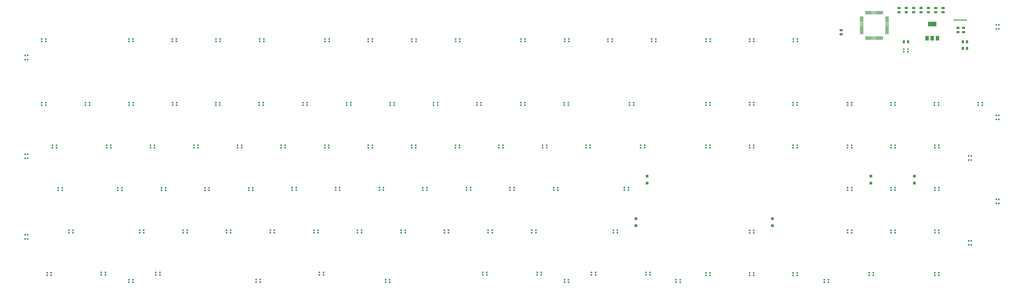
<source format=gbr>
G04 #@! TF.GenerationSoftware,KiCad,Pcbnew,(5.1.4)-1*
G04 #@! TF.CreationDate,2019-11-05T01:24:31-05:00*
G04 #@! TF.ProjectId,keyboard,6b657962-6f61-4726-942e-6b696361645f,rev?*
G04 #@! TF.SameCoordinates,Original*
G04 #@! TF.FileFunction,Paste,Top*
G04 #@! TF.FilePolarity,Positive*
%FSLAX46Y46*%
G04 Gerber Fmt 4.6, Leading zero omitted, Abs format (unit mm)*
G04 Created by KiCad (PCBNEW (5.1.4)-1) date 2019-11-05 01:24:31*
%MOMM*%
%LPD*%
G04 APERTURE LIST*
%ADD10C,0.100000*%
%ADD11C,0.975000*%
%ADD12R,1.200000X1.200000*%
%ADD13R,0.300000X0.700000*%
%ADD14C,0.300000*%
%ADD15R,0.700000X0.700000*%
%ADD16R,3.800000X2.000000*%
%ADD17R,1.500000X2.000000*%
G04 APERTURE END LIST*
D10*
G36*
X382623142Y8946826D02*
G01*
X382646803Y8943316D01*
X382670007Y8937504D01*
X382692529Y8929446D01*
X382714153Y8919218D01*
X382734670Y8906921D01*
X382753883Y8892671D01*
X382771607Y8876607D01*
X382787671Y8858883D01*
X382801921Y8839670D01*
X382814218Y8819153D01*
X382824446Y8797529D01*
X382832504Y8775007D01*
X382838316Y8751803D01*
X382841826Y8728142D01*
X382843000Y8704250D01*
X382843000Y8216750D01*
X382841826Y8192858D01*
X382838316Y8169197D01*
X382832504Y8145993D01*
X382824446Y8123471D01*
X382814218Y8101847D01*
X382801921Y8081330D01*
X382787671Y8062117D01*
X382771607Y8044393D01*
X382753883Y8028329D01*
X382734670Y8014079D01*
X382714153Y8001782D01*
X382692529Y7991554D01*
X382670007Y7983496D01*
X382646803Y7977684D01*
X382623142Y7974174D01*
X382599250Y7973000D01*
X381686750Y7973000D01*
X381662858Y7974174D01*
X381639197Y7977684D01*
X381615993Y7983496D01*
X381593471Y7991554D01*
X381571847Y8001782D01*
X381551330Y8014079D01*
X381532117Y8028329D01*
X381514393Y8044393D01*
X381498329Y8062117D01*
X381484079Y8081330D01*
X381471782Y8101847D01*
X381461554Y8123471D01*
X381453496Y8145993D01*
X381447684Y8169197D01*
X381444174Y8192858D01*
X381443000Y8216750D01*
X381443000Y8704250D01*
X381444174Y8728142D01*
X381447684Y8751803D01*
X381453496Y8775007D01*
X381461554Y8797529D01*
X381471782Y8819153D01*
X381484079Y8839670D01*
X381498329Y8858883D01*
X381514393Y8876607D01*
X381532117Y8892671D01*
X381551330Y8906921D01*
X381571847Y8919218D01*
X381593471Y8929446D01*
X381615993Y8937504D01*
X381639197Y8943316D01*
X381662858Y8946826D01*
X381686750Y8948000D01*
X382599250Y8948000D01*
X382623142Y8946826D01*
X382623142Y8946826D01*
G37*
D11*
X382143000Y8460500D03*
D10*
G36*
X382623142Y10821826D02*
G01*
X382646803Y10818316D01*
X382670007Y10812504D01*
X382692529Y10804446D01*
X382714153Y10794218D01*
X382734670Y10781921D01*
X382753883Y10767671D01*
X382771607Y10751607D01*
X382787671Y10733883D01*
X382801921Y10714670D01*
X382814218Y10694153D01*
X382824446Y10672529D01*
X382832504Y10650007D01*
X382838316Y10626803D01*
X382841826Y10603142D01*
X382843000Y10579250D01*
X382843000Y10091750D01*
X382841826Y10067858D01*
X382838316Y10044197D01*
X382832504Y10020993D01*
X382824446Y9998471D01*
X382814218Y9976847D01*
X382801921Y9956330D01*
X382787671Y9937117D01*
X382771607Y9919393D01*
X382753883Y9903329D01*
X382734670Y9889079D01*
X382714153Y9876782D01*
X382692529Y9866554D01*
X382670007Y9858496D01*
X382646803Y9852684D01*
X382623142Y9849174D01*
X382599250Y9848000D01*
X381686750Y9848000D01*
X381662858Y9849174D01*
X381639197Y9852684D01*
X381615993Y9858496D01*
X381593471Y9866554D01*
X381571847Y9876782D01*
X381551330Y9889079D01*
X381532117Y9903329D01*
X381514393Y9919393D01*
X381498329Y9937117D01*
X381484079Y9956330D01*
X381471782Y9976847D01*
X381461554Y9998471D01*
X381453496Y10020993D01*
X381447684Y10044197D01*
X381444174Y10067858D01*
X381443000Y10091750D01*
X381443000Y10579250D01*
X381444174Y10603142D01*
X381447684Y10626803D01*
X381453496Y10650007D01*
X381461554Y10672529D01*
X381471782Y10694153D01*
X381484079Y10714670D01*
X381498329Y10733883D01*
X381514393Y10751607D01*
X381532117Y10767671D01*
X381551330Y10781921D01*
X381571847Y10794218D01*
X381593471Y10804446D01*
X381615993Y10812504D01*
X381639197Y10818316D01*
X381662858Y10821826D01*
X381686750Y10823000D01*
X382599250Y10823000D01*
X382623142Y10821826D01*
X382623142Y10821826D01*
G37*
D11*
X382143000Y10335500D03*
D10*
G36*
X386450142Y-4086174D02*
G01*
X386473803Y-4089684D01*
X386497007Y-4095496D01*
X386519529Y-4103554D01*
X386541153Y-4113782D01*
X386561670Y-4126079D01*
X386580883Y-4140329D01*
X386598607Y-4156393D01*
X386614671Y-4174117D01*
X386628921Y-4193330D01*
X386641218Y-4213847D01*
X386651446Y-4235471D01*
X386659504Y-4257993D01*
X386665316Y-4281197D01*
X386668826Y-4304858D01*
X386670000Y-4328750D01*
X386670000Y-5241250D01*
X386668826Y-5265142D01*
X386665316Y-5288803D01*
X386659504Y-5312007D01*
X386651446Y-5334529D01*
X386641218Y-5356153D01*
X386628921Y-5376670D01*
X386614671Y-5395883D01*
X386598607Y-5413607D01*
X386580883Y-5429671D01*
X386561670Y-5443921D01*
X386541153Y-5456218D01*
X386519529Y-5466446D01*
X386497007Y-5474504D01*
X386473803Y-5480316D01*
X386450142Y-5483826D01*
X386426250Y-5485000D01*
X385938750Y-5485000D01*
X385914858Y-5483826D01*
X385891197Y-5480316D01*
X385867993Y-5474504D01*
X385845471Y-5466446D01*
X385823847Y-5456218D01*
X385803330Y-5443921D01*
X385784117Y-5429671D01*
X385766393Y-5413607D01*
X385750329Y-5395883D01*
X385736079Y-5376670D01*
X385723782Y-5356153D01*
X385713554Y-5334529D01*
X385705496Y-5312007D01*
X385699684Y-5288803D01*
X385696174Y-5265142D01*
X385695000Y-5241250D01*
X385695000Y-4328750D01*
X385696174Y-4304858D01*
X385699684Y-4281197D01*
X385705496Y-4257993D01*
X385713554Y-4235471D01*
X385723782Y-4213847D01*
X385736079Y-4193330D01*
X385750329Y-4174117D01*
X385766393Y-4156393D01*
X385784117Y-4140329D01*
X385803330Y-4126079D01*
X385823847Y-4113782D01*
X385845471Y-4103554D01*
X385867993Y-4095496D01*
X385891197Y-4089684D01*
X385914858Y-4086174D01*
X385938750Y-4085000D01*
X386426250Y-4085000D01*
X386450142Y-4086174D01*
X386450142Y-4086174D01*
G37*
D11*
X386182500Y-4785000D03*
D10*
G36*
X384575142Y-4086174D02*
G01*
X384598803Y-4089684D01*
X384622007Y-4095496D01*
X384644529Y-4103554D01*
X384666153Y-4113782D01*
X384686670Y-4126079D01*
X384705883Y-4140329D01*
X384723607Y-4156393D01*
X384739671Y-4174117D01*
X384753921Y-4193330D01*
X384766218Y-4213847D01*
X384776446Y-4235471D01*
X384784504Y-4257993D01*
X384790316Y-4281197D01*
X384793826Y-4304858D01*
X384795000Y-4328750D01*
X384795000Y-5241250D01*
X384793826Y-5265142D01*
X384790316Y-5288803D01*
X384784504Y-5312007D01*
X384776446Y-5334529D01*
X384766218Y-5356153D01*
X384753921Y-5376670D01*
X384739671Y-5395883D01*
X384723607Y-5413607D01*
X384705883Y-5429671D01*
X384686670Y-5443921D01*
X384666153Y-5456218D01*
X384644529Y-5466446D01*
X384622007Y-5474504D01*
X384598803Y-5480316D01*
X384575142Y-5483826D01*
X384551250Y-5485000D01*
X384063750Y-5485000D01*
X384039858Y-5483826D01*
X384016197Y-5480316D01*
X383992993Y-5474504D01*
X383970471Y-5466446D01*
X383948847Y-5456218D01*
X383928330Y-5443921D01*
X383909117Y-5429671D01*
X383891393Y-5413607D01*
X383875329Y-5395883D01*
X383861079Y-5376670D01*
X383848782Y-5356153D01*
X383838554Y-5334529D01*
X383830496Y-5312007D01*
X383824684Y-5288803D01*
X383821174Y-5265142D01*
X383820000Y-5241250D01*
X383820000Y-4328750D01*
X383821174Y-4304858D01*
X383824684Y-4281197D01*
X383830496Y-4257993D01*
X383838554Y-4235471D01*
X383848782Y-4213847D01*
X383861079Y-4193330D01*
X383875329Y-4174117D01*
X383891393Y-4156393D01*
X383909117Y-4140329D01*
X383928330Y-4126079D01*
X383948847Y-4113782D01*
X383970471Y-4103554D01*
X383992993Y-4095496D01*
X384016197Y-4089684D01*
X384039858Y-4086174D01*
X384063750Y-4085000D01*
X384551250Y-4085000D01*
X384575142Y-4086174D01*
X384575142Y-4086174D01*
G37*
D11*
X384307500Y-4785000D03*
D10*
G36*
X385848142Y10823826D02*
G01*
X385871803Y10820316D01*
X385895007Y10814504D01*
X385917529Y10806446D01*
X385939153Y10796218D01*
X385959670Y10783921D01*
X385978883Y10769671D01*
X385996607Y10753607D01*
X386012671Y10735883D01*
X386026921Y10716670D01*
X386039218Y10696153D01*
X386049446Y10674529D01*
X386057504Y10652007D01*
X386063316Y10628803D01*
X386066826Y10605142D01*
X386068000Y10581250D01*
X386068000Y10093750D01*
X386066826Y10069858D01*
X386063316Y10046197D01*
X386057504Y10022993D01*
X386049446Y10000471D01*
X386039218Y9978847D01*
X386026921Y9958330D01*
X386012671Y9939117D01*
X385996607Y9921393D01*
X385978883Y9905329D01*
X385959670Y9891079D01*
X385939153Y9878782D01*
X385917529Y9868554D01*
X385895007Y9860496D01*
X385871803Y9854684D01*
X385848142Y9851174D01*
X385824250Y9850000D01*
X384911750Y9850000D01*
X384887858Y9851174D01*
X384864197Y9854684D01*
X384840993Y9860496D01*
X384818471Y9868554D01*
X384796847Y9878782D01*
X384776330Y9891079D01*
X384757117Y9905329D01*
X384739393Y9921393D01*
X384723329Y9939117D01*
X384709079Y9958330D01*
X384696782Y9978847D01*
X384686554Y10000471D01*
X384678496Y10022993D01*
X384672684Y10046197D01*
X384669174Y10069858D01*
X384668000Y10093750D01*
X384668000Y10581250D01*
X384669174Y10605142D01*
X384672684Y10628803D01*
X384678496Y10652007D01*
X384686554Y10674529D01*
X384696782Y10696153D01*
X384709079Y10716670D01*
X384723329Y10735883D01*
X384739393Y10753607D01*
X384757117Y10769671D01*
X384776330Y10783921D01*
X384796847Y10796218D01*
X384818471Y10806446D01*
X384840993Y10814504D01*
X384864197Y10820316D01*
X384887858Y10823826D01*
X384911750Y10825000D01*
X385824250Y10825000D01*
X385848142Y10823826D01*
X385848142Y10823826D01*
G37*
D11*
X385368000Y10337500D03*
D10*
G36*
X385848142Y8948826D02*
G01*
X385871803Y8945316D01*
X385895007Y8939504D01*
X385917529Y8931446D01*
X385939153Y8921218D01*
X385959670Y8908921D01*
X385978883Y8894671D01*
X385996607Y8878607D01*
X386012671Y8860883D01*
X386026921Y8841670D01*
X386039218Y8821153D01*
X386049446Y8799529D01*
X386057504Y8777007D01*
X386063316Y8753803D01*
X386066826Y8730142D01*
X386068000Y8706250D01*
X386068000Y8218750D01*
X386066826Y8194858D01*
X386063316Y8171197D01*
X386057504Y8147993D01*
X386049446Y8125471D01*
X386039218Y8103847D01*
X386026921Y8083330D01*
X386012671Y8064117D01*
X385996607Y8046393D01*
X385978883Y8030329D01*
X385959670Y8016079D01*
X385939153Y8003782D01*
X385917529Y7993554D01*
X385895007Y7985496D01*
X385871803Y7979684D01*
X385848142Y7976174D01*
X385824250Y7975000D01*
X384911750Y7975000D01*
X384887858Y7976174D01*
X384864197Y7979684D01*
X384840993Y7985496D01*
X384818471Y7993554D01*
X384796847Y8003782D01*
X384776330Y8016079D01*
X384757117Y8030329D01*
X384739393Y8046393D01*
X384723329Y8064117D01*
X384709079Y8083330D01*
X384696782Y8103847D01*
X384686554Y8125471D01*
X384678496Y8147993D01*
X384672684Y8171197D01*
X384669174Y8194858D01*
X384668000Y8218750D01*
X384668000Y8706250D01*
X384669174Y8730142D01*
X384672684Y8753803D01*
X384678496Y8777007D01*
X384686554Y8799529D01*
X384696782Y8821153D01*
X384709079Y8841670D01*
X384723329Y8860883D01*
X384739393Y8878607D01*
X384757117Y8894671D01*
X384776330Y8908921D01*
X384796847Y8921218D01*
X384818471Y8931446D01*
X384840993Y8939504D01*
X384864197Y8945316D01*
X384887858Y8948826D01*
X384911750Y8950000D01*
X385824250Y8950000D01*
X385848142Y8948826D01*
X385848142Y8948826D01*
G37*
D11*
X385368000Y8462500D03*
D10*
G36*
X389148142Y8948826D02*
G01*
X389171803Y8945316D01*
X389195007Y8939504D01*
X389217529Y8931446D01*
X389239153Y8921218D01*
X389259670Y8908921D01*
X389278883Y8894671D01*
X389296607Y8878607D01*
X389312671Y8860883D01*
X389326921Y8841670D01*
X389339218Y8821153D01*
X389349446Y8799529D01*
X389357504Y8777007D01*
X389363316Y8753803D01*
X389366826Y8730142D01*
X389368000Y8706250D01*
X389368000Y8218750D01*
X389366826Y8194858D01*
X389363316Y8171197D01*
X389357504Y8147993D01*
X389349446Y8125471D01*
X389339218Y8103847D01*
X389326921Y8083330D01*
X389312671Y8064117D01*
X389296607Y8046393D01*
X389278883Y8030329D01*
X389259670Y8016079D01*
X389239153Y8003782D01*
X389217529Y7993554D01*
X389195007Y7985496D01*
X389171803Y7979684D01*
X389148142Y7976174D01*
X389124250Y7975000D01*
X388211750Y7975000D01*
X388187858Y7976174D01*
X388164197Y7979684D01*
X388140993Y7985496D01*
X388118471Y7993554D01*
X388096847Y8003782D01*
X388076330Y8016079D01*
X388057117Y8030329D01*
X388039393Y8046393D01*
X388023329Y8064117D01*
X388009079Y8083330D01*
X387996782Y8103847D01*
X387986554Y8125471D01*
X387978496Y8147993D01*
X387972684Y8171197D01*
X387969174Y8194858D01*
X387968000Y8218750D01*
X387968000Y8706250D01*
X387969174Y8730142D01*
X387972684Y8753803D01*
X387978496Y8777007D01*
X387986554Y8799529D01*
X387996782Y8821153D01*
X388009079Y8841670D01*
X388023329Y8860883D01*
X388039393Y8878607D01*
X388057117Y8894671D01*
X388076330Y8908921D01*
X388096847Y8921218D01*
X388118471Y8931446D01*
X388140993Y8939504D01*
X388164197Y8945316D01*
X388187858Y8948826D01*
X388211750Y8950000D01*
X389124250Y8950000D01*
X389148142Y8948826D01*
X389148142Y8948826D01*
G37*
D11*
X388668000Y8462500D03*
D10*
G36*
X389148142Y10823826D02*
G01*
X389171803Y10820316D01*
X389195007Y10814504D01*
X389217529Y10806446D01*
X389239153Y10796218D01*
X389259670Y10783921D01*
X389278883Y10769671D01*
X389296607Y10753607D01*
X389312671Y10735883D01*
X389326921Y10716670D01*
X389339218Y10696153D01*
X389349446Y10674529D01*
X389357504Y10652007D01*
X389363316Y10628803D01*
X389366826Y10605142D01*
X389368000Y10581250D01*
X389368000Y10093750D01*
X389366826Y10069858D01*
X389363316Y10046197D01*
X389357504Y10022993D01*
X389349446Y10000471D01*
X389339218Y9978847D01*
X389326921Y9958330D01*
X389312671Y9939117D01*
X389296607Y9921393D01*
X389278883Y9905329D01*
X389259670Y9891079D01*
X389239153Y9878782D01*
X389217529Y9868554D01*
X389195007Y9860496D01*
X389171803Y9854684D01*
X389148142Y9851174D01*
X389124250Y9850000D01*
X388211750Y9850000D01*
X388187858Y9851174D01*
X388164197Y9854684D01*
X388140993Y9860496D01*
X388118471Y9868554D01*
X388096847Y9878782D01*
X388076330Y9891079D01*
X388057117Y9905329D01*
X388039393Y9921393D01*
X388023329Y9939117D01*
X388009079Y9958330D01*
X387996782Y9978847D01*
X387986554Y10000471D01*
X387978496Y10022993D01*
X387972684Y10046197D01*
X387969174Y10069858D01*
X387968000Y10093750D01*
X387968000Y10581250D01*
X387969174Y10605142D01*
X387972684Y10628803D01*
X387978496Y10652007D01*
X387986554Y10674529D01*
X387996782Y10696153D01*
X388009079Y10716670D01*
X388023329Y10735883D01*
X388039393Y10753607D01*
X388057117Y10769671D01*
X388076330Y10783921D01*
X388096847Y10796218D01*
X388118471Y10806446D01*
X388140993Y10814504D01*
X388164197Y10820316D01*
X388187858Y10823826D01*
X388211750Y10825000D01*
X389124250Y10825000D01*
X389148142Y10823826D01*
X389148142Y10823826D01*
G37*
D11*
X388668000Y10337500D03*
D10*
G36*
X392448142Y10823826D02*
G01*
X392471803Y10820316D01*
X392495007Y10814504D01*
X392517529Y10806446D01*
X392539153Y10796218D01*
X392559670Y10783921D01*
X392578883Y10769671D01*
X392596607Y10753607D01*
X392612671Y10735883D01*
X392626921Y10716670D01*
X392639218Y10696153D01*
X392649446Y10674529D01*
X392657504Y10652007D01*
X392663316Y10628803D01*
X392666826Y10605142D01*
X392668000Y10581250D01*
X392668000Y10093750D01*
X392666826Y10069858D01*
X392663316Y10046197D01*
X392657504Y10022993D01*
X392649446Y10000471D01*
X392639218Y9978847D01*
X392626921Y9958330D01*
X392612671Y9939117D01*
X392596607Y9921393D01*
X392578883Y9905329D01*
X392559670Y9891079D01*
X392539153Y9878782D01*
X392517529Y9868554D01*
X392495007Y9860496D01*
X392471803Y9854684D01*
X392448142Y9851174D01*
X392424250Y9850000D01*
X391511750Y9850000D01*
X391487858Y9851174D01*
X391464197Y9854684D01*
X391440993Y9860496D01*
X391418471Y9868554D01*
X391396847Y9878782D01*
X391376330Y9891079D01*
X391357117Y9905329D01*
X391339393Y9921393D01*
X391323329Y9939117D01*
X391309079Y9958330D01*
X391296782Y9978847D01*
X391286554Y10000471D01*
X391278496Y10022993D01*
X391272684Y10046197D01*
X391269174Y10069858D01*
X391268000Y10093750D01*
X391268000Y10581250D01*
X391269174Y10605142D01*
X391272684Y10628803D01*
X391278496Y10652007D01*
X391286554Y10674529D01*
X391296782Y10696153D01*
X391309079Y10716670D01*
X391323329Y10735883D01*
X391339393Y10753607D01*
X391357117Y10769671D01*
X391376330Y10783921D01*
X391396847Y10796218D01*
X391418471Y10806446D01*
X391440993Y10814504D01*
X391464197Y10820316D01*
X391487858Y10823826D01*
X391511750Y10825000D01*
X392424250Y10825000D01*
X392448142Y10823826D01*
X392448142Y10823826D01*
G37*
D11*
X391968000Y10337500D03*
D10*
G36*
X392448142Y8948826D02*
G01*
X392471803Y8945316D01*
X392495007Y8939504D01*
X392517529Y8931446D01*
X392539153Y8921218D01*
X392559670Y8908921D01*
X392578883Y8894671D01*
X392596607Y8878607D01*
X392612671Y8860883D01*
X392626921Y8841670D01*
X392639218Y8821153D01*
X392649446Y8799529D01*
X392657504Y8777007D01*
X392663316Y8753803D01*
X392666826Y8730142D01*
X392668000Y8706250D01*
X392668000Y8218750D01*
X392666826Y8194858D01*
X392663316Y8171197D01*
X392657504Y8147993D01*
X392649446Y8125471D01*
X392639218Y8103847D01*
X392626921Y8083330D01*
X392612671Y8064117D01*
X392596607Y8046393D01*
X392578883Y8030329D01*
X392559670Y8016079D01*
X392539153Y8003782D01*
X392517529Y7993554D01*
X392495007Y7985496D01*
X392471803Y7979684D01*
X392448142Y7976174D01*
X392424250Y7975000D01*
X391511750Y7975000D01*
X391487858Y7976174D01*
X391464197Y7979684D01*
X391440993Y7985496D01*
X391418471Y7993554D01*
X391396847Y8003782D01*
X391376330Y8016079D01*
X391357117Y8030329D01*
X391339393Y8046393D01*
X391323329Y8064117D01*
X391309079Y8083330D01*
X391296782Y8103847D01*
X391286554Y8125471D01*
X391278496Y8147993D01*
X391272684Y8171197D01*
X391269174Y8194858D01*
X391268000Y8218750D01*
X391268000Y8706250D01*
X391269174Y8730142D01*
X391272684Y8753803D01*
X391278496Y8777007D01*
X391286554Y8799529D01*
X391296782Y8821153D01*
X391309079Y8841670D01*
X391323329Y8860883D01*
X391339393Y8878607D01*
X391357117Y8894671D01*
X391376330Y8908921D01*
X391396847Y8921218D01*
X391418471Y8931446D01*
X391440993Y8939504D01*
X391464197Y8945316D01*
X391487858Y8948826D01*
X391511750Y8950000D01*
X392424250Y8950000D01*
X392448142Y8948826D01*
X392448142Y8948826D01*
G37*
D11*
X391968000Y8462500D03*
D10*
G36*
X395748142Y8948826D02*
G01*
X395771803Y8945316D01*
X395795007Y8939504D01*
X395817529Y8931446D01*
X395839153Y8921218D01*
X395859670Y8908921D01*
X395878883Y8894671D01*
X395896607Y8878607D01*
X395912671Y8860883D01*
X395926921Y8841670D01*
X395939218Y8821153D01*
X395949446Y8799529D01*
X395957504Y8777007D01*
X395963316Y8753803D01*
X395966826Y8730142D01*
X395968000Y8706250D01*
X395968000Y8218750D01*
X395966826Y8194858D01*
X395963316Y8171197D01*
X395957504Y8147993D01*
X395949446Y8125471D01*
X395939218Y8103847D01*
X395926921Y8083330D01*
X395912671Y8064117D01*
X395896607Y8046393D01*
X395878883Y8030329D01*
X395859670Y8016079D01*
X395839153Y8003782D01*
X395817529Y7993554D01*
X395795007Y7985496D01*
X395771803Y7979684D01*
X395748142Y7976174D01*
X395724250Y7975000D01*
X394811750Y7975000D01*
X394787858Y7976174D01*
X394764197Y7979684D01*
X394740993Y7985496D01*
X394718471Y7993554D01*
X394696847Y8003782D01*
X394676330Y8016079D01*
X394657117Y8030329D01*
X394639393Y8046393D01*
X394623329Y8064117D01*
X394609079Y8083330D01*
X394596782Y8103847D01*
X394586554Y8125471D01*
X394578496Y8147993D01*
X394572684Y8171197D01*
X394569174Y8194858D01*
X394568000Y8218750D01*
X394568000Y8706250D01*
X394569174Y8730142D01*
X394572684Y8753803D01*
X394578496Y8777007D01*
X394586554Y8799529D01*
X394596782Y8821153D01*
X394609079Y8841670D01*
X394623329Y8860883D01*
X394639393Y8878607D01*
X394657117Y8894671D01*
X394676330Y8908921D01*
X394696847Y8921218D01*
X394718471Y8931446D01*
X394740993Y8939504D01*
X394764197Y8945316D01*
X394787858Y8948826D01*
X394811750Y8950000D01*
X395724250Y8950000D01*
X395748142Y8948826D01*
X395748142Y8948826D01*
G37*
D11*
X395268000Y8462500D03*
D10*
G36*
X395748142Y10823826D02*
G01*
X395771803Y10820316D01*
X395795007Y10814504D01*
X395817529Y10806446D01*
X395839153Y10796218D01*
X395859670Y10783921D01*
X395878883Y10769671D01*
X395896607Y10753607D01*
X395912671Y10735883D01*
X395926921Y10716670D01*
X395939218Y10696153D01*
X395949446Y10674529D01*
X395957504Y10652007D01*
X395963316Y10628803D01*
X395966826Y10605142D01*
X395968000Y10581250D01*
X395968000Y10093750D01*
X395966826Y10069858D01*
X395963316Y10046197D01*
X395957504Y10022993D01*
X395949446Y10000471D01*
X395939218Y9978847D01*
X395926921Y9958330D01*
X395912671Y9939117D01*
X395896607Y9921393D01*
X395878883Y9905329D01*
X395859670Y9891079D01*
X395839153Y9878782D01*
X395817529Y9868554D01*
X395795007Y9860496D01*
X395771803Y9854684D01*
X395748142Y9851174D01*
X395724250Y9850000D01*
X394811750Y9850000D01*
X394787858Y9851174D01*
X394764197Y9854684D01*
X394740993Y9860496D01*
X394718471Y9868554D01*
X394696847Y9878782D01*
X394676330Y9891079D01*
X394657117Y9905329D01*
X394639393Y9921393D01*
X394623329Y9939117D01*
X394609079Y9958330D01*
X394596782Y9978847D01*
X394586554Y10000471D01*
X394578496Y10022993D01*
X394572684Y10046197D01*
X394569174Y10069858D01*
X394568000Y10093750D01*
X394568000Y10581250D01*
X394569174Y10605142D01*
X394572684Y10628803D01*
X394578496Y10652007D01*
X394586554Y10674529D01*
X394596782Y10696153D01*
X394609079Y10716670D01*
X394623329Y10735883D01*
X394639393Y10753607D01*
X394657117Y10769671D01*
X394676330Y10783921D01*
X394696847Y10796218D01*
X394718471Y10806446D01*
X394740993Y10814504D01*
X394764197Y10820316D01*
X394787858Y10823826D01*
X394811750Y10825000D01*
X395724250Y10825000D01*
X395748142Y10823826D01*
X395748142Y10823826D01*
G37*
D11*
X395268000Y10337500D03*
D10*
G36*
X402308142Y10821826D02*
G01*
X402331803Y10818316D01*
X402355007Y10812504D01*
X402377529Y10804446D01*
X402399153Y10794218D01*
X402419670Y10781921D01*
X402438883Y10767671D01*
X402456607Y10751607D01*
X402472671Y10733883D01*
X402486921Y10714670D01*
X402499218Y10694153D01*
X402509446Y10672529D01*
X402517504Y10650007D01*
X402523316Y10626803D01*
X402526826Y10603142D01*
X402528000Y10579250D01*
X402528000Y10091750D01*
X402526826Y10067858D01*
X402523316Y10044197D01*
X402517504Y10020993D01*
X402509446Y9998471D01*
X402499218Y9976847D01*
X402486921Y9956330D01*
X402472671Y9937117D01*
X402456607Y9919393D01*
X402438883Y9903329D01*
X402419670Y9889079D01*
X402399153Y9876782D01*
X402377529Y9866554D01*
X402355007Y9858496D01*
X402331803Y9852684D01*
X402308142Y9849174D01*
X402284250Y9848000D01*
X401371750Y9848000D01*
X401347858Y9849174D01*
X401324197Y9852684D01*
X401300993Y9858496D01*
X401278471Y9866554D01*
X401256847Y9876782D01*
X401236330Y9889079D01*
X401217117Y9903329D01*
X401199393Y9919393D01*
X401183329Y9937117D01*
X401169079Y9956330D01*
X401156782Y9976847D01*
X401146554Y9998471D01*
X401138496Y10020993D01*
X401132684Y10044197D01*
X401129174Y10067858D01*
X401128000Y10091750D01*
X401128000Y10579250D01*
X401129174Y10603142D01*
X401132684Y10626803D01*
X401138496Y10650007D01*
X401146554Y10672529D01*
X401156782Y10694153D01*
X401169079Y10714670D01*
X401183329Y10733883D01*
X401199393Y10751607D01*
X401217117Y10767671D01*
X401236330Y10781921D01*
X401256847Y10794218D01*
X401278471Y10804446D01*
X401300993Y10812504D01*
X401324197Y10818316D01*
X401347858Y10821826D01*
X401371750Y10823000D01*
X402284250Y10823000D01*
X402308142Y10821826D01*
X402308142Y10821826D01*
G37*
D11*
X401828000Y10335500D03*
D10*
G36*
X402308142Y8946826D02*
G01*
X402331803Y8943316D01*
X402355007Y8937504D01*
X402377529Y8929446D01*
X402399153Y8919218D01*
X402419670Y8906921D01*
X402438883Y8892671D01*
X402456607Y8876607D01*
X402472671Y8858883D01*
X402486921Y8839670D01*
X402499218Y8819153D01*
X402509446Y8797529D01*
X402517504Y8775007D01*
X402523316Y8751803D01*
X402526826Y8728142D01*
X402528000Y8704250D01*
X402528000Y8216750D01*
X402526826Y8192858D01*
X402523316Y8169197D01*
X402517504Y8145993D01*
X402509446Y8123471D01*
X402499218Y8101847D01*
X402486921Y8081330D01*
X402472671Y8062117D01*
X402456607Y8044393D01*
X402438883Y8028329D01*
X402419670Y8014079D01*
X402399153Y8001782D01*
X402377529Y7991554D01*
X402355007Y7983496D01*
X402331803Y7977684D01*
X402308142Y7974174D01*
X402284250Y7973000D01*
X401371750Y7973000D01*
X401347858Y7974174D01*
X401324197Y7977684D01*
X401300993Y7983496D01*
X401278471Y7991554D01*
X401256847Y8001782D01*
X401236330Y8014079D01*
X401217117Y8028329D01*
X401199393Y8044393D01*
X401183329Y8062117D01*
X401169079Y8081330D01*
X401156782Y8101847D01*
X401146554Y8123471D01*
X401138496Y8145993D01*
X401132684Y8169197D01*
X401129174Y8192858D01*
X401128000Y8216750D01*
X401128000Y8704250D01*
X401129174Y8728142D01*
X401132684Y8751803D01*
X401138496Y8775007D01*
X401146554Y8797529D01*
X401156782Y8819153D01*
X401169079Y8839670D01*
X401183329Y8858883D01*
X401199393Y8876607D01*
X401217117Y8892671D01*
X401236330Y8906921D01*
X401256847Y8919218D01*
X401278471Y8929446D01*
X401300993Y8937504D01*
X401324197Y8943316D01*
X401347858Y8946826D01*
X401371750Y8948000D01*
X402284250Y8948000D01*
X402308142Y8946826D01*
X402308142Y8946826D01*
G37*
D11*
X401828000Y8460500D03*
D12*
X269500000Y-68075000D03*
X269500000Y-64925000D03*
X264500000Y-87075000D03*
X264500000Y-83925000D03*
X325500000Y-83925000D03*
X325500000Y-87075000D03*
X369500000Y-68075000D03*
X369500000Y-64925000D03*
X389000000Y-68075000D03*
X389000000Y-64925000D03*
D13*
X412250000Y4980000D03*
X411750000Y4980000D03*
X411250000Y4980000D03*
X410750000Y4980000D03*
X410250000Y4980000D03*
X409750000Y4980000D03*
X409250000Y4980000D03*
X406750000Y4980000D03*
X407750000Y4980000D03*
X408250000Y4980000D03*
X408750000Y4980000D03*
X407250000Y4980000D03*
D10*
G36*
X408980142Y48826D02*
G01*
X409003803Y45316D01*
X409027007Y39504D01*
X409049529Y31446D01*
X409071153Y21218D01*
X409091670Y8921D01*
X409110883Y-5329D01*
X409128607Y-21393D01*
X409144671Y-39117D01*
X409158921Y-58330D01*
X409171218Y-78847D01*
X409181446Y-100471D01*
X409189504Y-122993D01*
X409195316Y-146197D01*
X409198826Y-169858D01*
X409200000Y-193750D01*
X409200000Y-681250D01*
X409198826Y-705142D01*
X409195316Y-728803D01*
X409189504Y-752007D01*
X409181446Y-774529D01*
X409171218Y-796153D01*
X409158921Y-816670D01*
X409144671Y-835883D01*
X409128607Y-853607D01*
X409110883Y-869671D01*
X409091670Y-883921D01*
X409071153Y-896218D01*
X409049529Y-906446D01*
X409027007Y-914504D01*
X409003803Y-920316D01*
X408980142Y-923826D01*
X408956250Y-925000D01*
X408043750Y-925000D01*
X408019858Y-923826D01*
X407996197Y-920316D01*
X407972993Y-914504D01*
X407950471Y-906446D01*
X407928847Y-896218D01*
X407908330Y-883921D01*
X407889117Y-869671D01*
X407871393Y-853607D01*
X407855329Y-835883D01*
X407841079Y-816670D01*
X407828782Y-796153D01*
X407818554Y-774529D01*
X407810496Y-752007D01*
X407804684Y-728803D01*
X407801174Y-705142D01*
X407800000Y-681250D01*
X407800000Y-193750D01*
X407801174Y-169858D01*
X407804684Y-146197D01*
X407810496Y-122993D01*
X407818554Y-100471D01*
X407828782Y-78847D01*
X407841079Y-58330D01*
X407855329Y-39117D01*
X407871393Y-21393D01*
X407889117Y-5329D01*
X407908330Y8921D01*
X407928847Y21218D01*
X407950471Y31446D01*
X407972993Y39504D01*
X407996197Y45316D01*
X408019858Y48826D01*
X408043750Y50000D01*
X408956250Y50000D01*
X408980142Y48826D01*
X408980142Y48826D01*
G37*
D11*
X408500000Y-437500D03*
D10*
G36*
X408980142Y1923826D02*
G01*
X409003803Y1920316D01*
X409027007Y1914504D01*
X409049529Y1906446D01*
X409071153Y1896218D01*
X409091670Y1883921D01*
X409110883Y1869671D01*
X409128607Y1853607D01*
X409144671Y1835883D01*
X409158921Y1816670D01*
X409171218Y1796153D01*
X409181446Y1774529D01*
X409189504Y1752007D01*
X409195316Y1728803D01*
X409198826Y1705142D01*
X409200000Y1681250D01*
X409200000Y1193750D01*
X409198826Y1169858D01*
X409195316Y1146197D01*
X409189504Y1122993D01*
X409181446Y1100471D01*
X409171218Y1078847D01*
X409158921Y1058330D01*
X409144671Y1039117D01*
X409128607Y1021393D01*
X409110883Y1005329D01*
X409091670Y991079D01*
X409071153Y978782D01*
X409049529Y968554D01*
X409027007Y960496D01*
X409003803Y954684D01*
X408980142Y951174D01*
X408956250Y950000D01*
X408043750Y950000D01*
X408019858Y951174D01*
X407996197Y954684D01*
X407972993Y960496D01*
X407950471Y968554D01*
X407928847Y978782D01*
X407908330Y991079D01*
X407889117Y1005329D01*
X407871393Y1021393D01*
X407855329Y1039117D01*
X407841079Y1058330D01*
X407828782Y1078847D01*
X407818554Y1100471D01*
X407810496Y1122993D01*
X407804684Y1146197D01*
X407801174Y1169858D01*
X407800000Y1193750D01*
X407800000Y1681250D01*
X407801174Y1705142D01*
X407804684Y1728803D01*
X407810496Y1752007D01*
X407818554Y1774529D01*
X407828782Y1796153D01*
X407841079Y1816670D01*
X407855329Y1835883D01*
X407871393Y1853607D01*
X407889117Y1869671D01*
X407908330Y1883921D01*
X407928847Y1896218D01*
X407950471Y1906446D01*
X407972993Y1914504D01*
X407996197Y1920316D01*
X408019858Y1923826D01*
X408043750Y1925000D01*
X408956250Y1925000D01*
X408980142Y1923826D01*
X408980142Y1923826D01*
G37*
D11*
X408500000Y1437500D03*
D10*
G36*
X411480142Y1923826D02*
G01*
X411503803Y1920316D01*
X411527007Y1914504D01*
X411549529Y1906446D01*
X411571153Y1896218D01*
X411591670Y1883921D01*
X411610883Y1869671D01*
X411628607Y1853607D01*
X411644671Y1835883D01*
X411658921Y1816670D01*
X411671218Y1796153D01*
X411681446Y1774529D01*
X411689504Y1752007D01*
X411695316Y1728803D01*
X411698826Y1705142D01*
X411700000Y1681250D01*
X411700000Y1193750D01*
X411698826Y1169858D01*
X411695316Y1146197D01*
X411689504Y1122993D01*
X411681446Y1100471D01*
X411671218Y1078847D01*
X411658921Y1058330D01*
X411644671Y1039117D01*
X411628607Y1021393D01*
X411610883Y1005329D01*
X411591670Y991079D01*
X411571153Y978782D01*
X411549529Y968554D01*
X411527007Y960496D01*
X411503803Y954684D01*
X411480142Y951174D01*
X411456250Y950000D01*
X410543750Y950000D01*
X410519858Y951174D01*
X410496197Y954684D01*
X410472993Y960496D01*
X410450471Y968554D01*
X410428847Y978782D01*
X410408330Y991079D01*
X410389117Y1005329D01*
X410371393Y1021393D01*
X410355329Y1039117D01*
X410341079Y1058330D01*
X410328782Y1078847D01*
X410318554Y1100471D01*
X410310496Y1122993D01*
X410304684Y1146197D01*
X410301174Y1169858D01*
X410300000Y1193750D01*
X410300000Y1681250D01*
X410301174Y1705142D01*
X410304684Y1728803D01*
X410310496Y1752007D01*
X410318554Y1774529D01*
X410328782Y1796153D01*
X410341079Y1816670D01*
X410355329Y1835883D01*
X410371393Y1853607D01*
X410389117Y1869671D01*
X410408330Y1883921D01*
X410428847Y1896218D01*
X410450471Y1906446D01*
X410472993Y1914504D01*
X410496197Y1920316D01*
X410519858Y1923826D01*
X410543750Y1925000D01*
X411456250Y1925000D01*
X411480142Y1923826D01*
X411480142Y1923826D01*
G37*
D11*
X411000000Y1437500D03*
D10*
G36*
X411480142Y48826D02*
G01*
X411503803Y45316D01*
X411527007Y39504D01*
X411549529Y31446D01*
X411571153Y21218D01*
X411591670Y8921D01*
X411610883Y-5329D01*
X411628607Y-21393D01*
X411644671Y-39117D01*
X411658921Y-58330D01*
X411671218Y-78847D01*
X411681446Y-100471D01*
X411689504Y-122993D01*
X411695316Y-146197D01*
X411698826Y-169858D01*
X411700000Y-193750D01*
X411700000Y-681250D01*
X411698826Y-705142D01*
X411695316Y-728803D01*
X411689504Y-752007D01*
X411681446Y-774529D01*
X411671218Y-796153D01*
X411658921Y-816670D01*
X411644671Y-835883D01*
X411628607Y-853607D01*
X411610883Y-869671D01*
X411591670Y-883921D01*
X411571153Y-896218D01*
X411549529Y-906446D01*
X411527007Y-914504D01*
X411503803Y-920316D01*
X411480142Y-923826D01*
X411456250Y-925000D01*
X410543750Y-925000D01*
X410519858Y-923826D01*
X410496197Y-920316D01*
X410472993Y-914504D01*
X410450471Y-906446D01*
X410428847Y-896218D01*
X410408330Y-883921D01*
X410389117Y-869671D01*
X410371393Y-853607D01*
X410355329Y-835883D01*
X410341079Y-816670D01*
X410328782Y-796153D01*
X410318554Y-774529D01*
X410310496Y-752007D01*
X410304684Y-728803D01*
X410301174Y-705142D01*
X410300000Y-681250D01*
X410300000Y-193750D01*
X410301174Y-169858D01*
X410304684Y-146197D01*
X410310496Y-122993D01*
X410318554Y-100471D01*
X410328782Y-78847D01*
X410341079Y-58330D01*
X410355329Y-39117D01*
X410371393Y-21393D01*
X410389117Y-5329D01*
X410408330Y8921D01*
X410428847Y21218D01*
X410450471Y31446D01*
X410472993Y39504D01*
X410496197Y45316D01*
X410519858Y48826D01*
X410543750Y50000D01*
X411456250Y50000D01*
X411480142Y48826D01*
X411480142Y48826D01*
G37*
D11*
X411000000Y-437500D03*
D10*
G36*
X399006142Y10821826D02*
G01*
X399029803Y10818316D01*
X399053007Y10812504D01*
X399075529Y10804446D01*
X399097153Y10794218D01*
X399117670Y10781921D01*
X399136883Y10767671D01*
X399154607Y10751607D01*
X399170671Y10733883D01*
X399184921Y10714670D01*
X399197218Y10694153D01*
X399207446Y10672529D01*
X399215504Y10650007D01*
X399221316Y10626803D01*
X399224826Y10603142D01*
X399226000Y10579250D01*
X399226000Y10091750D01*
X399224826Y10067858D01*
X399221316Y10044197D01*
X399215504Y10020993D01*
X399207446Y9998471D01*
X399197218Y9976847D01*
X399184921Y9956330D01*
X399170671Y9937117D01*
X399154607Y9919393D01*
X399136883Y9903329D01*
X399117670Y9889079D01*
X399097153Y9876782D01*
X399075529Y9866554D01*
X399053007Y9858496D01*
X399029803Y9852684D01*
X399006142Y9849174D01*
X398982250Y9848000D01*
X398069750Y9848000D01*
X398045858Y9849174D01*
X398022197Y9852684D01*
X397998993Y9858496D01*
X397976471Y9866554D01*
X397954847Y9876782D01*
X397934330Y9889079D01*
X397915117Y9903329D01*
X397897393Y9919393D01*
X397881329Y9937117D01*
X397867079Y9956330D01*
X397854782Y9976847D01*
X397844554Y9998471D01*
X397836496Y10020993D01*
X397830684Y10044197D01*
X397827174Y10067858D01*
X397826000Y10091750D01*
X397826000Y10579250D01*
X397827174Y10603142D01*
X397830684Y10626803D01*
X397836496Y10650007D01*
X397844554Y10672529D01*
X397854782Y10694153D01*
X397867079Y10714670D01*
X397881329Y10733883D01*
X397897393Y10751607D01*
X397915117Y10767671D01*
X397934330Y10781921D01*
X397954847Y10794218D01*
X397976471Y10804446D01*
X397998993Y10812504D01*
X398022197Y10818316D01*
X398045858Y10821826D01*
X398069750Y10823000D01*
X398982250Y10823000D01*
X399006142Y10821826D01*
X399006142Y10821826D01*
G37*
D11*
X398526000Y10335500D03*
D10*
G36*
X399006142Y8946826D02*
G01*
X399029803Y8943316D01*
X399053007Y8937504D01*
X399075529Y8929446D01*
X399097153Y8919218D01*
X399117670Y8906921D01*
X399136883Y8892671D01*
X399154607Y8876607D01*
X399170671Y8858883D01*
X399184921Y8839670D01*
X399197218Y8819153D01*
X399207446Y8797529D01*
X399215504Y8775007D01*
X399221316Y8751803D01*
X399224826Y8728142D01*
X399226000Y8704250D01*
X399226000Y8216750D01*
X399224826Y8192858D01*
X399221316Y8169197D01*
X399215504Y8145993D01*
X399207446Y8123471D01*
X399197218Y8101847D01*
X399184921Y8081330D01*
X399170671Y8062117D01*
X399154607Y8044393D01*
X399136883Y8028329D01*
X399117670Y8014079D01*
X399097153Y8001782D01*
X399075529Y7991554D01*
X399053007Y7983496D01*
X399029803Y7977684D01*
X399006142Y7974174D01*
X398982250Y7973000D01*
X398069750Y7973000D01*
X398045858Y7974174D01*
X398022197Y7977684D01*
X397998993Y7983496D01*
X397976471Y7991554D01*
X397954847Y8001782D01*
X397934330Y8014079D01*
X397915117Y8028329D01*
X397897393Y8044393D01*
X397881329Y8062117D01*
X397867079Y8081330D01*
X397854782Y8101847D01*
X397844554Y8123471D01*
X397836496Y8145993D01*
X397830684Y8169197D01*
X397827174Y8192858D01*
X397826000Y8216750D01*
X397826000Y8704250D01*
X397827174Y8728142D01*
X397830684Y8751803D01*
X397836496Y8775007D01*
X397844554Y8797529D01*
X397854782Y8819153D01*
X397867079Y8839670D01*
X397881329Y8858883D01*
X397897393Y8876607D01*
X397915117Y8892671D01*
X397934330Y8906921D01*
X397954847Y8919218D01*
X397976471Y8929446D01*
X397998993Y8937504D01*
X398022197Y8943316D01*
X398045858Y8946826D01*
X398069750Y8948000D01*
X398982250Y8948000D01*
X399006142Y8946826D01*
X399006142Y8946826D01*
G37*
D11*
X398526000Y8460500D03*
D10*
G36*
X356715142Y915826D02*
G01*
X356738803Y912316D01*
X356762007Y906504D01*
X356784529Y898446D01*
X356806153Y888218D01*
X356826670Y875921D01*
X356845883Y861671D01*
X356863607Y845607D01*
X356879671Y827883D01*
X356893921Y808670D01*
X356906218Y788153D01*
X356916446Y766529D01*
X356924504Y744007D01*
X356930316Y720803D01*
X356933826Y697142D01*
X356935000Y673250D01*
X356935000Y185750D01*
X356933826Y161858D01*
X356930316Y138197D01*
X356924504Y114993D01*
X356916446Y92471D01*
X356906218Y70847D01*
X356893921Y50330D01*
X356879671Y31117D01*
X356863607Y13393D01*
X356845883Y-2671D01*
X356826670Y-16921D01*
X356806153Y-29218D01*
X356784529Y-39446D01*
X356762007Y-47504D01*
X356738803Y-53316D01*
X356715142Y-56826D01*
X356691250Y-58000D01*
X355778750Y-58000D01*
X355754858Y-56826D01*
X355731197Y-53316D01*
X355707993Y-47504D01*
X355685471Y-39446D01*
X355663847Y-29218D01*
X355643330Y-16921D01*
X355624117Y-2671D01*
X355606393Y13393D01*
X355590329Y31117D01*
X355576079Y50330D01*
X355563782Y70847D01*
X355553554Y92471D01*
X355545496Y114993D01*
X355539684Y138197D01*
X355536174Y161858D01*
X355535000Y185750D01*
X355535000Y673250D01*
X355536174Y697142D01*
X355539684Y720803D01*
X355545496Y744007D01*
X355553554Y766529D01*
X355563782Y788153D01*
X355576079Y808670D01*
X355590329Y827883D01*
X355606393Y845607D01*
X355624117Y861671D01*
X355643330Y875921D01*
X355663847Y888218D01*
X355685471Y898446D01*
X355707993Y906504D01*
X355731197Y912316D01*
X355754858Y915826D01*
X355778750Y917000D01*
X356691250Y917000D01*
X356715142Y915826D01*
X356715142Y915826D01*
G37*
D11*
X356235000Y429500D03*
D10*
G36*
X356715142Y-959174D02*
G01*
X356738803Y-962684D01*
X356762007Y-968496D01*
X356784529Y-976554D01*
X356806153Y-986782D01*
X356826670Y-999079D01*
X356845883Y-1013329D01*
X356863607Y-1029393D01*
X356879671Y-1047117D01*
X356893921Y-1066330D01*
X356906218Y-1086847D01*
X356916446Y-1108471D01*
X356924504Y-1130993D01*
X356930316Y-1154197D01*
X356933826Y-1177858D01*
X356935000Y-1201750D01*
X356935000Y-1689250D01*
X356933826Y-1713142D01*
X356930316Y-1736803D01*
X356924504Y-1760007D01*
X356916446Y-1782529D01*
X356906218Y-1804153D01*
X356893921Y-1824670D01*
X356879671Y-1843883D01*
X356863607Y-1861607D01*
X356845883Y-1877671D01*
X356826670Y-1891921D01*
X356806153Y-1904218D01*
X356784529Y-1914446D01*
X356762007Y-1922504D01*
X356738803Y-1928316D01*
X356715142Y-1931826D01*
X356691250Y-1933000D01*
X355778750Y-1933000D01*
X355754858Y-1931826D01*
X355731197Y-1928316D01*
X355707993Y-1922504D01*
X355685471Y-1914446D01*
X355663847Y-1904218D01*
X355643330Y-1891921D01*
X355624117Y-1877671D01*
X355606393Y-1861607D01*
X355590329Y-1843883D01*
X355576079Y-1824670D01*
X355563782Y-1804153D01*
X355553554Y-1782529D01*
X355545496Y-1760007D01*
X355539684Y-1736803D01*
X355536174Y-1713142D01*
X355535000Y-1689250D01*
X355535000Y-1201750D01*
X355536174Y-1177858D01*
X355539684Y-1154197D01*
X355545496Y-1130993D01*
X355553554Y-1108471D01*
X355563782Y-1086847D01*
X355576079Y-1066330D01*
X355590329Y-1047117D01*
X355606393Y-1029393D01*
X355624117Y-1013329D01*
X355643330Y-999079D01*
X355663847Y-986782D01*
X355685471Y-976554D01*
X355707993Y-968496D01*
X355731197Y-962684D01*
X355754858Y-959174D01*
X355778750Y-958000D01*
X356691250Y-958000D01*
X356715142Y-959174D01*
X356715142Y-959174D01*
G37*
D11*
X356235000Y-1445500D03*
D10*
G36*
X366126351Y6439639D02*
G01*
X366133632Y6438559D01*
X366140771Y6436771D01*
X366147701Y6434291D01*
X366154355Y6431144D01*
X366160668Y6427360D01*
X366166579Y6422976D01*
X366172033Y6418033D01*
X366176976Y6412579D01*
X366181360Y6406668D01*
X366185144Y6400355D01*
X366188291Y6393701D01*
X366190771Y6386771D01*
X366192559Y6379632D01*
X366193639Y6372351D01*
X366194000Y6365000D01*
X366194000Y6215000D01*
X366193639Y6207649D01*
X366192559Y6200368D01*
X366190771Y6193229D01*
X366188291Y6186299D01*
X366185144Y6179645D01*
X366181360Y6173332D01*
X366176976Y6167421D01*
X366172033Y6161967D01*
X366166579Y6157024D01*
X366160668Y6152640D01*
X366154355Y6148856D01*
X366147701Y6145709D01*
X366140771Y6143229D01*
X366133632Y6141441D01*
X366126351Y6140361D01*
X366119000Y6140000D01*
X364719000Y6140000D01*
X364711649Y6140361D01*
X364704368Y6141441D01*
X364697229Y6143229D01*
X364690299Y6145709D01*
X364683645Y6148856D01*
X364677332Y6152640D01*
X364671421Y6157024D01*
X364665967Y6161967D01*
X364661024Y6167421D01*
X364656640Y6173332D01*
X364652856Y6179645D01*
X364649709Y6186299D01*
X364647229Y6193229D01*
X364645441Y6200368D01*
X364644361Y6207649D01*
X364644000Y6215000D01*
X364644000Y6365000D01*
X364644361Y6372351D01*
X364645441Y6379632D01*
X364647229Y6386771D01*
X364649709Y6393701D01*
X364652856Y6400355D01*
X364656640Y6406668D01*
X364661024Y6412579D01*
X364665967Y6418033D01*
X364671421Y6422976D01*
X364677332Y6427360D01*
X364683645Y6431144D01*
X364690299Y6434291D01*
X364697229Y6436771D01*
X364704368Y6438559D01*
X364711649Y6439639D01*
X364719000Y6440000D01*
X366119000Y6440000D01*
X366126351Y6439639D01*
X366126351Y6439639D01*
G37*
D14*
X365419000Y6290000D03*
D10*
G36*
X366126351Y5939639D02*
G01*
X366133632Y5938559D01*
X366140771Y5936771D01*
X366147701Y5934291D01*
X366154355Y5931144D01*
X366160668Y5927360D01*
X366166579Y5922976D01*
X366172033Y5918033D01*
X366176976Y5912579D01*
X366181360Y5906668D01*
X366185144Y5900355D01*
X366188291Y5893701D01*
X366190771Y5886771D01*
X366192559Y5879632D01*
X366193639Y5872351D01*
X366194000Y5865000D01*
X366194000Y5715000D01*
X366193639Y5707649D01*
X366192559Y5700368D01*
X366190771Y5693229D01*
X366188291Y5686299D01*
X366185144Y5679645D01*
X366181360Y5673332D01*
X366176976Y5667421D01*
X366172033Y5661967D01*
X366166579Y5657024D01*
X366160668Y5652640D01*
X366154355Y5648856D01*
X366147701Y5645709D01*
X366140771Y5643229D01*
X366133632Y5641441D01*
X366126351Y5640361D01*
X366119000Y5640000D01*
X364719000Y5640000D01*
X364711649Y5640361D01*
X364704368Y5641441D01*
X364697229Y5643229D01*
X364690299Y5645709D01*
X364683645Y5648856D01*
X364677332Y5652640D01*
X364671421Y5657024D01*
X364665967Y5661967D01*
X364661024Y5667421D01*
X364656640Y5673332D01*
X364652856Y5679645D01*
X364649709Y5686299D01*
X364647229Y5693229D01*
X364645441Y5700368D01*
X364644361Y5707649D01*
X364644000Y5715000D01*
X364644000Y5865000D01*
X364644361Y5872351D01*
X364645441Y5879632D01*
X364647229Y5886771D01*
X364649709Y5893701D01*
X364652856Y5900355D01*
X364656640Y5906668D01*
X364661024Y5912579D01*
X364665967Y5918033D01*
X364671421Y5922976D01*
X364677332Y5927360D01*
X364683645Y5931144D01*
X364690299Y5934291D01*
X364697229Y5936771D01*
X364704368Y5938559D01*
X364711649Y5939639D01*
X364719000Y5940000D01*
X366119000Y5940000D01*
X366126351Y5939639D01*
X366126351Y5939639D01*
G37*
D14*
X365419000Y5790000D03*
D10*
G36*
X366126351Y5439639D02*
G01*
X366133632Y5438559D01*
X366140771Y5436771D01*
X366147701Y5434291D01*
X366154355Y5431144D01*
X366160668Y5427360D01*
X366166579Y5422976D01*
X366172033Y5418033D01*
X366176976Y5412579D01*
X366181360Y5406668D01*
X366185144Y5400355D01*
X366188291Y5393701D01*
X366190771Y5386771D01*
X366192559Y5379632D01*
X366193639Y5372351D01*
X366194000Y5365000D01*
X366194000Y5215000D01*
X366193639Y5207649D01*
X366192559Y5200368D01*
X366190771Y5193229D01*
X366188291Y5186299D01*
X366185144Y5179645D01*
X366181360Y5173332D01*
X366176976Y5167421D01*
X366172033Y5161967D01*
X366166579Y5157024D01*
X366160668Y5152640D01*
X366154355Y5148856D01*
X366147701Y5145709D01*
X366140771Y5143229D01*
X366133632Y5141441D01*
X366126351Y5140361D01*
X366119000Y5140000D01*
X364719000Y5140000D01*
X364711649Y5140361D01*
X364704368Y5141441D01*
X364697229Y5143229D01*
X364690299Y5145709D01*
X364683645Y5148856D01*
X364677332Y5152640D01*
X364671421Y5157024D01*
X364665967Y5161967D01*
X364661024Y5167421D01*
X364656640Y5173332D01*
X364652856Y5179645D01*
X364649709Y5186299D01*
X364647229Y5193229D01*
X364645441Y5200368D01*
X364644361Y5207649D01*
X364644000Y5215000D01*
X364644000Y5365000D01*
X364644361Y5372351D01*
X364645441Y5379632D01*
X364647229Y5386771D01*
X364649709Y5393701D01*
X364652856Y5400355D01*
X364656640Y5406668D01*
X364661024Y5412579D01*
X364665967Y5418033D01*
X364671421Y5422976D01*
X364677332Y5427360D01*
X364683645Y5431144D01*
X364690299Y5434291D01*
X364697229Y5436771D01*
X364704368Y5438559D01*
X364711649Y5439639D01*
X364719000Y5440000D01*
X366119000Y5440000D01*
X366126351Y5439639D01*
X366126351Y5439639D01*
G37*
D14*
X365419000Y5290000D03*
D10*
G36*
X366126351Y4939639D02*
G01*
X366133632Y4938559D01*
X366140771Y4936771D01*
X366147701Y4934291D01*
X366154355Y4931144D01*
X366160668Y4927360D01*
X366166579Y4922976D01*
X366172033Y4918033D01*
X366176976Y4912579D01*
X366181360Y4906668D01*
X366185144Y4900355D01*
X366188291Y4893701D01*
X366190771Y4886771D01*
X366192559Y4879632D01*
X366193639Y4872351D01*
X366194000Y4865000D01*
X366194000Y4715000D01*
X366193639Y4707649D01*
X366192559Y4700368D01*
X366190771Y4693229D01*
X366188291Y4686299D01*
X366185144Y4679645D01*
X366181360Y4673332D01*
X366176976Y4667421D01*
X366172033Y4661967D01*
X366166579Y4657024D01*
X366160668Y4652640D01*
X366154355Y4648856D01*
X366147701Y4645709D01*
X366140771Y4643229D01*
X366133632Y4641441D01*
X366126351Y4640361D01*
X366119000Y4640000D01*
X364719000Y4640000D01*
X364711649Y4640361D01*
X364704368Y4641441D01*
X364697229Y4643229D01*
X364690299Y4645709D01*
X364683645Y4648856D01*
X364677332Y4652640D01*
X364671421Y4657024D01*
X364665967Y4661967D01*
X364661024Y4667421D01*
X364656640Y4673332D01*
X364652856Y4679645D01*
X364649709Y4686299D01*
X364647229Y4693229D01*
X364645441Y4700368D01*
X364644361Y4707649D01*
X364644000Y4715000D01*
X364644000Y4865000D01*
X364644361Y4872351D01*
X364645441Y4879632D01*
X364647229Y4886771D01*
X364649709Y4893701D01*
X364652856Y4900355D01*
X364656640Y4906668D01*
X364661024Y4912579D01*
X364665967Y4918033D01*
X364671421Y4922976D01*
X364677332Y4927360D01*
X364683645Y4931144D01*
X364690299Y4934291D01*
X364697229Y4936771D01*
X364704368Y4938559D01*
X364711649Y4939639D01*
X364719000Y4940000D01*
X366119000Y4940000D01*
X366126351Y4939639D01*
X366126351Y4939639D01*
G37*
D14*
X365419000Y4790000D03*
D10*
G36*
X366126351Y4439639D02*
G01*
X366133632Y4438559D01*
X366140771Y4436771D01*
X366147701Y4434291D01*
X366154355Y4431144D01*
X366160668Y4427360D01*
X366166579Y4422976D01*
X366172033Y4418033D01*
X366176976Y4412579D01*
X366181360Y4406668D01*
X366185144Y4400355D01*
X366188291Y4393701D01*
X366190771Y4386771D01*
X366192559Y4379632D01*
X366193639Y4372351D01*
X366194000Y4365000D01*
X366194000Y4215000D01*
X366193639Y4207649D01*
X366192559Y4200368D01*
X366190771Y4193229D01*
X366188291Y4186299D01*
X366185144Y4179645D01*
X366181360Y4173332D01*
X366176976Y4167421D01*
X366172033Y4161967D01*
X366166579Y4157024D01*
X366160668Y4152640D01*
X366154355Y4148856D01*
X366147701Y4145709D01*
X366140771Y4143229D01*
X366133632Y4141441D01*
X366126351Y4140361D01*
X366119000Y4140000D01*
X364719000Y4140000D01*
X364711649Y4140361D01*
X364704368Y4141441D01*
X364697229Y4143229D01*
X364690299Y4145709D01*
X364683645Y4148856D01*
X364677332Y4152640D01*
X364671421Y4157024D01*
X364665967Y4161967D01*
X364661024Y4167421D01*
X364656640Y4173332D01*
X364652856Y4179645D01*
X364649709Y4186299D01*
X364647229Y4193229D01*
X364645441Y4200368D01*
X364644361Y4207649D01*
X364644000Y4215000D01*
X364644000Y4365000D01*
X364644361Y4372351D01*
X364645441Y4379632D01*
X364647229Y4386771D01*
X364649709Y4393701D01*
X364652856Y4400355D01*
X364656640Y4406668D01*
X364661024Y4412579D01*
X364665967Y4418033D01*
X364671421Y4422976D01*
X364677332Y4427360D01*
X364683645Y4431144D01*
X364690299Y4434291D01*
X364697229Y4436771D01*
X364704368Y4438559D01*
X364711649Y4439639D01*
X364719000Y4440000D01*
X366119000Y4440000D01*
X366126351Y4439639D01*
X366126351Y4439639D01*
G37*
D14*
X365419000Y4290000D03*
D10*
G36*
X366126351Y3939639D02*
G01*
X366133632Y3938559D01*
X366140771Y3936771D01*
X366147701Y3934291D01*
X366154355Y3931144D01*
X366160668Y3927360D01*
X366166579Y3922976D01*
X366172033Y3918033D01*
X366176976Y3912579D01*
X366181360Y3906668D01*
X366185144Y3900355D01*
X366188291Y3893701D01*
X366190771Y3886771D01*
X366192559Y3879632D01*
X366193639Y3872351D01*
X366194000Y3865000D01*
X366194000Y3715000D01*
X366193639Y3707649D01*
X366192559Y3700368D01*
X366190771Y3693229D01*
X366188291Y3686299D01*
X366185144Y3679645D01*
X366181360Y3673332D01*
X366176976Y3667421D01*
X366172033Y3661967D01*
X366166579Y3657024D01*
X366160668Y3652640D01*
X366154355Y3648856D01*
X366147701Y3645709D01*
X366140771Y3643229D01*
X366133632Y3641441D01*
X366126351Y3640361D01*
X366119000Y3640000D01*
X364719000Y3640000D01*
X364711649Y3640361D01*
X364704368Y3641441D01*
X364697229Y3643229D01*
X364690299Y3645709D01*
X364683645Y3648856D01*
X364677332Y3652640D01*
X364671421Y3657024D01*
X364665967Y3661967D01*
X364661024Y3667421D01*
X364656640Y3673332D01*
X364652856Y3679645D01*
X364649709Y3686299D01*
X364647229Y3693229D01*
X364645441Y3700368D01*
X364644361Y3707649D01*
X364644000Y3715000D01*
X364644000Y3865000D01*
X364644361Y3872351D01*
X364645441Y3879632D01*
X364647229Y3886771D01*
X364649709Y3893701D01*
X364652856Y3900355D01*
X364656640Y3906668D01*
X364661024Y3912579D01*
X364665967Y3918033D01*
X364671421Y3922976D01*
X364677332Y3927360D01*
X364683645Y3931144D01*
X364690299Y3934291D01*
X364697229Y3936771D01*
X364704368Y3938559D01*
X364711649Y3939639D01*
X364719000Y3940000D01*
X366119000Y3940000D01*
X366126351Y3939639D01*
X366126351Y3939639D01*
G37*
D14*
X365419000Y3790000D03*
D10*
G36*
X366126351Y3439639D02*
G01*
X366133632Y3438559D01*
X366140771Y3436771D01*
X366147701Y3434291D01*
X366154355Y3431144D01*
X366160668Y3427360D01*
X366166579Y3422976D01*
X366172033Y3418033D01*
X366176976Y3412579D01*
X366181360Y3406668D01*
X366185144Y3400355D01*
X366188291Y3393701D01*
X366190771Y3386771D01*
X366192559Y3379632D01*
X366193639Y3372351D01*
X366194000Y3365000D01*
X366194000Y3215000D01*
X366193639Y3207649D01*
X366192559Y3200368D01*
X366190771Y3193229D01*
X366188291Y3186299D01*
X366185144Y3179645D01*
X366181360Y3173332D01*
X366176976Y3167421D01*
X366172033Y3161967D01*
X366166579Y3157024D01*
X366160668Y3152640D01*
X366154355Y3148856D01*
X366147701Y3145709D01*
X366140771Y3143229D01*
X366133632Y3141441D01*
X366126351Y3140361D01*
X366119000Y3140000D01*
X364719000Y3140000D01*
X364711649Y3140361D01*
X364704368Y3141441D01*
X364697229Y3143229D01*
X364690299Y3145709D01*
X364683645Y3148856D01*
X364677332Y3152640D01*
X364671421Y3157024D01*
X364665967Y3161967D01*
X364661024Y3167421D01*
X364656640Y3173332D01*
X364652856Y3179645D01*
X364649709Y3186299D01*
X364647229Y3193229D01*
X364645441Y3200368D01*
X364644361Y3207649D01*
X364644000Y3215000D01*
X364644000Y3365000D01*
X364644361Y3372351D01*
X364645441Y3379632D01*
X364647229Y3386771D01*
X364649709Y3393701D01*
X364652856Y3400355D01*
X364656640Y3406668D01*
X364661024Y3412579D01*
X364665967Y3418033D01*
X364671421Y3422976D01*
X364677332Y3427360D01*
X364683645Y3431144D01*
X364690299Y3434291D01*
X364697229Y3436771D01*
X364704368Y3438559D01*
X364711649Y3439639D01*
X364719000Y3440000D01*
X366119000Y3440000D01*
X366126351Y3439639D01*
X366126351Y3439639D01*
G37*
D14*
X365419000Y3290000D03*
D10*
G36*
X366126351Y2939639D02*
G01*
X366133632Y2938559D01*
X366140771Y2936771D01*
X366147701Y2934291D01*
X366154355Y2931144D01*
X366160668Y2927360D01*
X366166579Y2922976D01*
X366172033Y2918033D01*
X366176976Y2912579D01*
X366181360Y2906668D01*
X366185144Y2900355D01*
X366188291Y2893701D01*
X366190771Y2886771D01*
X366192559Y2879632D01*
X366193639Y2872351D01*
X366194000Y2865000D01*
X366194000Y2715000D01*
X366193639Y2707649D01*
X366192559Y2700368D01*
X366190771Y2693229D01*
X366188291Y2686299D01*
X366185144Y2679645D01*
X366181360Y2673332D01*
X366176976Y2667421D01*
X366172033Y2661967D01*
X366166579Y2657024D01*
X366160668Y2652640D01*
X366154355Y2648856D01*
X366147701Y2645709D01*
X366140771Y2643229D01*
X366133632Y2641441D01*
X366126351Y2640361D01*
X366119000Y2640000D01*
X364719000Y2640000D01*
X364711649Y2640361D01*
X364704368Y2641441D01*
X364697229Y2643229D01*
X364690299Y2645709D01*
X364683645Y2648856D01*
X364677332Y2652640D01*
X364671421Y2657024D01*
X364665967Y2661967D01*
X364661024Y2667421D01*
X364656640Y2673332D01*
X364652856Y2679645D01*
X364649709Y2686299D01*
X364647229Y2693229D01*
X364645441Y2700368D01*
X364644361Y2707649D01*
X364644000Y2715000D01*
X364644000Y2865000D01*
X364644361Y2872351D01*
X364645441Y2879632D01*
X364647229Y2886771D01*
X364649709Y2893701D01*
X364652856Y2900355D01*
X364656640Y2906668D01*
X364661024Y2912579D01*
X364665967Y2918033D01*
X364671421Y2922976D01*
X364677332Y2927360D01*
X364683645Y2931144D01*
X364690299Y2934291D01*
X364697229Y2936771D01*
X364704368Y2938559D01*
X364711649Y2939639D01*
X364719000Y2940000D01*
X366119000Y2940000D01*
X366126351Y2939639D01*
X366126351Y2939639D01*
G37*
D14*
X365419000Y2790000D03*
D10*
G36*
X366126351Y2439639D02*
G01*
X366133632Y2438559D01*
X366140771Y2436771D01*
X366147701Y2434291D01*
X366154355Y2431144D01*
X366160668Y2427360D01*
X366166579Y2422976D01*
X366172033Y2418033D01*
X366176976Y2412579D01*
X366181360Y2406668D01*
X366185144Y2400355D01*
X366188291Y2393701D01*
X366190771Y2386771D01*
X366192559Y2379632D01*
X366193639Y2372351D01*
X366194000Y2365000D01*
X366194000Y2215000D01*
X366193639Y2207649D01*
X366192559Y2200368D01*
X366190771Y2193229D01*
X366188291Y2186299D01*
X366185144Y2179645D01*
X366181360Y2173332D01*
X366176976Y2167421D01*
X366172033Y2161967D01*
X366166579Y2157024D01*
X366160668Y2152640D01*
X366154355Y2148856D01*
X366147701Y2145709D01*
X366140771Y2143229D01*
X366133632Y2141441D01*
X366126351Y2140361D01*
X366119000Y2140000D01*
X364719000Y2140000D01*
X364711649Y2140361D01*
X364704368Y2141441D01*
X364697229Y2143229D01*
X364690299Y2145709D01*
X364683645Y2148856D01*
X364677332Y2152640D01*
X364671421Y2157024D01*
X364665967Y2161967D01*
X364661024Y2167421D01*
X364656640Y2173332D01*
X364652856Y2179645D01*
X364649709Y2186299D01*
X364647229Y2193229D01*
X364645441Y2200368D01*
X364644361Y2207649D01*
X364644000Y2215000D01*
X364644000Y2365000D01*
X364644361Y2372351D01*
X364645441Y2379632D01*
X364647229Y2386771D01*
X364649709Y2393701D01*
X364652856Y2400355D01*
X364656640Y2406668D01*
X364661024Y2412579D01*
X364665967Y2418033D01*
X364671421Y2422976D01*
X364677332Y2427360D01*
X364683645Y2431144D01*
X364690299Y2434291D01*
X364697229Y2436771D01*
X364704368Y2438559D01*
X364711649Y2439639D01*
X364719000Y2440000D01*
X366119000Y2440000D01*
X366126351Y2439639D01*
X366126351Y2439639D01*
G37*
D14*
X365419000Y2290000D03*
D10*
G36*
X366126351Y1939639D02*
G01*
X366133632Y1938559D01*
X366140771Y1936771D01*
X366147701Y1934291D01*
X366154355Y1931144D01*
X366160668Y1927360D01*
X366166579Y1922976D01*
X366172033Y1918033D01*
X366176976Y1912579D01*
X366181360Y1906668D01*
X366185144Y1900355D01*
X366188291Y1893701D01*
X366190771Y1886771D01*
X366192559Y1879632D01*
X366193639Y1872351D01*
X366194000Y1865000D01*
X366194000Y1715000D01*
X366193639Y1707649D01*
X366192559Y1700368D01*
X366190771Y1693229D01*
X366188291Y1686299D01*
X366185144Y1679645D01*
X366181360Y1673332D01*
X366176976Y1667421D01*
X366172033Y1661967D01*
X366166579Y1657024D01*
X366160668Y1652640D01*
X366154355Y1648856D01*
X366147701Y1645709D01*
X366140771Y1643229D01*
X366133632Y1641441D01*
X366126351Y1640361D01*
X366119000Y1640000D01*
X364719000Y1640000D01*
X364711649Y1640361D01*
X364704368Y1641441D01*
X364697229Y1643229D01*
X364690299Y1645709D01*
X364683645Y1648856D01*
X364677332Y1652640D01*
X364671421Y1657024D01*
X364665967Y1661967D01*
X364661024Y1667421D01*
X364656640Y1673332D01*
X364652856Y1679645D01*
X364649709Y1686299D01*
X364647229Y1693229D01*
X364645441Y1700368D01*
X364644361Y1707649D01*
X364644000Y1715000D01*
X364644000Y1865000D01*
X364644361Y1872351D01*
X364645441Y1879632D01*
X364647229Y1886771D01*
X364649709Y1893701D01*
X364652856Y1900355D01*
X364656640Y1906668D01*
X364661024Y1912579D01*
X364665967Y1918033D01*
X364671421Y1922976D01*
X364677332Y1927360D01*
X364683645Y1931144D01*
X364690299Y1934291D01*
X364697229Y1936771D01*
X364704368Y1938559D01*
X364711649Y1939639D01*
X364719000Y1940000D01*
X366119000Y1940000D01*
X366126351Y1939639D01*
X366126351Y1939639D01*
G37*
D14*
X365419000Y1790000D03*
D10*
G36*
X366126351Y1439639D02*
G01*
X366133632Y1438559D01*
X366140771Y1436771D01*
X366147701Y1434291D01*
X366154355Y1431144D01*
X366160668Y1427360D01*
X366166579Y1422976D01*
X366172033Y1418033D01*
X366176976Y1412579D01*
X366181360Y1406668D01*
X366185144Y1400355D01*
X366188291Y1393701D01*
X366190771Y1386771D01*
X366192559Y1379632D01*
X366193639Y1372351D01*
X366194000Y1365000D01*
X366194000Y1215000D01*
X366193639Y1207649D01*
X366192559Y1200368D01*
X366190771Y1193229D01*
X366188291Y1186299D01*
X366185144Y1179645D01*
X366181360Y1173332D01*
X366176976Y1167421D01*
X366172033Y1161967D01*
X366166579Y1157024D01*
X366160668Y1152640D01*
X366154355Y1148856D01*
X366147701Y1145709D01*
X366140771Y1143229D01*
X366133632Y1141441D01*
X366126351Y1140361D01*
X366119000Y1140000D01*
X364719000Y1140000D01*
X364711649Y1140361D01*
X364704368Y1141441D01*
X364697229Y1143229D01*
X364690299Y1145709D01*
X364683645Y1148856D01*
X364677332Y1152640D01*
X364671421Y1157024D01*
X364665967Y1161967D01*
X364661024Y1167421D01*
X364656640Y1173332D01*
X364652856Y1179645D01*
X364649709Y1186299D01*
X364647229Y1193229D01*
X364645441Y1200368D01*
X364644361Y1207649D01*
X364644000Y1215000D01*
X364644000Y1365000D01*
X364644361Y1372351D01*
X364645441Y1379632D01*
X364647229Y1386771D01*
X364649709Y1393701D01*
X364652856Y1400355D01*
X364656640Y1406668D01*
X364661024Y1412579D01*
X364665967Y1418033D01*
X364671421Y1422976D01*
X364677332Y1427360D01*
X364683645Y1431144D01*
X364690299Y1434291D01*
X364697229Y1436771D01*
X364704368Y1438559D01*
X364711649Y1439639D01*
X364719000Y1440000D01*
X366119000Y1440000D01*
X366126351Y1439639D01*
X366126351Y1439639D01*
G37*
D14*
X365419000Y1290000D03*
D10*
G36*
X366126351Y939639D02*
G01*
X366133632Y938559D01*
X366140771Y936771D01*
X366147701Y934291D01*
X366154355Y931144D01*
X366160668Y927360D01*
X366166579Y922976D01*
X366172033Y918033D01*
X366176976Y912579D01*
X366181360Y906668D01*
X366185144Y900355D01*
X366188291Y893701D01*
X366190771Y886771D01*
X366192559Y879632D01*
X366193639Y872351D01*
X366194000Y865000D01*
X366194000Y715000D01*
X366193639Y707649D01*
X366192559Y700368D01*
X366190771Y693229D01*
X366188291Y686299D01*
X366185144Y679645D01*
X366181360Y673332D01*
X366176976Y667421D01*
X366172033Y661967D01*
X366166579Y657024D01*
X366160668Y652640D01*
X366154355Y648856D01*
X366147701Y645709D01*
X366140771Y643229D01*
X366133632Y641441D01*
X366126351Y640361D01*
X366119000Y640000D01*
X364719000Y640000D01*
X364711649Y640361D01*
X364704368Y641441D01*
X364697229Y643229D01*
X364690299Y645709D01*
X364683645Y648856D01*
X364677332Y652640D01*
X364671421Y657024D01*
X364665967Y661967D01*
X364661024Y667421D01*
X364656640Y673332D01*
X364652856Y679645D01*
X364649709Y686299D01*
X364647229Y693229D01*
X364645441Y700368D01*
X364644361Y707649D01*
X364644000Y715000D01*
X364644000Y865000D01*
X364644361Y872351D01*
X364645441Y879632D01*
X364647229Y886771D01*
X364649709Y893701D01*
X364652856Y900355D01*
X364656640Y906668D01*
X364661024Y912579D01*
X364665967Y918033D01*
X364671421Y922976D01*
X364677332Y927360D01*
X364683645Y931144D01*
X364690299Y934291D01*
X364697229Y936771D01*
X364704368Y938559D01*
X364711649Y939639D01*
X364719000Y940000D01*
X366119000Y940000D01*
X366126351Y939639D01*
X366126351Y939639D01*
G37*
D14*
X365419000Y790000D03*
D10*
G36*
X366126351Y439639D02*
G01*
X366133632Y438559D01*
X366140771Y436771D01*
X366147701Y434291D01*
X366154355Y431144D01*
X366160668Y427360D01*
X366166579Y422976D01*
X366172033Y418033D01*
X366176976Y412579D01*
X366181360Y406668D01*
X366185144Y400355D01*
X366188291Y393701D01*
X366190771Y386771D01*
X366192559Y379632D01*
X366193639Y372351D01*
X366194000Y365000D01*
X366194000Y215000D01*
X366193639Y207649D01*
X366192559Y200368D01*
X366190771Y193229D01*
X366188291Y186299D01*
X366185144Y179645D01*
X366181360Y173332D01*
X366176976Y167421D01*
X366172033Y161967D01*
X366166579Y157024D01*
X366160668Y152640D01*
X366154355Y148856D01*
X366147701Y145709D01*
X366140771Y143229D01*
X366133632Y141441D01*
X366126351Y140361D01*
X366119000Y140000D01*
X364719000Y140000D01*
X364711649Y140361D01*
X364704368Y141441D01*
X364697229Y143229D01*
X364690299Y145709D01*
X364683645Y148856D01*
X364677332Y152640D01*
X364671421Y157024D01*
X364665967Y161967D01*
X364661024Y167421D01*
X364656640Y173332D01*
X364652856Y179645D01*
X364649709Y186299D01*
X364647229Y193229D01*
X364645441Y200368D01*
X364644361Y207649D01*
X364644000Y215000D01*
X364644000Y365000D01*
X364644361Y372351D01*
X364645441Y379632D01*
X364647229Y386771D01*
X364649709Y393701D01*
X364652856Y400355D01*
X364656640Y406668D01*
X364661024Y412579D01*
X364665967Y418033D01*
X364671421Y422976D01*
X364677332Y427360D01*
X364683645Y431144D01*
X364690299Y434291D01*
X364697229Y436771D01*
X364704368Y438559D01*
X364711649Y439639D01*
X364719000Y440000D01*
X366119000Y440000D01*
X366126351Y439639D01*
X366126351Y439639D01*
G37*
D14*
X365419000Y290000D03*
D10*
G36*
X366126351Y-60361D02*
G01*
X366133632Y-61441D01*
X366140771Y-63229D01*
X366147701Y-65709D01*
X366154355Y-68856D01*
X366160668Y-72640D01*
X366166579Y-77024D01*
X366172033Y-81967D01*
X366176976Y-87421D01*
X366181360Y-93332D01*
X366185144Y-99645D01*
X366188291Y-106299D01*
X366190771Y-113229D01*
X366192559Y-120368D01*
X366193639Y-127649D01*
X366194000Y-135000D01*
X366194000Y-285000D01*
X366193639Y-292351D01*
X366192559Y-299632D01*
X366190771Y-306771D01*
X366188291Y-313701D01*
X366185144Y-320355D01*
X366181360Y-326668D01*
X366176976Y-332579D01*
X366172033Y-338033D01*
X366166579Y-342976D01*
X366160668Y-347360D01*
X366154355Y-351144D01*
X366147701Y-354291D01*
X366140771Y-356771D01*
X366133632Y-358559D01*
X366126351Y-359639D01*
X366119000Y-360000D01*
X364719000Y-360000D01*
X364711649Y-359639D01*
X364704368Y-358559D01*
X364697229Y-356771D01*
X364690299Y-354291D01*
X364683645Y-351144D01*
X364677332Y-347360D01*
X364671421Y-342976D01*
X364665967Y-338033D01*
X364661024Y-332579D01*
X364656640Y-326668D01*
X364652856Y-320355D01*
X364649709Y-313701D01*
X364647229Y-306771D01*
X364645441Y-299632D01*
X364644361Y-292351D01*
X364644000Y-285000D01*
X364644000Y-135000D01*
X364644361Y-127649D01*
X364645441Y-120368D01*
X364647229Y-113229D01*
X364649709Y-106299D01*
X364652856Y-99645D01*
X364656640Y-93332D01*
X364661024Y-87421D01*
X364665967Y-81967D01*
X364671421Y-77024D01*
X364677332Y-72640D01*
X364683645Y-68856D01*
X364690299Y-65709D01*
X364697229Y-63229D01*
X364704368Y-61441D01*
X364711649Y-60361D01*
X364719000Y-60000D01*
X366119000Y-60000D01*
X366126351Y-60361D01*
X366126351Y-60361D01*
G37*
D14*
X365419000Y-210000D03*
D10*
G36*
X366126351Y-560361D02*
G01*
X366133632Y-561441D01*
X366140771Y-563229D01*
X366147701Y-565709D01*
X366154355Y-568856D01*
X366160668Y-572640D01*
X366166579Y-577024D01*
X366172033Y-581967D01*
X366176976Y-587421D01*
X366181360Y-593332D01*
X366185144Y-599645D01*
X366188291Y-606299D01*
X366190771Y-613229D01*
X366192559Y-620368D01*
X366193639Y-627649D01*
X366194000Y-635000D01*
X366194000Y-785000D01*
X366193639Y-792351D01*
X366192559Y-799632D01*
X366190771Y-806771D01*
X366188291Y-813701D01*
X366185144Y-820355D01*
X366181360Y-826668D01*
X366176976Y-832579D01*
X366172033Y-838033D01*
X366166579Y-842976D01*
X366160668Y-847360D01*
X366154355Y-851144D01*
X366147701Y-854291D01*
X366140771Y-856771D01*
X366133632Y-858559D01*
X366126351Y-859639D01*
X366119000Y-860000D01*
X364719000Y-860000D01*
X364711649Y-859639D01*
X364704368Y-858559D01*
X364697229Y-856771D01*
X364690299Y-854291D01*
X364683645Y-851144D01*
X364677332Y-847360D01*
X364671421Y-842976D01*
X364665967Y-838033D01*
X364661024Y-832579D01*
X364656640Y-826668D01*
X364652856Y-820355D01*
X364649709Y-813701D01*
X364647229Y-806771D01*
X364645441Y-799632D01*
X364644361Y-792351D01*
X364644000Y-785000D01*
X364644000Y-635000D01*
X364644361Y-627649D01*
X364645441Y-620368D01*
X364647229Y-613229D01*
X364649709Y-606299D01*
X364652856Y-599645D01*
X364656640Y-593332D01*
X364661024Y-587421D01*
X364665967Y-581967D01*
X364671421Y-577024D01*
X364677332Y-572640D01*
X364683645Y-568856D01*
X364690299Y-565709D01*
X364697229Y-563229D01*
X364704368Y-561441D01*
X364711649Y-560361D01*
X364719000Y-560000D01*
X366119000Y-560000D01*
X366126351Y-560361D01*
X366126351Y-560361D01*
G37*
D14*
X365419000Y-710000D03*
D10*
G36*
X366126351Y-1060361D02*
G01*
X366133632Y-1061441D01*
X366140771Y-1063229D01*
X366147701Y-1065709D01*
X366154355Y-1068856D01*
X366160668Y-1072640D01*
X366166579Y-1077024D01*
X366172033Y-1081967D01*
X366176976Y-1087421D01*
X366181360Y-1093332D01*
X366185144Y-1099645D01*
X366188291Y-1106299D01*
X366190771Y-1113229D01*
X366192559Y-1120368D01*
X366193639Y-1127649D01*
X366194000Y-1135000D01*
X366194000Y-1285000D01*
X366193639Y-1292351D01*
X366192559Y-1299632D01*
X366190771Y-1306771D01*
X366188291Y-1313701D01*
X366185144Y-1320355D01*
X366181360Y-1326668D01*
X366176976Y-1332579D01*
X366172033Y-1338033D01*
X366166579Y-1342976D01*
X366160668Y-1347360D01*
X366154355Y-1351144D01*
X366147701Y-1354291D01*
X366140771Y-1356771D01*
X366133632Y-1358559D01*
X366126351Y-1359639D01*
X366119000Y-1360000D01*
X364719000Y-1360000D01*
X364711649Y-1359639D01*
X364704368Y-1358559D01*
X364697229Y-1356771D01*
X364690299Y-1354291D01*
X364683645Y-1351144D01*
X364677332Y-1347360D01*
X364671421Y-1342976D01*
X364665967Y-1338033D01*
X364661024Y-1332579D01*
X364656640Y-1326668D01*
X364652856Y-1320355D01*
X364649709Y-1313701D01*
X364647229Y-1306771D01*
X364645441Y-1299632D01*
X364644361Y-1292351D01*
X364644000Y-1285000D01*
X364644000Y-1135000D01*
X364644361Y-1127649D01*
X364645441Y-1120368D01*
X364647229Y-1113229D01*
X364649709Y-1106299D01*
X364652856Y-1099645D01*
X364656640Y-1093332D01*
X364661024Y-1087421D01*
X364665967Y-1081967D01*
X364671421Y-1077024D01*
X364677332Y-1072640D01*
X364683645Y-1068856D01*
X364690299Y-1065709D01*
X364697229Y-1063229D01*
X364704368Y-1061441D01*
X364711649Y-1060361D01*
X364719000Y-1060000D01*
X366119000Y-1060000D01*
X366126351Y-1060361D01*
X366126351Y-1060361D01*
G37*
D14*
X365419000Y-1210000D03*
D10*
G36*
X367426351Y-2360361D02*
G01*
X367433632Y-2361441D01*
X367440771Y-2363229D01*
X367447701Y-2365709D01*
X367454355Y-2368856D01*
X367460668Y-2372640D01*
X367466579Y-2377024D01*
X367472033Y-2381967D01*
X367476976Y-2387421D01*
X367481360Y-2393332D01*
X367485144Y-2399645D01*
X367488291Y-2406299D01*
X367490771Y-2413229D01*
X367492559Y-2420368D01*
X367493639Y-2427649D01*
X367494000Y-2435000D01*
X367494000Y-3835000D01*
X367493639Y-3842351D01*
X367492559Y-3849632D01*
X367490771Y-3856771D01*
X367488291Y-3863701D01*
X367485144Y-3870355D01*
X367481360Y-3876668D01*
X367476976Y-3882579D01*
X367472033Y-3888033D01*
X367466579Y-3892976D01*
X367460668Y-3897360D01*
X367454355Y-3901144D01*
X367447701Y-3904291D01*
X367440771Y-3906771D01*
X367433632Y-3908559D01*
X367426351Y-3909639D01*
X367419000Y-3910000D01*
X367269000Y-3910000D01*
X367261649Y-3909639D01*
X367254368Y-3908559D01*
X367247229Y-3906771D01*
X367240299Y-3904291D01*
X367233645Y-3901144D01*
X367227332Y-3897360D01*
X367221421Y-3892976D01*
X367215967Y-3888033D01*
X367211024Y-3882579D01*
X367206640Y-3876668D01*
X367202856Y-3870355D01*
X367199709Y-3863701D01*
X367197229Y-3856771D01*
X367195441Y-3849632D01*
X367194361Y-3842351D01*
X367194000Y-3835000D01*
X367194000Y-2435000D01*
X367194361Y-2427649D01*
X367195441Y-2420368D01*
X367197229Y-2413229D01*
X367199709Y-2406299D01*
X367202856Y-2399645D01*
X367206640Y-2393332D01*
X367211024Y-2387421D01*
X367215967Y-2381967D01*
X367221421Y-2377024D01*
X367227332Y-2372640D01*
X367233645Y-2368856D01*
X367240299Y-2365709D01*
X367247229Y-2363229D01*
X367254368Y-2361441D01*
X367261649Y-2360361D01*
X367269000Y-2360000D01*
X367419000Y-2360000D01*
X367426351Y-2360361D01*
X367426351Y-2360361D01*
G37*
D14*
X367344000Y-3135000D03*
D10*
G36*
X367926351Y-2360361D02*
G01*
X367933632Y-2361441D01*
X367940771Y-2363229D01*
X367947701Y-2365709D01*
X367954355Y-2368856D01*
X367960668Y-2372640D01*
X367966579Y-2377024D01*
X367972033Y-2381967D01*
X367976976Y-2387421D01*
X367981360Y-2393332D01*
X367985144Y-2399645D01*
X367988291Y-2406299D01*
X367990771Y-2413229D01*
X367992559Y-2420368D01*
X367993639Y-2427649D01*
X367994000Y-2435000D01*
X367994000Y-3835000D01*
X367993639Y-3842351D01*
X367992559Y-3849632D01*
X367990771Y-3856771D01*
X367988291Y-3863701D01*
X367985144Y-3870355D01*
X367981360Y-3876668D01*
X367976976Y-3882579D01*
X367972033Y-3888033D01*
X367966579Y-3892976D01*
X367960668Y-3897360D01*
X367954355Y-3901144D01*
X367947701Y-3904291D01*
X367940771Y-3906771D01*
X367933632Y-3908559D01*
X367926351Y-3909639D01*
X367919000Y-3910000D01*
X367769000Y-3910000D01*
X367761649Y-3909639D01*
X367754368Y-3908559D01*
X367747229Y-3906771D01*
X367740299Y-3904291D01*
X367733645Y-3901144D01*
X367727332Y-3897360D01*
X367721421Y-3892976D01*
X367715967Y-3888033D01*
X367711024Y-3882579D01*
X367706640Y-3876668D01*
X367702856Y-3870355D01*
X367699709Y-3863701D01*
X367697229Y-3856771D01*
X367695441Y-3849632D01*
X367694361Y-3842351D01*
X367694000Y-3835000D01*
X367694000Y-2435000D01*
X367694361Y-2427649D01*
X367695441Y-2420368D01*
X367697229Y-2413229D01*
X367699709Y-2406299D01*
X367702856Y-2399645D01*
X367706640Y-2393332D01*
X367711024Y-2387421D01*
X367715967Y-2381967D01*
X367721421Y-2377024D01*
X367727332Y-2372640D01*
X367733645Y-2368856D01*
X367740299Y-2365709D01*
X367747229Y-2363229D01*
X367754368Y-2361441D01*
X367761649Y-2360361D01*
X367769000Y-2360000D01*
X367919000Y-2360000D01*
X367926351Y-2360361D01*
X367926351Y-2360361D01*
G37*
D14*
X367844000Y-3135000D03*
D10*
G36*
X368426351Y-2360361D02*
G01*
X368433632Y-2361441D01*
X368440771Y-2363229D01*
X368447701Y-2365709D01*
X368454355Y-2368856D01*
X368460668Y-2372640D01*
X368466579Y-2377024D01*
X368472033Y-2381967D01*
X368476976Y-2387421D01*
X368481360Y-2393332D01*
X368485144Y-2399645D01*
X368488291Y-2406299D01*
X368490771Y-2413229D01*
X368492559Y-2420368D01*
X368493639Y-2427649D01*
X368494000Y-2435000D01*
X368494000Y-3835000D01*
X368493639Y-3842351D01*
X368492559Y-3849632D01*
X368490771Y-3856771D01*
X368488291Y-3863701D01*
X368485144Y-3870355D01*
X368481360Y-3876668D01*
X368476976Y-3882579D01*
X368472033Y-3888033D01*
X368466579Y-3892976D01*
X368460668Y-3897360D01*
X368454355Y-3901144D01*
X368447701Y-3904291D01*
X368440771Y-3906771D01*
X368433632Y-3908559D01*
X368426351Y-3909639D01*
X368419000Y-3910000D01*
X368269000Y-3910000D01*
X368261649Y-3909639D01*
X368254368Y-3908559D01*
X368247229Y-3906771D01*
X368240299Y-3904291D01*
X368233645Y-3901144D01*
X368227332Y-3897360D01*
X368221421Y-3892976D01*
X368215967Y-3888033D01*
X368211024Y-3882579D01*
X368206640Y-3876668D01*
X368202856Y-3870355D01*
X368199709Y-3863701D01*
X368197229Y-3856771D01*
X368195441Y-3849632D01*
X368194361Y-3842351D01*
X368194000Y-3835000D01*
X368194000Y-2435000D01*
X368194361Y-2427649D01*
X368195441Y-2420368D01*
X368197229Y-2413229D01*
X368199709Y-2406299D01*
X368202856Y-2399645D01*
X368206640Y-2393332D01*
X368211024Y-2387421D01*
X368215967Y-2381967D01*
X368221421Y-2377024D01*
X368227332Y-2372640D01*
X368233645Y-2368856D01*
X368240299Y-2365709D01*
X368247229Y-2363229D01*
X368254368Y-2361441D01*
X368261649Y-2360361D01*
X368269000Y-2360000D01*
X368419000Y-2360000D01*
X368426351Y-2360361D01*
X368426351Y-2360361D01*
G37*
D14*
X368344000Y-3135000D03*
D10*
G36*
X368926351Y-2360361D02*
G01*
X368933632Y-2361441D01*
X368940771Y-2363229D01*
X368947701Y-2365709D01*
X368954355Y-2368856D01*
X368960668Y-2372640D01*
X368966579Y-2377024D01*
X368972033Y-2381967D01*
X368976976Y-2387421D01*
X368981360Y-2393332D01*
X368985144Y-2399645D01*
X368988291Y-2406299D01*
X368990771Y-2413229D01*
X368992559Y-2420368D01*
X368993639Y-2427649D01*
X368994000Y-2435000D01*
X368994000Y-3835000D01*
X368993639Y-3842351D01*
X368992559Y-3849632D01*
X368990771Y-3856771D01*
X368988291Y-3863701D01*
X368985144Y-3870355D01*
X368981360Y-3876668D01*
X368976976Y-3882579D01*
X368972033Y-3888033D01*
X368966579Y-3892976D01*
X368960668Y-3897360D01*
X368954355Y-3901144D01*
X368947701Y-3904291D01*
X368940771Y-3906771D01*
X368933632Y-3908559D01*
X368926351Y-3909639D01*
X368919000Y-3910000D01*
X368769000Y-3910000D01*
X368761649Y-3909639D01*
X368754368Y-3908559D01*
X368747229Y-3906771D01*
X368740299Y-3904291D01*
X368733645Y-3901144D01*
X368727332Y-3897360D01*
X368721421Y-3892976D01*
X368715967Y-3888033D01*
X368711024Y-3882579D01*
X368706640Y-3876668D01*
X368702856Y-3870355D01*
X368699709Y-3863701D01*
X368697229Y-3856771D01*
X368695441Y-3849632D01*
X368694361Y-3842351D01*
X368694000Y-3835000D01*
X368694000Y-2435000D01*
X368694361Y-2427649D01*
X368695441Y-2420368D01*
X368697229Y-2413229D01*
X368699709Y-2406299D01*
X368702856Y-2399645D01*
X368706640Y-2393332D01*
X368711024Y-2387421D01*
X368715967Y-2381967D01*
X368721421Y-2377024D01*
X368727332Y-2372640D01*
X368733645Y-2368856D01*
X368740299Y-2365709D01*
X368747229Y-2363229D01*
X368754368Y-2361441D01*
X368761649Y-2360361D01*
X368769000Y-2360000D01*
X368919000Y-2360000D01*
X368926351Y-2360361D01*
X368926351Y-2360361D01*
G37*
D14*
X368844000Y-3135000D03*
D10*
G36*
X369426351Y-2360361D02*
G01*
X369433632Y-2361441D01*
X369440771Y-2363229D01*
X369447701Y-2365709D01*
X369454355Y-2368856D01*
X369460668Y-2372640D01*
X369466579Y-2377024D01*
X369472033Y-2381967D01*
X369476976Y-2387421D01*
X369481360Y-2393332D01*
X369485144Y-2399645D01*
X369488291Y-2406299D01*
X369490771Y-2413229D01*
X369492559Y-2420368D01*
X369493639Y-2427649D01*
X369494000Y-2435000D01*
X369494000Y-3835000D01*
X369493639Y-3842351D01*
X369492559Y-3849632D01*
X369490771Y-3856771D01*
X369488291Y-3863701D01*
X369485144Y-3870355D01*
X369481360Y-3876668D01*
X369476976Y-3882579D01*
X369472033Y-3888033D01*
X369466579Y-3892976D01*
X369460668Y-3897360D01*
X369454355Y-3901144D01*
X369447701Y-3904291D01*
X369440771Y-3906771D01*
X369433632Y-3908559D01*
X369426351Y-3909639D01*
X369419000Y-3910000D01*
X369269000Y-3910000D01*
X369261649Y-3909639D01*
X369254368Y-3908559D01*
X369247229Y-3906771D01*
X369240299Y-3904291D01*
X369233645Y-3901144D01*
X369227332Y-3897360D01*
X369221421Y-3892976D01*
X369215967Y-3888033D01*
X369211024Y-3882579D01*
X369206640Y-3876668D01*
X369202856Y-3870355D01*
X369199709Y-3863701D01*
X369197229Y-3856771D01*
X369195441Y-3849632D01*
X369194361Y-3842351D01*
X369194000Y-3835000D01*
X369194000Y-2435000D01*
X369194361Y-2427649D01*
X369195441Y-2420368D01*
X369197229Y-2413229D01*
X369199709Y-2406299D01*
X369202856Y-2399645D01*
X369206640Y-2393332D01*
X369211024Y-2387421D01*
X369215967Y-2381967D01*
X369221421Y-2377024D01*
X369227332Y-2372640D01*
X369233645Y-2368856D01*
X369240299Y-2365709D01*
X369247229Y-2363229D01*
X369254368Y-2361441D01*
X369261649Y-2360361D01*
X369269000Y-2360000D01*
X369419000Y-2360000D01*
X369426351Y-2360361D01*
X369426351Y-2360361D01*
G37*
D14*
X369344000Y-3135000D03*
D10*
G36*
X369926351Y-2360361D02*
G01*
X369933632Y-2361441D01*
X369940771Y-2363229D01*
X369947701Y-2365709D01*
X369954355Y-2368856D01*
X369960668Y-2372640D01*
X369966579Y-2377024D01*
X369972033Y-2381967D01*
X369976976Y-2387421D01*
X369981360Y-2393332D01*
X369985144Y-2399645D01*
X369988291Y-2406299D01*
X369990771Y-2413229D01*
X369992559Y-2420368D01*
X369993639Y-2427649D01*
X369994000Y-2435000D01*
X369994000Y-3835000D01*
X369993639Y-3842351D01*
X369992559Y-3849632D01*
X369990771Y-3856771D01*
X369988291Y-3863701D01*
X369985144Y-3870355D01*
X369981360Y-3876668D01*
X369976976Y-3882579D01*
X369972033Y-3888033D01*
X369966579Y-3892976D01*
X369960668Y-3897360D01*
X369954355Y-3901144D01*
X369947701Y-3904291D01*
X369940771Y-3906771D01*
X369933632Y-3908559D01*
X369926351Y-3909639D01*
X369919000Y-3910000D01*
X369769000Y-3910000D01*
X369761649Y-3909639D01*
X369754368Y-3908559D01*
X369747229Y-3906771D01*
X369740299Y-3904291D01*
X369733645Y-3901144D01*
X369727332Y-3897360D01*
X369721421Y-3892976D01*
X369715967Y-3888033D01*
X369711024Y-3882579D01*
X369706640Y-3876668D01*
X369702856Y-3870355D01*
X369699709Y-3863701D01*
X369697229Y-3856771D01*
X369695441Y-3849632D01*
X369694361Y-3842351D01*
X369694000Y-3835000D01*
X369694000Y-2435000D01*
X369694361Y-2427649D01*
X369695441Y-2420368D01*
X369697229Y-2413229D01*
X369699709Y-2406299D01*
X369702856Y-2399645D01*
X369706640Y-2393332D01*
X369711024Y-2387421D01*
X369715967Y-2381967D01*
X369721421Y-2377024D01*
X369727332Y-2372640D01*
X369733645Y-2368856D01*
X369740299Y-2365709D01*
X369747229Y-2363229D01*
X369754368Y-2361441D01*
X369761649Y-2360361D01*
X369769000Y-2360000D01*
X369919000Y-2360000D01*
X369926351Y-2360361D01*
X369926351Y-2360361D01*
G37*
D14*
X369844000Y-3135000D03*
D10*
G36*
X370426351Y-2360361D02*
G01*
X370433632Y-2361441D01*
X370440771Y-2363229D01*
X370447701Y-2365709D01*
X370454355Y-2368856D01*
X370460668Y-2372640D01*
X370466579Y-2377024D01*
X370472033Y-2381967D01*
X370476976Y-2387421D01*
X370481360Y-2393332D01*
X370485144Y-2399645D01*
X370488291Y-2406299D01*
X370490771Y-2413229D01*
X370492559Y-2420368D01*
X370493639Y-2427649D01*
X370494000Y-2435000D01*
X370494000Y-3835000D01*
X370493639Y-3842351D01*
X370492559Y-3849632D01*
X370490771Y-3856771D01*
X370488291Y-3863701D01*
X370485144Y-3870355D01*
X370481360Y-3876668D01*
X370476976Y-3882579D01*
X370472033Y-3888033D01*
X370466579Y-3892976D01*
X370460668Y-3897360D01*
X370454355Y-3901144D01*
X370447701Y-3904291D01*
X370440771Y-3906771D01*
X370433632Y-3908559D01*
X370426351Y-3909639D01*
X370419000Y-3910000D01*
X370269000Y-3910000D01*
X370261649Y-3909639D01*
X370254368Y-3908559D01*
X370247229Y-3906771D01*
X370240299Y-3904291D01*
X370233645Y-3901144D01*
X370227332Y-3897360D01*
X370221421Y-3892976D01*
X370215967Y-3888033D01*
X370211024Y-3882579D01*
X370206640Y-3876668D01*
X370202856Y-3870355D01*
X370199709Y-3863701D01*
X370197229Y-3856771D01*
X370195441Y-3849632D01*
X370194361Y-3842351D01*
X370194000Y-3835000D01*
X370194000Y-2435000D01*
X370194361Y-2427649D01*
X370195441Y-2420368D01*
X370197229Y-2413229D01*
X370199709Y-2406299D01*
X370202856Y-2399645D01*
X370206640Y-2393332D01*
X370211024Y-2387421D01*
X370215967Y-2381967D01*
X370221421Y-2377024D01*
X370227332Y-2372640D01*
X370233645Y-2368856D01*
X370240299Y-2365709D01*
X370247229Y-2363229D01*
X370254368Y-2361441D01*
X370261649Y-2360361D01*
X370269000Y-2360000D01*
X370419000Y-2360000D01*
X370426351Y-2360361D01*
X370426351Y-2360361D01*
G37*
D14*
X370344000Y-3135000D03*
D10*
G36*
X370926351Y-2360361D02*
G01*
X370933632Y-2361441D01*
X370940771Y-2363229D01*
X370947701Y-2365709D01*
X370954355Y-2368856D01*
X370960668Y-2372640D01*
X370966579Y-2377024D01*
X370972033Y-2381967D01*
X370976976Y-2387421D01*
X370981360Y-2393332D01*
X370985144Y-2399645D01*
X370988291Y-2406299D01*
X370990771Y-2413229D01*
X370992559Y-2420368D01*
X370993639Y-2427649D01*
X370994000Y-2435000D01*
X370994000Y-3835000D01*
X370993639Y-3842351D01*
X370992559Y-3849632D01*
X370990771Y-3856771D01*
X370988291Y-3863701D01*
X370985144Y-3870355D01*
X370981360Y-3876668D01*
X370976976Y-3882579D01*
X370972033Y-3888033D01*
X370966579Y-3892976D01*
X370960668Y-3897360D01*
X370954355Y-3901144D01*
X370947701Y-3904291D01*
X370940771Y-3906771D01*
X370933632Y-3908559D01*
X370926351Y-3909639D01*
X370919000Y-3910000D01*
X370769000Y-3910000D01*
X370761649Y-3909639D01*
X370754368Y-3908559D01*
X370747229Y-3906771D01*
X370740299Y-3904291D01*
X370733645Y-3901144D01*
X370727332Y-3897360D01*
X370721421Y-3892976D01*
X370715967Y-3888033D01*
X370711024Y-3882579D01*
X370706640Y-3876668D01*
X370702856Y-3870355D01*
X370699709Y-3863701D01*
X370697229Y-3856771D01*
X370695441Y-3849632D01*
X370694361Y-3842351D01*
X370694000Y-3835000D01*
X370694000Y-2435000D01*
X370694361Y-2427649D01*
X370695441Y-2420368D01*
X370697229Y-2413229D01*
X370699709Y-2406299D01*
X370702856Y-2399645D01*
X370706640Y-2393332D01*
X370711024Y-2387421D01*
X370715967Y-2381967D01*
X370721421Y-2377024D01*
X370727332Y-2372640D01*
X370733645Y-2368856D01*
X370740299Y-2365709D01*
X370747229Y-2363229D01*
X370754368Y-2361441D01*
X370761649Y-2360361D01*
X370769000Y-2360000D01*
X370919000Y-2360000D01*
X370926351Y-2360361D01*
X370926351Y-2360361D01*
G37*
D14*
X370844000Y-3135000D03*
D10*
G36*
X371426351Y-2360361D02*
G01*
X371433632Y-2361441D01*
X371440771Y-2363229D01*
X371447701Y-2365709D01*
X371454355Y-2368856D01*
X371460668Y-2372640D01*
X371466579Y-2377024D01*
X371472033Y-2381967D01*
X371476976Y-2387421D01*
X371481360Y-2393332D01*
X371485144Y-2399645D01*
X371488291Y-2406299D01*
X371490771Y-2413229D01*
X371492559Y-2420368D01*
X371493639Y-2427649D01*
X371494000Y-2435000D01*
X371494000Y-3835000D01*
X371493639Y-3842351D01*
X371492559Y-3849632D01*
X371490771Y-3856771D01*
X371488291Y-3863701D01*
X371485144Y-3870355D01*
X371481360Y-3876668D01*
X371476976Y-3882579D01*
X371472033Y-3888033D01*
X371466579Y-3892976D01*
X371460668Y-3897360D01*
X371454355Y-3901144D01*
X371447701Y-3904291D01*
X371440771Y-3906771D01*
X371433632Y-3908559D01*
X371426351Y-3909639D01*
X371419000Y-3910000D01*
X371269000Y-3910000D01*
X371261649Y-3909639D01*
X371254368Y-3908559D01*
X371247229Y-3906771D01*
X371240299Y-3904291D01*
X371233645Y-3901144D01*
X371227332Y-3897360D01*
X371221421Y-3892976D01*
X371215967Y-3888033D01*
X371211024Y-3882579D01*
X371206640Y-3876668D01*
X371202856Y-3870355D01*
X371199709Y-3863701D01*
X371197229Y-3856771D01*
X371195441Y-3849632D01*
X371194361Y-3842351D01*
X371194000Y-3835000D01*
X371194000Y-2435000D01*
X371194361Y-2427649D01*
X371195441Y-2420368D01*
X371197229Y-2413229D01*
X371199709Y-2406299D01*
X371202856Y-2399645D01*
X371206640Y-2393332D01*
X371211024Y-2387421D01*
X371215967Y-2381967D01*
X371221421Y-2377024D01*
X371227332Y-2372640D01*
X371233645Y-2368856D01*
X371240299Y-2365709D01*
X371247229Y-2363229D01*
X371254368Y-2361441D01*
X371261649Y-2360361D01*
X371269000Y-2360000D01*
X371419000Y-2360000D01*
X371426351Y-2360361D01*
X371426351Y-2360361D01*
G37*
D14*
X371344000Y-3135000D03*
D10*
G36*
X371926351Y-2360361D02*
G01*
X371933632Y-2361441D01*
X371940771Y-2363229D01*
X371947701Y-2365709D01*
X371954355Y-2368856D01*
X371960668Y-2372640D01*
X371966579Y-2377024D01*
X371972033Y-2381967D01*
X371976976Y-2387421D01*
X371981360Y-2393332D01*
X371985144Y-2399645D01*
X371988291Y-2406299D01*
X371990771Y-2413229D01*
X371992559Y-2420368D01*
X371993639Y-2427649D01*
X371994000Y-2435000D01*
X371994000Y-3835000D01*
X371993639Y-3842351D01*
X371992559Y-3849632D01*
X371990771Y-3856771D01*
X371988291Y-3863701D01*
X371985144Y-3870355D01*
X371981360Y-3876668D01*
X371976976Y-3882579D01*
X371972033Y-3888033D01*
X371966579Y-3892976D01*
X371960668Y-3897360D01*
X371954355Y-3901144D01*
X371947701Y-3904291D01*
X371940771Y-3906771D01*
X371933632Y-3908559D01*
X371926351Y-3909639D01*
X371919000Y-3910000D01*
X371769000Y-3910000D01*
X371761649Y-3909639D01*
X371754368Y-3908559D01*
X371747229Y-3906771D01*
X371740299Y-3904291D01*
X371733645Y-3901144D01*
X371727332Y-3897360D01*
X371721421Y-3892976D01*
X371715967Y-3888033D01*
X371711024Y-3882579D01*
X371706640Y-3876668D01*
X371702856Y-3870355D01*
X371699709Y-3863701D01*
X371697229Y-3856771D01*
X371695441Y-3849632D01*
X371694361Y-3842351D01*
X371694000Y-3835000D01*
X371694000Y-2435000D01*
X371694361Y-2427649D01*
X371695441Y-2420368D01*
X371697229Y-2413229D01*
X371699709Y-2406299D01*
X371702856Y-2399645D01*
X371706640Y-2393332D01*
X371711024Y-2387421D01*
X371715967Y-2381967D01*
X371721421Y-2377024D01*
X371727332Y-2372640D01*
X371733645Y-2368856D01*
X371740299Y-2365709D01*
X371747229Y-2363229D01*
X371754368Y-2361441D01*
X371761649Y-2360361D01*
X371769000Y-2360000D01*
X371919000Y-2360000D01*
X371926351Y-2360361D01*
X371926351Y-2360361D01*
G37*
D14*
X371844000Y-3135000D03*
D10*
G36*
X372426351Y-2360361D02*
G01*
X372433632Y-2361441D01*
X372440771Y-2363229D01*
X372447701Y-2365709D01*
X372454355Y-2368856D01*
X372460668Y-2372640D01*
X372466579Y-2377024D01*
X372472033Y-2381967D01*
X372476976Y-2387421D01*
X372481360Y-2393332D01*
X372485144Y-2399645D01*
X372488291Y-2406299D01*
X372490771Y-2413229D01*
X372492559Y-2420368D01*
X372493639Y-2427649D01*
X372494000Y-2435000D01*
X372494000Y-3835000D01*
X372493639Y-3842351D01*
X372492559Y-3849632D01*
X372490771Y-3856771D01*
X372488291Y-3863701D01*
X372485144Y-3870355D01*
X372481360Y-3876668D01*
X372476976Y-3882579D01*
X372472033Y-3888033D01*
X372466579Y-3892976D01*
X372460668Y-3897360D01*
X372454355Y-3901144D01*
X372447701Y-3904291D01*
X372440771Y-3906771D01*
X372433632Y-3908559D01*
X372426351Y-3909639D01*
X372419000Y-3910000D01*
X372269000Y-3910000D01*
X372261649Y-3909639D01*
X372254368Y-3908559D01*
X372247229Y-3906771D01*
X372240299Y-3904291D01*
X372233645Y-3901144D01*
X372227332Y-3897360D01*
X372221421Y-3892976D01*
X372215967Y-3888033D01*
X372211024Y-3882579D01*
X372206640Y-3876668D01*
X372202856Y-3870355D01*
X372199709Y-3863701D01*
X372197229Y-3856771D01*
X372195441Y-3849632D01*
X372194361Y-3842351D01*
X372194000Y-3835000D01*
X372194000Y-2435000D01*
X372194361Y-2427649D01*
X372195441Y-2420368D01*
X372197229Y-2413229D01*
X372199709Y-2406299D01*
X372202856Y-2399645D01*
X372206640Y-2393332D01*
X372211024Y-2387421D01*
X372215967Y-2381967D01*
X372221421Y-2377024D01*
X372227332Y-2372640D01*
X372233645Y-2368856D01*
X372240299Y-2365709D01*
X372247229Y-2363229D01*
X372254368Y-2361441D01*
X372261649Y-2360361D01*
X372269000Y-2360000D01*
X372419000Y-2360000D01*
X372426351Y-2360361D01*
X372426351Y-2360361D01*
G37*
D14*
X372344000Y-3135000D03*
D10*
G36*
X372926351Y-2360361D02*
G01*
X372933632Y-2361441D01*
X372940771Y-2363229D01*
X372947701Y-2365709D01*
X372954355Y-2368856D01*
X372960668Y-2372640D01*
X372966579Y-2377024D01*
X372972033Y-2381967D01*
X372976976Y-2387421D01*
X372981360Y-2393332D01*
X372985144Y-2399645D01*
X372988291Y-2406299D01*
X372990771Y-2413229D01*
X372992559Y-2420368D01*
X372993639Y-2427649D01*
X372994000Y-2435000D01*
X372994000Y-3835000D01*
X372993639Y-3842351D01*
X372992559Y-3849632D01*
X372990771Y-3856771D01*
X372988291Y-3863701D01*
X372985144Y-3870355D01*
X372981360Y-3876668D01*
X372976976Y-3882579D01*
X372972033Y-3888033D01*
X372966579Y-3892976D01*
X372960668Y-3897360D01*
X372954355Y-3901144D01*
X372947701Y-3904291D01*
X372940771Y-3906771D01*
X372933632Y-3908559D01*
X372926351Y-3909639D01*
X372919000Y-3910000D01*
X372769000Y-3910000D01*
X372761649Y-3909639D01*
X372754368Y-3908559D01*
X372747229Y-3906771D01*
X372740299Y-3904291D01*
X372733645Y-3901144D01*
X372727332Y-3897360D01*
X372721421Y-3892976D01*
X372715967Y-3888033D01*
X372711024Y-3882579D01*
X372706640Y-3876668D01*
X372702856Y-3870355D01*
X372699709Y-3863701D01*
X372697229Y-3856771D01*
X372695441Y-3849632D01*
X372694361Y-3842351D01*
X372694000Y-3835000D01*
X372694000Y-2435000D01*
X372694361Y-2427649D01*
X372695441Y-2420368D01*
X372697229Y-2413229D01*
X372699709Y-2406299D01*
X372702856Y-2399645D01*
X372706640Y-2393332D01*
X372711024Y-2387421D01*
X372715967Y-2381967D01*
X372721421Y-2377024D01*
X372727332Y-2372640D01*
X372733645Y-2368856D01*
X372740299Y-2365709D01*
X372747229Y-2363229D01*
X372754368Y-2361441D01*
X372761649Y-2360361D01*
X372769000Y-2360000D01*
X372919000Y-2360000D01*
X372926351Y-2360361D01*
X372926351Y-2360361D01*
G37*
D14*
X372844000Y-3135000D03*
D10*
G36*
X373426351Y-2360361D02*
G01*
X373433632Y-2361441D01*
X373440771Y-2363229D01*
X373447701Y-2365709D01*
X373454355Y-2368856D01*
X373460668Y-2372640D01*
X373466579Y-2377024D01*
X373472033Y-2381967D01*
X373476976Y-2387421D01*
X373481360Y-2393332D01*
X373485144Y-2399645D01*
X373488291Y-2406299D01*
X373490771Y-2413229D01*
X373492559Y-2420368D01*
X373493639Y-2427649D01*
X373494000Y-2435000D01*
X373494000Y-3835000D01*
X373493639Y-3842351D01*
X373492559Y-3849632D01*
X373490771Y-3856771D01*
X373488291Y-3863701D01*
X373485144Y-3870355D01*
X373481360Y-3876668D01*
X373476976Y-3882579D01*
X373472033Y-3888033D01*
X373466579Y-3892976D01*
X373460668Y-3897360D01*
X373454355Y-3901144D01*
X373447701Y-3904291D01*
X373440771Y-3906771D01*
X373433632Y-3908559D01*
X373426351Y-3909639D01*
X373419000Y-3910000D01*
X373269000Y-3910000D01*
X373261649Y-3909639D01*
X373254368Y-3908559D01*
X373247229Y-3906771D01*
X373240299Y-3904291D01*
X373233645Y-3901144D01*
X373227332Y-3897360D01*
X373221421Y-3892976D01*
X373215967Y-3888033D01*
X373211024Y-3882579D01*
X373206640Y-3876668D01*
X373202856Y-3870355D01*
X373199709Y-3863701D01*
X373197229Y-3856771D01*
X373195441Y-3849632D01*
X373194361Y-3842351D01*
X373194000Y-3835000D01*
X373194000Y-2435000D01*
X373194361Y-2427649D01*
X373195441Y-2420368D01*
X373197229Y-2413229D01*
X373199709Y-2406299D01*
X373202856Y-2399645D01*
X373206640Y-2393332D01*
X373211024Y-2387421D01*
X373215967Y-2381967D01*
X373221421Y-2377024D01*
X373227332Y-2372640D01*
X373233645Y-2368856D01*
X373240299Y-2365709D01*
X373247229Y-2363229D01*
X373254368Y-2361441D01*
X373261649Y-2360361D01*
X373269000Y-2360000D01*
X373419000Y-2360000D01*
X373426351Y-2360361D01*
X373426351Y-2360361D01*
G37*
D14*
X373344000Y-3135000D03*
D10*
G36*
X373926351Y-2360361D02*
G01*
X373933632Y-2361441D01*
X373940771Y-2363229D01*
X373947701Y-2365709D01*
X373954355Y-2368856D01*
X373960668Y-2372640D01*
X373966579Y-2377024D01*
X373972033Y-2381967D01*
X373976976Y-2387421D01*
X373981360Y-2393332D01*
X373985144Y-2399645D01*
X373988291Y-2406299D01*
X373990771Y-2413229D01*
X373992559Y-2420368D01*
X373993639Y-2427649D01*
X373994000Y-2435000D01*
X373994000Y-3835000D01*
X373993639Y-3842351D01*
X373992559Y-3849632D01*
X373990771Y-3856771D01*
X373988291Y-3863701D01*
X373985144Y-3870355D01*
X373981360Y-3876668D01*
X373976976Y-3882579D01*
X373972033Y-3888033D01*
X373966579Y-3892976D01*
X373960668Y-3897360D01*
X373954355Y-3901144D01*
X373947701Y-3904291D01*
X373940771Y-3906771D01*
X373933632Y-3908559D01*
X373926351Y-3909639D01*
X373919000Y-3910000D01*
X373769000Y-3910000D01*
X373761649Y-3909639D01*
X373754368Y-3908559D01*
X373747229Y-3906771D01*
X373740299Y-3904291D01*
X373733645Y-3901144D01*
X373727332Y-3897360D01*
X373721421Y-3892976D01*
X373715967Y-3888033D01*
X373711024Y-3882579D01*
X373706640Y-3876668D01*
X373702856Y-3870355D01*
X373699709Y-3863701D01*
X373697229Y-3856771D01*
X373695441Y-3849632D01*
X373694361Y-3842351D01*
X373694000Y-3835000D01*
X373694000Y-2435000D01*
X373694361Y-2427649D01*
X373695441Y-2420368D01*
X373697229Y-2413229D01*
X373699709Y-2406299D01*
X373702856Y-2399645D01*
X373706640Y-2393332D01*
X373711024Y-2387421D01*
X373715967Y-2381967D01*
X373721421Y-2377024D01*
X373727332Y-2372640D01*
X373733645Y-2368856D01*
X373740299Y-2365709D01*
X373747229Y-2363229D01*
X373754368Y-2361441D01*
X373761649Y-2360361D01*
X373769000Y-2360000D01*
X373919000Y-2360000D01*
X373926351Y-2360361D01*
X373926351Y-2360361D01*
G37*
D14*
X373844000Y-3135000D03*
D10*
G36*
X374426351Y-2360361D02*
G01*
X374433632Y-2361441D01*
X374440771Y-2363229D01*
X374447701Y-2365709D01*
X374454355Y-2368856D01*
X374460668Y-2372640D01*
X374466579Y-2377024D01*
X374472033Y-2381967D01*
X374476976Y-2387421D01*
X374481360Y-2393332D01*
X374485144Y-2399645D01*
X374488291Y-2406299D01*
X374490771Y-2413229D01*
X374492559Y-2420368D01*
X374493639Y-2427649D01*
X374494000Y-2435000D01*
X374494000Y-3835000D01*
X374493639Y-3842351D01*
X374492559Y-3849632D01*
X374490771Y-3856771D01*
X374488291Y-3863701D01*
X374485144Y-3870355D01*
X374481360Y-3876668D01*
X374476976Y-3882579D01*
X374472033Y-3888033D01*
X374466579Y-3892976D01*
X374460668Y-3897360D01*
X374454355Y-3901144D01*
X374447701Y-3904291D01*
X374440771Y-3906771D01*
X374433632Y-3908559D01*
X374426351Y-3909639D01*
X374419000Y-3910000D01*
X374269000Y-3910000D01*
X374261649Y-3909639D01*
X374254368Y-3908559D01*
X374247229Y-3906771D01*
X374240299Y-3904291D01*
X374233645Y-3901144D01*
X374227332Y-3897360D01*
X374221421Y-3892976D01*
X374215967Y-3888033D01*
X374211024Y-3882579D01*
X374206640Y-3876668D01*
X374202856Y-3870355D01*
X374199709Y-3863701D01*
X374197229Y-3856771D01*
X374195441Y-3849632D01*
X374194361Y-3842351D01*
X374194000Y-3835000D01*
X374194000Y-2435000D01*
X374194361Y-2427649D01*
X374195441Y-2420368D01*
X374197229Y-2413229D01*
X374199709Y-2406299D01*
X374202856Y-2399645D01*
X374206640Y-2393332D01*
X374211024Y-2387421D01*
X374215967Y-2381967D01*
X374221421Y-2377024D01*
X374227332Y-2372640D01*
X374233645Y-2368856D01*
X374240299Y-2365709D01*
X374247229Y-2363229D01*
X374254368Y-2361441D01*
X374261649Y-2360361D01*
X374269000Y-2360000D01*
X374419000Y-2360000D01*
X374426351Y-2360361D01*
X374426351Y-2360361D01*
G37*
D14*
X374344000Y-3135000D03*
D10*
G36*
X374926351Y-2360361D02*
G01*
X374933632Y-2361441D01*
X374940771Y-2363229D01*
X374947701Y-2365709D01*
X374954355Y-2368856D01*
X374960668Y-2372640D01*
X374966579Y-2377024D01*
X374972033Y-2381967D01*
X374976976Y-2387421D01*
X374981360Y-2393332D01*
X374985144Y-2399645D01*
X374988291Y-2406299D01*
X374990771Y-2413229D01*
X374992559Y-2420368D01*
X374993639Y-2427649D01*
X374994000Y-2435000D01*
X374994000Y-3835000D01*
X374993639Y-3842351D01*
X374992559Y-3849632D01*
X374990771Y-3856771D01*
X374988291Y-3863701D01*
X374985144Y-3870355D01*
X374981360Y-3876668D01*
X374976976Y-3882579D01*
X374972033Y-3888033D01*
X374966579Y-3892976D01*
X374960668Y-3897360D01*
X374954355Y-3901144D01*
X374947701Y-3904291D01*
X374940771Y-3906771D01*
X374933632Y-3908559D01*
X374926351Y-3909639D01*
X374919000Y-3910000D01*
X374769000Y-3910000D01*
X374761649Y-3909639D01*
X374754368Y-3908559D01*
X374747229Y-3906771D01*
X374740299Y-3904291D01*
X374733645Y-3901144D01*
X374727332Y-3897360D01*
X374721421Y-3892976D01*
X374715967Y-3888033D01*
X374711024Y-3882579D01*
X374706640Y-3876668D01*
X374702856Y-3870355D01*
X374699709Y-3863701D01*
X374697229Y-3856771D01*
X374695441Y-3849632D01*
X374694361Y-3842351D01*
X374694000Y-3835000D01*
X374694000Y-2435000D01*
X374694361Y-2427649D01*
X374695441Y-2420368D01*
X374697229Y-2413229D01*
X374699709Y-2406299D01*
X374702856Y-2399645D01*
X374706640Y-2393332D01*
X374711024Y-2387421D01*
X374715967Y-2381967D01*
X374721421Y-2377024D01*
X374727332Y-2372640D01*
X374733645Y-2368856D01*
X374740299Y-2365709D01*
X374747229Y-2363229D01*
X374754368Y-2361441D01*
X374761649Y-2360361D01*
X374769000Y-2360000D01*
X374919000Y-2360000D01*
X374926351Y-2360361D01*
X374926351Y-2360361D01*
G37*
D14*
X374844000Y-3135000D03*
D10*
G36*
X377476351Y-1060361D02*
G01*
X377483632Y-1061441D01*
X377490771Y-1063229D01*
X377497701Y-1065709D01*
X377504355Y-1068856D01*
X377510668Y-1072640D01*
X377516579Y-1077024D01*
X377522033Y-1081967D01*
X377526976Y-1087421D01*
X377531360Y-1093332D01*
X377535144Y-1099645D01*
X377538291Y-1106299D01*
X377540771Y-1113229D01*
X377542559Y-1120368D01*
X377543639Y-1127649D01*
X377544000Y-1135000D01*
X377544000Y-1285000D01*
X377543639Y-1292351D01*
X377542559Y-1299632D01*
X377540771Y-1306771D01*
X377538291Y-1313701D01*
X377535144Y-1320355D01*
X377531360Y-1326668D01*
X377526976Y-1332579D01*
X377522033Y-1338033D01*
X377516579Y-1342976D01*
X377510668Y-1347360D01*
X377504355Y-1351144D01*
X377497701Y-1354291D01*
X377490771Y-1356771D01*
X377483632Y-1358559D01*
X377476351Y-1359639D01*
X377469000Y-1360000D01*
X376069000Y-1360000D01*
X376061649Y-1359639D01*
X376054368Y-1358559D01*
X376047229Y-1356771D01*
X376040299Y-1354291D01*
X376033645Y-1351144D01*
X376027332Y-1347360D01*
X376021421Y-1342976D01*
X376015967Y-1338033D01*
X376011024Y-1332579D01*
X376006640Y-1326668D01*
X376002856Y-1320355D01*
X375999709Y-1313701D01*
X375997229Y-1306771D01*
X375995441Y-1299632D01*
X375994361Y-1292351D01*
X375994000Y-1285000D01*
X375994000Y-1135000D01*
X375994361Y-1127649D01*
X375995441Y-1120368D01*
X375997229Y-1113229D01*
X375999709Y-1106299D01*
X376002856Y-1099645D01*
X376006640Y-1093332D01*
X376011024Y-1087421D01*
X376015967Y-1081967D01*
X376021421Y-1077024D01*
X376027332Y-1072640D01*
X376033645Y-1068856D01*
X376040299Y-1065709D01*
X376047229Y-1063229D01*
X376054368Y-1061441D01*
X376061649Y-1060361D01*
X376069000Y-1060000D01*
X377469000Y-1060000D01*
X377476351Y-1060361D01*
X377476351Y-1060361D01*
G37*
D14*
X376769000Y-1210000D03*
D10*
G36*
X377476351Y-560361D02*
G01*
X377483632Y-561441D01*
X377490771Y-563229D01*
X377497701Y-565709D01*
X377504355Y-568856D01*
X377510668Y-572640D01*
X377516579Y-577024D01*
X377522033Y-581967D01*
X377526976Y-587421D01*
X377531360Y-593332D01*
X377535144Y-599645D01*
X377538291Y-606299D01*
X377540771Y-613229D01*
X377542559Y-620368D01*
X377543639Y-627649D01*
X377544000Y-635000D01*
X377544000Y-785000D01*
X377543639Y-792351D01*
X377542559Y-799632D01*
X377540771Y-806771D01*
X377538291Y-813701D01*
X377535144Y-820355D01*
X377531360Y-826668D01*
X377526976Y-832579D01*
X377522033Y-838033D01*
X377516579Y-842976D01*
X377510668Y-847360D01*
X377504355Y-851144D01*
X377497701Y-854291D01*
X377490771Y-856771D01*
X377483632Y-858559D01*
X377476351Y-859639D01*
X377469000Y-860000D01*
X376069000Y-860000D01*
X376061649Y-859639D01*
X376054368Y-858559D01*
X376047229Y-856771D01*
X376040299Y-854291D01*
X376033645Y-851144D01*
X376027332Y-847360D01*
X376021421Y-842976D01*
X376015967Y-838033D01*
X376011024Y-832579D01*
X376006640Y-826668D01*
X376002856Y-820355D01*
X375999709Y-813701D01*
X375997229Y-806771D01*
X375995441Y-799632D01*
X375994361Y-792351D01*
X375994000Y-785000D01*
X375994000Y-635000D01*
X375994361Y-627649D01*
X375995441Y-620368D01*
X375997229Y-613229D01*
X375999709Y-606299D01*
X376002856Y-599645D01*
X376006640Y-593332D01*
X376011024Y-587421D01*
X376015967Y-581967D01*
X376021421Y-577024D01*
X376027332Y-572640D01*
X376033645Y-568856D01*
X376040299Y-565709D01*
X376047229Y-563229D01*
X376054368Y-561441D01*
X376061649Y-560361D01*
X376069000Y-560000D01*
X377469000Y-560000D01*
X377476351Y-560361D01*
X377476351Y-560361D01*
G37*
D14*
X376769000Y-710000D03*
D10*
G36*
X377476351Y-60361D02*
G01*
X377483632Y-61441D01*
X377490771Y-63229D01*
X377497701Y-65709D01*
X377504355Y-68856D01*
X377510668Y-72640D01*
X377516579Y-77024D01*
X377522033Y-81967D01*
X377526976Y-87421D01*
X377531360Y-93332D01*
X377535144Y-99645D01*
X377538291Y-106299D01*
X377540771Y-113229D01*
X377542559Y-120368D01*
X377543639Y-127649D01*
X377544000Y-135000D01*
X377544000Y-285000D01*
X377543639Y-292351D01*
X377542559Y-299632D01*
X377540771Y-306771D01*
X377538291Y-313701D01*
X377535144Y-320355D01*
X377531360Y-326668D01*
X377526976Y-332579D01*
X377522033Y-338033D01*
X377516579Y-342976D01*
X377510668Y-347360D01*
X377504355Y-351144D01*
X377497701Y-354291D01*
X377490771Y-356771D01*
X377483632Y-358559D01*
X377476351Y-359639D01*
X377469000Y-360000D01*
X376069000Y-360000D01*
X376061649Y-359639D01*
X376054368Y-358559D01*
X376047229Y-356771D01*
X376040299Y-354291D01*
X376033645Y-351144D01*
X376027332Y-347360D01*
X376021421Y-342976D01*
X376015967Y-338033D01*
X376011024Y-332579D01*
X376006640Y-326668D01*
X376002856Y-320355D01*
X375999709Y-313701D01*
X375997229Y-306771D01*
X375995441Y-299632D01*
X375994361Y-292351D01*
X375994000Y-285000D01*
X375994000Y-135000D01*
X375994361Y-127649D01*
X375995441Y-120368D01*
X375997229Y-113229D01*
X375999709Y-106299D01*
X376002856Y-99645D01*
X376006640Y-93332D01*
X376011024Y-87421D01*
X376015967Y-81967D01*
X376021421Y-77024D01*
X376027332Y-72640D01*
X376033645Y-68856D01*
X376040299Y-65709D01*
X376047229Y-63229D01*
X376054368Y-61441D01*
X376061649Y-60361D01*
X376069000Y-60000D01*
X377469000Y-60000D01*
X377476351Y-60361D01*
X377476351Y-60361D01*
G37*
D14*
X376769000Y-210000D03*
D10*
G36*
X377476351Y439639D02*
G01*
X377483632Y438559D01*
X377490771Y436771D01*
X377497701Y434291D01*
X377504355Y431144D01*
X377510668Y427360D01*
X377516579Y422976D01*
X377522033Y418033D01*
X377526976Y412579D01*
X377531360Y406668D01*
X377535144Y400355D01*
X377538291Y393701D01*
X377540771Y386771D01*
X377542559Y379632D01*
X377543639Y372351D01*
X377544000Y365000D01*
X377544000Y215000D01*
X377543639Y207649D01*
X377542559Y200368D01*
X377540771Y193229D01*
X377538291Y186299D01*
X377535144Y179645D01*
X377531360Y173332D01*
X377526976Y167421D01*
X377522033Y161967D01*
X377516579Y157024D01*
X377510668Y152640D01*
X377504355Y148856D01*
X377497701Y145709D01*
X377490771Y143229D01*
X377483632Y141441D01*
X377476351Y140361D01*
X377469000Y140000D01*
X376069000Y140000D01*
X376061649Y140361D01*
X376054368Y141441D01*
X376047229Y143229D01*
X376040299Y145709D01*
X376033645Y148856D01*
X376027332Y152640D01*
X376021421Y157024D01*
X376015967Y161967D01*
X376011024Y167421D01*
X376006640Y173332D01*
X376002856Y179645D01*
X375999709Y186299D01*
X375997229Y193229D01*
X375995441Y200368D01*
X375994361Y207649D01*
X375994000Y215000D01*
X375994000Y365000D01*
X375994361Y372351D01*
X375995441Y379632D01*
X375997229Y386771D01*
X375999709Y393701D01*
X376002856Y400355D01*
X376006640Y406668D01*
X376011024Y412579D01*
X376015967Y418033D01*
X376021421Y422976D01*
X376027332Y427360D01*
X376033645Y431144D01*
X376040299Y434291D01*
X376047229Y436771D01*
X376054368Y438559D01*
X376061649Y439639D01*
X376069000Y440000D01*
X377469000Y440000D01*
X377476351Y439639D01*
X377476351Y439639D01*
G37*
D14*
X376769000Y290000D03*
D10*
G36*
X377476351Y939639D02*
G01*
X377483632Y938559D01*
X377490771Y936771D01*
X377497701Y934291D01*
X377504355Y931144D01*
X377510668Y927360D01*
X377516579Y922976D01*
X377522033Y918033D01*
X377526976Y912579D01*
X377531360Y906668D01*
X377535144Y900355D01*
X377538291Y893701D01*
X377540771Y886771D01*
X377542559Y879632D01*
X377543639Y872351D01*
X377544000Y865000D01*
X377544000Y715000D01*
X377543639Y707649D01*
X377542559Y700368D01*
X377540771Y693229D01*
X377538291Y686299D01*
X377535144Y679645D01*
X377531360Y673332D01*
X377526976Y667421D01*
X377522033Y661967D01*
X377516579Y657024D01*
X377510668Y652640D01*
X377504355Y648856D01*
X377497701Y645709D01*
X377490771Y643229D01*
X377483632Y641441D01*
X377476351Y640361D01*
X377469000Y640000D01*
X376069000Y640000D01*
X376061649Y640361D01*
X376054368Y641441D01*
X376047229Y643229D01*
X376040299Y645709D01*
X376033645Y648856D01*
X376027332Y652640D01*
X376021421Y657024D01*
X376015967Y661967D01*
X376011024Y667421D01*
X376006640Y673332D01*
X376002856Y679645D01*
X375999709Y686299D01*
X375997229Y693229D01*
X375995441Y700368D01*
X375994361Y707649D01*
X375994000Y715000D01*
X375994000Y865000D01*
X375994361Y872351D01*
X375995441Y879632D01*
X375997229Y886771D01*
X375999709Y893701D01*
X376002856Y900355D01*
X376006640Y906668D01*
X376011024Y912579D01*
X376015967Y918033D01*
X376021421Y922976D01*
X376027332Y927360D01*
X376033645Y931144D01*
X376040299Y934291D01*
X376047229Y936771D01*
X376054368Y938559D01*
X376061649Y939639D01*
X376069000Y940000D01*
X377469000Y940000D01*
X377476351Y939639D01*
X377476351Y939639D01*
G37*
D14*
X376769000Y790000D03*
D10*
G36*
X377476351Y1439639D02*
G01*
X377483632Y1438559D01*
X377490771Y1436771D01*
X377497701Y1434291D01*
X377504355Y1431144D01*
X377510668Y1427360D01*
X377516579Y1422976D01*
X377522033Y1418033D01*
X377526976Y1412579D01*
X377531360Y1406668D01*
X377535144Y1400355D01*
X377538291Y1393701D01*
X377540771Y1386771D01*
X377542559Y1379632D01*
X377543639Y1372351D01*
X377544000Y1365000D01*
X377544000Y1215000D01*
X377543639Y1207649D01*
X377542559Y1200368D01*
X377540771Y1193229D01*
X377538291Y1186299D01*
X377535144Y1179645D01*
X377531360Y1173332D01*
X377526976Y1167421D01*
X377522033Y1161967D01*
X377516579Y1157024D01*
X377510668Y1152640D01*
X377504355Y1148856D01*
X377497701Y1145709D01*
X377490771Y1143229D01*
X377483632Y1141441D01*
X377476351Y1140361D01*
X377469000Y1140000D01*
X376069000Y1140000D01*
X376061649Y1140361D01*
X376054368Y1141441D01*
X376047229Y1143229D01*
X376040299Y1145709D01*
X376033645Y1148856D01*
X376027332Y1152640D01*
X376021421Y1157024D01*
X376015967Y1161967D01*
X376011024Y1167421D01*
X376006640Y1173332D01*
X376002856Y1179645D01*
X375999709Y1186299D01*
X375997229Y1193229D01*
X375995441Y1200368D01*
X375994361Y1207649D01*
X375994000Y1215000D01*
X375994000Y1365000D01*
X375994361Y1372351D01*
X375995441Y1379632D01*
X375997229Y1386771D01*
X375999709Y1393701D01*
X376002856Y1400355D01*
X376006640Y1406668D01*
X376011024Y1412579D01*
X376015967Y1418033D01*
X376021421Y1422976D01*
X376027332Y1427360D01*
X376033645Y1431144D01*
X376040299Y1434291D01*
X376047229Y1436771D01*
X376054368Y1438559D01*
X376061649Y1439639D01*
X376069000Y1440000D01*
X377469000Y1440000D01*
X377476351Y1439639D01*
X377476351Y1439639D01*
G37*
D14*
X376769000Y1290000D03*
D10*
G36*
X377476351Y1939639D02*
G01*
X377483632Y1938559D01*
X377490771Y1936771D01*
X377497701Y1934291D01*
X377504355Y1931144D01*
X377510668Y1927360D01*
X377516579Y1922976D01*
X377522033Y1918033D01*
X377526976Y1912579D01*
X377531360Y1906668D01*
X377535144Y1900355D01*
X377538291Y1893701D01*
X377540771Y1886771D01*
X377542559Y1879632D01*
X377543639Y1872351D01*
X377544000Y1865000D01*
X377544000Y1715000D01*
X377543639Y1707649D01*
X377542559Y1700368D01*
X377540771Y1693229D01*
X377538291Y1686299D01*
X377535144Y1679645D01*
X377531360Y1673332D01*
X377526976Y1667421D01*
X377522033Y1661967D01*
X377516579Y1657024D01*
X377510668Y1652640D01*
X377504355Y1648856D01*
X377497701Y1645709D01*
X377490771Y1643229D01*
X377483632Y1641441D01*
X377476351Y1640361D01*
X377469000Y1640000D01*
X376069000Y1640000D01*
X376061649Y1640361D01*
X376054368Y1641441D01*
X376047229Y1643229D01*
X376040299Y1645709D01*
X376033645Y1648856D01*
X376027332Y1652640D01*
X376021421Y1657024D01*
X376015967Y1661967D01*
X376011024Y1667421D01*
X376006640Y1673332D01*
X376002856Y1679645D01*
X375999709Y1686299D01*
X375997229Y1693229D01*
X375995441Y1700368D01*
X375994361Y1707649D01*
X375994000Y1715000D01*
X375994000Y1865000D01*
X375994361Y1872351D01*
X375995441Y1879632D01*
X375997229Y1886771D01*
X375999709Y1893701D01*
X376002856Y1900355D01*
X376006640Y1906668D01*
X376011024Y1912579D01*
X376015967Y1918033D01*
X376021421Y1922976D01*
X376027332Y1927360D01*
X376033645Y1931144D01*
X376040299Y1934291D01*
X376047229Y1936771D01*
X376054368Y1938559D01*
X376061649Y1939639D01*
X376069000Y1940000D01*
X377469000Y1940000D01*
X377476351Y1939639D01*
X377476351Y1939639D01*
G37*
D14*
X376769000Y1790000D03*
D10*
G36*
X377476351Y2439639D02*
G01*
X377483632Y2438559D01*
X377490771Y2436771D01*
X377497701Y2434291D01*
X377504355Y2431144D01*
X377510668Y2427360D01*
X377516579Y2422976D01*
X377522033Y2418033D01*
X377526976Y2412579D01*
X377531360Y2406668D01*
X377535144Y2400355D01*
X377538291Y2393701D01*
X377540771Y2386771D01*
X377542559Y2379632D01*
X377543639Y2372351D01*
X377544000Y2365000D01*
X377544000Y2215000D01*
X377543639Y2207649D01*
X377542559Y2200368D01*
X377540771Y2193229D01*
X377538291Y2186299D01*
X377535144Y2179645D01*
X377531360Y2173332D01*
X377526976Y2167421D01*
X377522033Y2161967D01*
X377516579Y2157024D01*
X377510668Y2152640D01*
X377504355Y2148856D01*
X377497701Y2145709D01*
X377490771Y2143229D01*
X377483632Y2141441D01*
X377476351Y2140361D01*
X377469000Y2140000D01*
X376069000Y2140000D01*
X376061649Y2140361D01*
X376054368Y2141441D01*
X376047229Y2143229D01*
X376040299Y2145709D01*
X376033645Y2148856D01*
X376027332Y2152640D01*
X376021421Y2157024D01*
X376015967Y2161967D01*
X376011024Y2167421D01*
X376006640Y2173332D01*
X376002856Y2179645D01*
X375999709Y2186299D01*
X375997229Y2193229D01*
X375995441Y2200368D01*
X375994361Y2207649D01*
X375994000Y2215000D01*
X375994000Y2365000D01*
X375994361Y2372351D01*
X375995441Y2379632D01*
X375997229Y2386771D01*
X375999709Y2393701D01*
X376002856Y2400355D01*
X376006640Y2406668D01*
X376011024Y2412579D01*
X376015967Y2418033D01*
X376021421Y2422976D01*
X376027332Y2427360D01*
X376033645Y2431144D01*
X376040299Y2434291D01*
X376047229Y2436771D01*
X376054368Y2438559D01*
X376061649Y2439639D01*
X376069000Y2440000D01*
X377469000Y2440000D01*
X377476351Y2439639D01*
X377476351Y2439639D01*
G37*
D14*
X376769000Y2290000D03*
D10*
G36*
X377476351Y2939639D02*
G01*
X377483632Y2938559D01*
X377490771Y2936771D01*
X377497701Y2934291D01*
X377504355Y2931144D01*
X377510668Y2927360D01*
X377516579Y2922976D01*
X377522033Y2918033D01*
X377526976Y2912579D01*
X377531360Y2906668D01*
X377535144Y2900355D01*
X377538291Y2893701D01*
X377540771Y2886771D01*
X377542559Y2879632D01*
X377543639Y2872351D01*
X377544000Y2865000D01*
X377544000Y2715000D01*
X377543639Y2707649D01*
X377542559Y2700368D01*
X377540771Y2693229D01*
X377538291Y2686299D01*
X377535144Y2679645D01*
X377531360Y2673332D01*
X377526976Y2667421D01*
X377522033Y2661967D01*
X377516579Y2657024D01*
X377510668Y2652640D01*
X377504355Y2648856D01*
X377497701Y2645709D01*
X377490771Y2643229D01*
X377483632Y2641441D01*
X377476351Y2640361D01*
X377469000Y2640000D01*
X376069000Y2640000D01*
X376061649Y2640361D01*
X376054368Y2641441D01*
X376047229Y2643229D01*
X376040299Y2645709D01*
X376033645Y2648856D01*
X376027332Y2652640D01*
X376021421Y2657024D01*
X376015967Y2661967D01*
X376011024Y2667421D01*
X376006640Y2673332D01*
X376002856Y2679645D01*
X375999709Y2686299D01*
X375997229Y2693229D01*
X375995441Y2700368D01*
X375994361Y2707649D01*
X375994000Y2715000D01*
X375994000Y2865000D01*
X375994361Y2872351D01*
X375995441Y2879632D01*
X375997229Y2886771D01*
X375999709Y2893701D01*
X376002856Y2900355D01*
X376006640Y2906668D01*
X376011024Y2912579D01*
X376015967Y2918033D01*
X376021421Y2922976D01*
X376027332Y2927360D01*
X376033645Y2931144D01*
X376040299Y2934291D01*
X376047229Y2936771D01*
X376054368Y2938559D01*
X376061649Y2939639D01*
X376069000Y2940000D01*
X377469000Y2940000D01*
X377476351Y2939639D01*
X377476351Y2939639D01*
G37*
D14*
X376769000Y2790000D03*
D10*
G36*
X377476351Y3439639D02*
G01*
X377483632Y3438559D01*
X377490771Y3436771D01*
X377497701Y3434291D01*
X377504355Y3431144D01*
X377510668Y3427360D01*
X377516579Y3422976D01*
X377522033Y3418033D01*
X377526976Y3412579D01*
X377531360Y3406668D01*
X377535144Y3400355D01*
X377538291Y3393701D01*
X377540771Y3386771D01*
X377542559Y3379632D01*
X377543639Y3372351D01*
X377544000Y3365000D01*
X377544000Y3215000D01*
X377543639Y3207649D01*
X377542559Y3200368D01*
X377540771Y3193229D01*
X377538291Y3186299D01*
X377535144Y3179645D01*
X377531360Y3173332D01*
X377526976Y3167421D01*
X377522033Y3161967D01*
X377516579Y3157024D01*
X377510668Y3152640D01*
X377504355Y3148856D01*
X377497701Y3145709D01*
X377490771Y3143229D01*
X377483632Y3141441D01*
X377476351Y3140361D01*
X377469000Y3140000D01*
X376069000Y3140000D01*
X376061649Y3140361D01*
X376054368Y3141441D01*
X376047229Y3143229D01*
X376040299Y3145709D01*
X376033645Y3148856D01*
X376027332Y3152640D01*
X376021421Y3157024D01*
X376015967Y3161967D01*
X376011024Y3167421D01*
X376006640Y3173332D01*
X376002856Y3179645D01*
X375999709Y3186299D01*
X375997229Y3193229D01*
X375995441Y3200368D01*
X375994361Y3207649D01*
X375994000Y3215000D01*
X375994000Y3365000D01*
X375994361Y3372351D01*
X375995441Y3379632D01*
X375997229Y3386771D01*
X375999709Y3393701D01*
X376002856Y3400355D01*
X376006640Y3406668D01*
X376011024Y3412579D01*
X376015967Y3418033D01*
X376021421Y3422976D01*
X376027332Y3427360D01*
X376033645Y3431144D01*
X376040299Y3434291D01*
X376047229Y3436771D01*
X376054368Y3438559D01*
X376061649Y3439639D01*
X376069000Y3440000D01*
X377469000Y3440000D01*
X377476351Y3439639D01*
X377476351Y3439639D01*
G37*
D14*
X376769000Y3290000D03*
D10*
G36*
X377476351Y3939639D02*
G01*
X377483632Y3938559D01*
X377490771Y3936771D01*
X377497701Y3934291D01*
X377504355Y3931144D01*
X377510668Y3927360D01*
X377516579Y3922976D01*
X377522033Y3918033D01*
X377526976Y3912579D01*
X377531360Y3906668D01*
X377535144Y3900355D01*
X377538291Y3893701D01*
X377540771Y3886771D01*
X377542559Y3879632D01*
X377543639Y3872351D01*
X377544000Y3865000D01*
X377544000Y3715000D01*
X377543639Y3707649D01*
X377542559Y3700368D01*
X377540771Y3693229D01*
X377538291Y3686299D01*
X377535144Y3679645D01*
X377531360Y3673332D01*
X377526976Y3667421D01*
X377522033Y3661967D01*
X377516579Y3657024D01*
X377510668Y3652640D01*
X377504355Y3648856D01*
X377497701Y3645709D01*
X377490771Y3643229D01*
X377483632Y3641441D01*
X377476351Y3640361D01*
X377469000Y3640000D01*
X376069000Y3640000D01*
X376061649Y3640361D01*
X376054368Y3641441D01*
X376047229Y3643229D01*
X376040299Y3645709D01*
X376033645Y3648856D01*
X376027332Y3652640D01*
X376021421Y3657024D01*
X376015967Y3661967D01*
X376011024Y3667421D01*
X376006640Y3673332D01*
X376002856Y3679645D01*
X375999709Y3686299D01*
X375997229Y3693229D01*
X375995441Y3700368D01*
X375994361Y3707649D01*
X375994000Y3715000D01*
X375994000Y3865000D01*
X375994361Y3872351D01*
X375995441Y3879632D01*
X375997229Y3886771D01*
X375999709Y3893701D01*
X376002856Y3900355D01*
X376006640Y3906668D01*
X376011024Y3912579D01*
X376015967Y3918033D01*
X376021421Y3922976D01*
X376027332Y3927360D01*
X376033645Y3931144D01*
X376040299Y3934291D01*
X376047229Y3936771D01*
X376054368Y3938559D01*
X376061649Y3939639D01*
X376069000Y3940000D01*
X377469000Y3940000D01*
X377476351Y3939639D01*
X377476351Y3939639D01*
G37*
D14*
X376769000Y3790000D03*
D10*
G36*
X377476351Y4439639D02*
G01*
X377483632Y4438559D01*
X377490771Y4436771D01*
X377497701Y4434291D01*
X377504355Y4431144D01*
X377510668Y4427360D01*
X377516579Y4422976D01*
X377522033Y4418033D01*
X377526976Y4412579D01*
X377531360Y4406668D01*
X377535144Y4400355D01*
X377538291Y4393701D01*
X377540771Y4386771D01*
X377542559Y4379632D01*
X377543639Y4372351D01*
X377544000Y4365000D01*
X377544000Y4215000D01*
X377543639Y4207649D01*
X377542559Y4200368D01*
X377540771Y4193229D01*
X377538291Y4186299D01*
X377535144Y4179645D01*
X377531360Y4173332D01*
X377526976Y4167421D01*
X377522033Y4161967D01*
X377516579Y4157024D01*
X377510668Y4152640D01*
X377504355Y4148856D01*
X377497701Y4145709D01*
X377490771Y4143229D01*
X377483632Y4141441D01*
X377476351Y4140361D01*
X377469000Y4140000D01*
X376069000Y4140000D01*
X376061649Y4140361D01*
X376054368Y4141441D01*
X376047229Y4143229D01*
X376040299Y4145709D01*
X376033645Y4148856D01*
X376027332Y4152640D01*
X376021421Y4157024D01*
X376015967Y4161967D01*
X376011024Y4167421D01*
X376006640Y4173332D01*
X376002856Y4179645D01*
X375999709Y4186299D01*
X375997229Y4193229D01*
X375995441Y4200368D01*
X375994361Y4207649D01*
X375994000Y4215000D01*
X375994000Y4365000D01*
X375994361Y4372351D01*
X375995441Y4379632D01*
X375997229Y4386771D01*
X375999709Y4393701D01*
X376002856Y4400355D01*
X376006640Y4406668D01*
X376011024Y4412579D01*
X376015967Y4418033D01*
X376021421Y4422976D01*
X376027332Y4427360D01*
X376033645Y4431144D01*
X376040299Y4434291D01*
X376047229Y4436771D01*
X376054368Y4438559D01*
X376061649Y4439639D01*
X376069000Y4440000D01*
X377469000Y4440000D01*
X377476351Y4439639D01*
X377476351Y4439639D01*
G37*
D14*
X376769000Y4290000D03*
D10*
G36*
X377476351Y4939639D02*
G01*
X377483632Y4938559D01*
X377490771Y4936771D01*
X377497701Y4934291D01*
X377504355Y4931144D01*
X377510668Y4927360D01*
X377516579Y4922976D01*
X377522033Y4918033D01*
X377526976Y4912579D01*
X377531360Y4906668D01*
X377535144Y4900355D01*
X377538291Y4893701D01*
X377540771Y4886771D01*
X377542559Y4879632D01*
X377543639Y4872351D01*
X377544000Y4865000D01*
X377544000Y4715000D01*
X377543639Y4707649D01*
X377542559Y4700368D01*
X377540771Y4693229D01*
X377538291Y4686299D01*
X377535144Y4679645D01*
X377531360Y4673332D01*
X377526976Y4667421D01*
X377522033Y4661967D01*
X377516579Y4657024D01*
X377510668Y4652640D01*
X377504355Y4648856D01*
X377497701Y4645709D01*
X377490771Y4643229D01*
X377483632Y4641441D01*
X377476351Y4640361D01*
X377469000Y4640000D01*
X376069000Y4640000D01*
X376061649Y4640361D01*
X376054368Y4641441D01*
X376047229Y4643229D01*
X376040299Y4645709D01*
X376033645Y4648856D01*
X376027332Y4652640D01*
X376021421Y4657024D01*
X376015967Y4661967D01*
X376011024Y4667421D01*
X376006640Y4673332D01*
X376002856Y4679645D01*
X375999709Y4686299D01*
X375997229Y4693229D01*
X375995441Y4700368D01*
X375994361Y4707649D01*
X375994000Y4715000D01*
X375994000Y4865000D01*
X375994361Y4872351D01*
X375995441Y4879632D01*
X375997229Y4886771D01*
X375999709Y4893701D01*
X376002856Y4900355D01*
X376006640Y4906668D01*
X376011024Y4912579D01*
X376015967Y4918033D01*
X376021421Y4922976D01*
X376027332Y4927360D01*
X376033645Y4931144D01*
X376040299Y4934291D01*
X376047229Y4936771D01*
X376054368Y4938559D01*
X376061649Y4939639D01*
X376069000Y4940000D01*
X377469000Y4940000D01*
X377476351Y4939639D01*
X377476351Y4939639D01*
G37*
D14*
X376769000Y4790000D03*
D10*
G36*
X377476351Y5439639D02*
G01*
X377483632Y5438559D01*
X377490771Y5436771D01*
X377497701Y5434291D01*
X377504355Y5431144D01*
X377510668Y5427360D01*
X377516579Y5422976D01*
X377522033Y5418033D01*
X377526976Y5412579D01*
X377531360Y5406668D01*
X377535144Y5400355D01*
X377538291Y5393701D01*
X377540771Y5386771D01*
X377542559Y5379632D01*
X377543639Y5372351D01*
X377544000Y5365000D01*
X377544000Y5215000D01*
X377543639Y5207649D01*
X377542559Y5200368D01*
X377540771Y5193229D01*
X377538291Y5186299D01*
X377535144Y5179645D01*
X377531360Y5173332D01*
X377526976Y5167421D01*
X377522033Y5161967D01*
X377516579Y5157024D01*
X377510668Y5152640D01*
X377504355Y5148856D01*
X377497701Y5145709D01*
X377490771Y5143229D01*
X377483632Y5141441D01*
X377476351Y5140361D01*
X377469000Y5140000D01*
X376069000Y5140000D01*
X376061649Y5140361D01*
X376054368Y5141441D01*
X376047229Y5143229D01*
X376040299Y5145709D01*
X376033645Y5148856D01*
X376027332Y5152640D01*
X376021421Y5157024D01*
X376015967Y5161967D01*
X376011024Y5167421D01*
X376006640Y5173332D01*
X376002856Y5179645D01*
X375999709Y5186299D01*
X375997229Y5193229D01*
X375995441Y5200368D01*
X375994361Y5207649D01*
X375994000Y5215000D01*
X375994000Y5365000D01*
X375994361Y5372351D01*
X375995441Y5379632D01*
X375997229Y5386771D01*
X375999709Y5393701D01*
X376002856Y5400355D01*
X376006640Y5406668D01*
X376011024Y5412579D01*
X376015967Y5418033D01*
X376021421Y5422976D01*
X376027332Y5427360D01*
X376033645Y5431144D01*
X376040299Y5434291D01*
X376047229Y5436771D01*
X376054368Y5438559D01*
X376061649Y5439639D01*
X376069000Y5440000D01*
X377469000Y5440000D01*
X377476351Y5439639D01*
X377476351Y5439639D01*
G37*
D14*
X376769000Y5290000D03*
D10*
G36*
X377476351Y5939639D02*
G01*
X377483632Y5938559D01*
X377490771Y5936771D01*
X377497701Y5934291D01*
X377504355Y5931144D01*
X377510668Y5927360D01*
X377516579Y5922976D01*
X377522033Y5918033D01*
X377526976Y5912579D01*
X377531360Y5906668D01*
X377535144Y5900355D01*
X377538291Y5893701D01*
X377540771Y5886771D01*
X377542559Y5879632D01*
X377543639Y5872351D01*
X377544000Y5865000D01*
X377544000Y5715000D01*
X377543639Y5707649D01*
X377542559Y5700368D01*
X377540771Y5693229D01*
X377538291Y5686299D01*
X377535144Y5679645D01*
X377531360Y5673332D01*
X377526976Y5667421D01*
X377522033Y5661967D01*
X377516579Y5657024D01*
X377510668Y5652640D01*
X377504355Y5648856D01*
X377497701Y5645709D01*
X377490771Y5643229D01*
X377483632Y5641441D01*
X377476351Y5640361D01*
X377469000Y5640000D01*
X376069000Y5640000D01*
X376061649Y5640361D01*
X376054368Y5641441D01*
X376047229Y5643229D01*
X376040299Y5645709D01*
X376033645Y5648856D01*
X376027332Y5652640D01*
X376021421Y5657024D01*
X376015967Y5661967D01*
X376011024Y5667421D01*
X376006640Y5673332D01*
X376002856Y5679645D01*
X375999709Y5686299D01*
X375997229Y5693229D01*
X375995441Y5700368D01*
X375994361Y5707649D01*
X375994000Y5715000D01*
X375994000Y5865000D01*
X375994361Y5872351D01*
X375995441Y5879632D01*
X375997229Y5886771D01*
X375999709Y5893701D01*
X376002856Y5900355D01*
X376006640Y5906668D01*
X376011024Y5912579D01*
X376015967Y5918033D01*
X376021421Y5922976D01*
X376027332Y5927360D01*
X376033645Y5931144D01*
X376040299Y5934291D01*
X376047229Y5936771D01*
X376054368Y5938559D01*
X376061649Y5939639D01*
X376069000Y5940000D01*
X377469000Y5940000D01*
X377476351Y5939639D01*
X377476351Y5939639D01*
G37*
D14*
X376769000Y5790000D03*
D10*
G36*
X377476351Y6439639D02*
G01*
X377483632Y6438559D01*
X377490771Y6436771D01*
X377497701Y6434291D01*
X377504355Y6431144D01*
X377510668Y6427360D01*
X377516579Y6422976D01*
X377522033Y6418033D01*
X377526976Y6412579D01*
X377531360Y6406668D01*
X377535144Y6400355D01*
X377538291Y6393701D01*
X377540771Y6386771D01*
X377542559Y6379632D01*
X377543639Y6372351D01*
X377544000Y6365000D01*
X377544000Y6215000D01*
X377543639Y6207649D01*
X377542559Y6200368D01*
X377540771Y6193229D01*
X377538291Y6186299D01*
X377535144Y6179645D01*
X377531360Y6173332D01*
X377526976Y6167421D01*
X377522033Y6161967D01*
X377516579Y6157024D01*
X377510668Y6152640D01*
X377504355Y6148856D01*
X377497701Y6145709D01*
X377490771Y6143229D01*
X377483632Y6141441D01*
X377476351Y6140361D01*
X377469000Y6140000D01*
X376069000Y6140000D01*
X376061649Y6140361D01*
X376054368Y6141441D01*
X376047229Y6143229D01*
X376040299Y6145709D01*
X376033645Y6148856D01*
X376027332Y6152640D01*
X376021421Y6157024D01*
X376015967Y6161967D01*
X376011024Y6167421D01*
X376006640Y6173332D01*
X376002856Y6179645D01*
X375999709Y6186299D01*
X375997229Y6193229D01*
X375995441Y6200368D01*
X375994361Y6207649D01*
X375994000Y6215000D01*
X375994000Y6365000D01*
X375994361Y6372351D01*
X375995441Y6379632D01*
X375997229Y6386771D01*
X375999709Y6393701D01*
X376002856Y6400355D01*
X376006640Y6406668D01*
X376011024Y6412579D01*
X376015967Y6418033D01*
X376021421Y6422976D01*
X376027332Y6427360D01*
X376033645Y6431144D01*
X376040299Y6434291D01*
X376047229Y6436771D01*
X376054368Y6438559D01*
X376061649Y6439639D01*
X376069000Y6440000D01*
X377469000Y6440000D01*
X377476351Y6439639D01*
X377476351Y6439639D01*
G37*
D14*
X376769000Y6290000D03*
D10*
G36*
X374926351Y8989639D02*
G01*
X374933632Y8988559D01*
X374940771Y8986771D01*
X374947701Y8984291D01*
X374954355Y8981144D01*
X374960668Y8977360D01*
X374966579Y8972976D01*
X374972033Y8968033D01*
X374976976Y8962579D01*
X374981360Y8956668D01*
X374985144Y8950355D01*
X374988291Y8943701D01*
X374990771Y8936771D01*
X374992559Y8929632D01*
X374993639Y8922351D01*
X374994000Y8915000D01*
X374994000Y7515000D01*
X374993639Y7507649D01*
X374992559Y7500368D01*
X374990771Y7493229D01*
X374988291Y7486299D01*
X374985144Y7479645D01*
X374981360Y7473332D01*
X374976976Y7467421D01*
X374972033Y7461967D01*
X374966579Y7457024D01*
X374960668Y7452640D01*
X374954355Y7448856D01*
X374947701Y7445709D01*
X374940771Y7443229D01*
X374933632Y7441441D01*
X374926351Y7440361D01*
X374919000Y7440000D01*
X374769000Y7440000D01*
X374761649Y7440361D01*
X374754368Y7441441D01*
X374747229Y7443229D01*
X374740299Y7445709D01*
X374733645Y7448856D01*
X374727332Y7452640D01*
X374721421Y7457024D01*
X374715967Y7461967D01*
X374711024Y7467421D01*
X374706640Y7473332D01*
X374702856Y7479645D01*
X374699709Y7486299D01*
X374697229Y7493229D01*
X374695441Y7500368D01*
X374694361Y7507649D01*
X374694000Y7515000D01*
X374694000Y8915000D01*
X374694361Y8922351D01*
X374695441Y8929632D01*
X374697229Y8936771D01*
X374699709Y8943701D01*
X374702856Y8950355D01*
X374706640Y8956668D01*
X374711024Y8962579D01*
X374715967Y8968033D01*
X374721421Y8972976D01*
X374727332Y8977360D01*
X374733645Y8981144D01*
X374740299Y8984291D01*
X374747229Y8986771D01*
X374754368Y8988559D01*
X374761649Y8989639D01*
X374769000Y8990000D01*
X374919000Y8990000D01*
X374926351Y8989639D01*
X374926351Y8989639D01*
G37*
D14*
X374844000Y8215000D03*
D10*
G36*
X374426351Y8989639D02*
G01*
X374433632Y8988559D01*
X374440771Y8986771D01*
X374447701Y8984291D01*
X374454355Y8981144D01*
X374460668Y8977360D01*
X374466579Y8972976D01*
X374472033Y8968033D01*
X374476976Y8962579D01*
X374481360Y8956668D01*
X374485144Y8950355D01*
X374488291Y8943701D01*
X374490771Y8936771D01*
X374492559Y8929632D01*
X374493639Y8922351D01*
X374494000Y8915000D01*
X374494000Y7515000D01*
X374493639Y7507649D01*
X374492559Y7500368D01*
X374490771Y7493229D01*
X374488291Y7486299D01*
X374485144Y7479645D01*
X374481360Y7473332D01*
X374476976Y7467421D01*
X374472033Y7461967D01*
X374466579Y7457024D01*
X374460668Y7452640D01*
X374454355Y7448856D01*
X374447701Y7445709D01*
X374440771Y7443229D01*
X374433632Y7441441D01*
X374426351Y7440361D01*
X374419000Y7440000D01*
X374269000Y7440000D01*
X374261649Y7440361D01*
X374254368Y7441441D01*
X374247229Y7443229D01*
X374240299Y7445709D01*
X374233645Y7448856D01*
X374227332Y7452640D01*
X374221421Y7457024D01*
X374215967Y7461967D01*
X374211024Y7467421D01*
X374206640Y7473332D01*
X374202856Y7479645D01*
X374199709Y7486299D01*
X374197229Y7493229D01*
X374195441Y7500368D01*
X374194361Y7507649D01*
X374194000Y7515000D01*
X374194000Y8915000D01*
X374194361Y8922351D01*
X374195441Y8929632D01*
X374197229Y8936771D01*
X374199709Y8943701D01*
X374202856Y8950355D01*
X374206640Y8956668D01*
X374211024Y8962579D01*
X374215967Y8968033D01*
X374221421Y8972976D01*
X374227332Y8977360D01*
X374233645Y8981144D01*
X374240299Y8984291D01*
X374247229Y8986771D01*
X374254368Y8988559D01*
X374261649Y8989639D01*
X374269000Y8990000D01*
X374419000Y8990000D01*
X374426351Y8989639D01*
X374426351Y8989639D01*
G37*
D14*
X374344000Y8215000D03*
D10*
G36*
X373926351Y8989639D02*
G01*
X373933632Y8988559D01*
X373940771Y8986771D01*
X373947701Y8984291D01*
X373954355Y8981144D01*
X373960668Y8977360D01*
X373966579Y8972976D01*
X373972033Y8968033D01*
X373976976Y8962579D01*
X373981360Y8956668D01*
X373985144Y8950355D01*
X373988291Y8943701D01*
X373990771Y8936771D01*
X373992559Y8929632D01*
X373993639Y8922351D01*
X373994000Y8915000D01*
X373994000Y7515000D01*
X373993639Y7507649D01*
X373992559Y7500368D01*
X373990771Y7493229D01*
X373988291Y7486299D01*
X373985144Y7479645D01*
X373981360Y7473332D01*
X373976976Y7467421D01*
X373972033Y7461967D01*
X373966579Y7457024D01*
X373960668Y7452640D01*
X373954355Y7448856D01*
X373947701Y7445709D01*
X373940771Y7443229D01*
X373933632Y7441441D01*
X373926351Y7440361D01*
X373919000Y7440000D01*
X373769000Y7440000D01*
X373761649Y7440361D01*
X373754368Y7441441D01*
X373747229Y7443229D01*
X373740299Y7445709D01*
X373733645Y7448856D01*
X373727332Y7452640D01*
X373721421Y7457024D01*
X373715967Y7461967D01*
X373711024Y7467421D01*
X373706640Y7473332D01*
X373702856Y7479645D01*
X373699709Y7486299D01*
X373697229Y7493229D01*
X373695441Y7500368D01*
X373694361Y7507649D01*
X373694000Y7515000D01*
X373694000Y8915000D01*
X373694361Y8922351D01*
X373695441Y8929632D01*
X373697229Y8936771D01*
X373699709Y8943701D01*
X373702856Y8950355D01*
X373706640Y8956668D01*
X373711024Y8962579D01*
X373715967Y8968033D01*
X373721421Y8972976D01*
X373727332Y8977360D01*
X373733645Y8981144D01*
X373740299Y8984291D01*
X373747229Y8986771D01*
X373754368Y8988559D01*
X373761649Y8989639D01*
X373769000Y8990000D01*
X373919000Y8990000D01*
X373926351Y8989639D01*
X373926351Y8989639D01*
G37*
D14*
X373844000Y8215000D03*
D10*
G36*
X373426351Y8989639D02*
G01*
X373433632Y8988559D01*
X373440771Y8986771D01*
X373447701Y8984291D01*
X373454355Y8981144D01*
X373460668Y8977360D01*
X373466579Y8972976D01*
X373472033Y8968033D01*
X373476976Y8962579D01*
X373481360Y8956668D01*
X373485144Y8950355D01*
X373488291Y8943701D01*
X373490771Y8936771D01*
X373492559Y8929632D01*
X373493639Y8922351D01*
X373494000Y8915000D01*
X373494000Y7515000D01*
X373493639Y7507649D01*
X373492559Y7500368D01*
X373490771Y7493229D01*
X373488291Y7486299D01*
X373485144Y7479645D01*
X373481360Y7473332D01*
X373476976Y7467421D01*
X373472033Y7461967D01*
X373466579Y7457024D01*
X373460668Y7452640D01*
X373454355Y7448856D01*
X373447701Y7445709D01*
X373440771Y7443229D01*
X373433632Y7441441D01*
X373426351Y7440361D01*
X373419000Y7440000D01*
X373269000Y7440000D01*
X373261649Y7440361D01*
X373254368Y7441441D01*
X373247229Y7443229D01*
X373240299Y7445709D01*
X373233645Y7448856D01*
X373227332Y7452640D01*
X373221421Y7457024D01*
X373215967Y7461967D01*
X373211024Y7467421D01*
X373206640Y7473332D01*
X373202856Y7479645D01*
X373199709Y7486299D01*
X373197229Y7493229D01*
X373195441Y7500368D01*
X373194361Y7507649D01*
X373194000Y7515000D01*
X373194000Y8915000D01*
X373194361Y8922351D01*
X373195441Y8929632D01*
X373197229Y8936771D01*
X373199709Y8943701D01*
X373202856Y8950355D01*
X373206640Y8956668D01*
X373211024Y8962579D01*
X373215967Y8968033D01*
X373221421Y8972976D01*
X373227332Y8977360D01*
X373233645Y8981144D01*
X373240299Y8984291D01*
X373247229Y8986771D01*
X373254368Y8988559D01*
X373261649Y8989639D01*
X373269000Y8990000D01*
X373419000Y8990000D01*
X373426351Y8989639D01*
X373426351Y8989639D01*
G37*
D14*
X373344000Y8215000D03*
D10*
G36*
X372926351Y8989639D02*
G01*
X372933632Y8988559D01*
X372940771Y8986771D01*
X372947701Y8984291D01*
X372954355Y8981144D01*
X372960668Y8977360D01*
X372966579Y8972976D01*
X372972033Y8968033D01*
X372976976Y8962579D01*
X372981360Y8956668D01*
X372985144Y8950355D01*
X372988291Y8943701D01*
X372990771Y8936771D01*
X372992559Y8929632D01*
X372993639Y8922351D01*
X372994000Y8915000D01*
X372994000Y7515000D01*
X372993639Y7507649D01*
X372992559Y7500368D01*
X372990771Y7493229D01*
X372988291Y7486299D01*
X372985144Y7479645D01*
X372981360Y7473332D01*
X372976976Y7467421D01*
X372972033Y7461967D01*
X372966579Y7457024D01*
X372960668Y7452640D01*
X372954355Y7448856D01*
X372947701Y7445709D01*
X372940771Y7443229D01*
X372933632Y7441441D01*
X372926351Y7440361D01*
X372919000Y7440000D01*
X372769000Y7440000D01*
X372761649Y7440361D01*
X372754368Y7441441D01*
X372747229Y7443229D01*
X372740299Y7445709D01*
X372733645Y7448856D01*
X372727332Y7452640D01*
X372721421Y7457024D01*
X372715967Y7461967D01*
X372711024Y7467421D01*
X372706640Y7473332D01*
X372702856Y7479645D01*
X372699709Y7486299D01*
X372697229Y7493229D01*
X372695441Y7500368D01*
X372694361Y7507649D01*
X372694000Y7515000D01*
X372694000Y8915000D01*
X372694361Y8922351D01*
X372695441Y8929632D01*
X372697229Y8936771D01*
X372699709Y8943701D01*
X372702856Y8950355D01*
X372706640Y8956668D01*
X372711024Y8962579D01*
X372715967Y8968033D01*
X372721421Y8972976D01*
X372727332Y8977360D01*
X372733645Y8981144D01*
X372740299Y8984291D01*
X372747229Y8986771D01*
X372754368Y8988559D01*
X372761649Y8989639D01*
X372769000Y8990000D01*
X372919000Y8990000D01*
X372926351Y8989639D01*
X372926351Y8989639D01*
G37*
D14*
X372844000Y8215000D03*
D10*
G36*
X372426351Y8989639D02*
G01*
X372433632Y8988559D01*
X372440771Y8986771D01*
X372447701Y8984291D01*
X372454355Y8981144D01*
X372460668Y8977360D01*
X372466579Y8972976D01*
X372472033Y8968033D01*
X372476976Y8962579D01*
X372481360Y8956668D01*
X372485144Y8950355D01*
X372488291Y8943701D01*
X372490771Y8936771D01*
X372492559Y8929632D01*
X372493639Y8922351D01*
X372494000Y8915000D01*
X372494000Y7515000D01*
X372493639Y7507649D01*
X372492559Y7500368D01*
X372490771Y7493229D01*
X372488291Y7486299D01*
X372485144Y7479645D01*
X372481360Y7473332D01*
X372476976Y7467421D01*
X372472033Y7461967D01*
X372466579Y7457024D01*
X372460668Y7452640D01*
X372454355Y7448856D01*
X372447701Y7445709D01*
X372440771Y7443229D01*
X372433632Y7441441D01*
X372426351Y7440361D01*
X372419000Y7440000D01*
X372269000Y7440000D01*
X372261649Y7440361D01*
X372254368Y7441441D01*
X372247229Y7443229D01*
X372240299Y7445709D01*
X372233645Y7448856D01*
X372227332Y7452640D01*
X372221421Y7457024D01*
X372215967Y7461967D01*
X372211024Y7467421D01*
X372206640Y7473332D01*
X372202856Y7479645D01*
X372199709Y7486299D01*
X372197229Y7493229D01*
X372195441Y7500368D01*
X372194361Y7507649D01*
X372194000Y7515000D01*
X372194000Y8915000D01*
X372194361Y8922351D01*
X372195441Y8929632D01*
X372197229Y8936771D01*
X372199709Y8943701D01*
X372202856Y8950355D01*
X372206640Y8956668D01*
X372211024Y8962579D01*
X372215967Y8968033D01*
X372221421Y8972976D01*
X372227332Y8977360D01*
X372233645Y8981144D01*
X372240299Y8984291D01*
X372247229Y8986771D01*
X372254368Y8988559D01*
X372261649Y8989639D01*
X372269000Y8990000D01*
X372419000Y8990000D01*
X372426351Y8989639D01*
X372426351Y8989639D01*
G37*
D14*
X372344000Y8215000D03*
D10*
G36*
X371926351Y8989639D02*
G01*
X371933632Y8988559D01*
X371940771Y8986771D01*
X371947701Y8984291D01*
X371954355Y8981144D01*
X371960668Y8977360D01*
X371966579Y8972976D01*
X371972033Y8968033D01*
X371976976Y8962579D01*
X371981360Y8956668D01*
X371985144Y8950355D01*
X371988291Y8943701D01*
X371990771Y8936771D01*
X371992559Y8929632D01*
X371993639Y8922351D01*
X371994000Y8915000D01*
X371994000Y7515000D01*
X371993639Y7507649D01*
X371992559Y7500368D01*
X371990771Y7493229D01*
X371988291Y7486299D01*
X371985144Y7479645D01*
X371981360Y7473332D01*
X371976976Y7467421D01*
X371972033Y7461967D01*
X371966579Y7457024D01*
X371960668Y7452640D01*
X371954355Y7448856D01*
X371947701Y7445709D01*
X371940771Y7443229D01*
X371933632Y7441441D01*
X371926351Y7440361D01*
X371919000Y7440000D01*
X371769000Y7440000D01*
X371761649Y7440361D01*
X371754368Y7441441D01*
X371747229Y7443229D01*
X371740299Y7445709D01*
X371733645Y7448856D01*
X371727332Y7452640D01*
X371721421Y7457024D01*
X371715967Y7461967D01*
X371711024Y7467421D01*
X371706640Y7473332D01*
X371702856Y7479645D01*
X371699709Y7486299D01*
X371697229Y7493229D01*
X371695441Y7500368D01*
X371694361Y7507649D01*
X371694000Y7515000D01*
X371694000Y8915000D01*
X371694361Y8922351D01*
X371695441Y8929632D01*
X371697229Y8936771D01*
X371699709Y8943701D01*
X371702856Y8950355D01*
X371706640Y8956668D01*
X371711024Y8962579D01*
X371715967Y8968033D01*
X371721421Y8972976D01*
X371727332Y8977360D01*
X371733645Y8981144D01*
X371740299Y8984291D01*
X371747229Y8986771D01*
X371754368Y8988559D01*
X371761649Y8989639D01*
X371769000Y8990000D01*
X371919000Y8990000D01*
X371926351Y8989639D01*
X371926351Y8989639D01*
G37*
D14*
X371844000Y8215000D03*
D10*
G36*
X371426351Y8989639D02*
G01*
X371433632Y8988559D01*
X371440771Y8986771D01*
X371447701Y8984291D01*
X371454355Y8981144D01*
X371460668Y8977360D01*
X371466579Y8972976D01*
X371472033Y8968033D01*
X371476976Y8962579D01*
X371481360Y8956668D01*
X371485144Y8950355D01*
X371488291Y8943701D01*
X371490771Y8936771D01*
X371492559Y8929632D01*
X371493639Y8922351D01*
X371494000Y8915000D01*
X371494000Y7515000D01*
X371493639Y7507649D01*
X371492559Y7500368D01*
X371490771Y7493229D01*
X371488291Y7486299D01*
X371485144Y7479645D01*
X371481360Y7473332D01*
X371476976Y7467421D01*
X371472033Y7461967D01*
X371466579Y7457024D01*
X371460668Y7452640D01*
X371454355Y7448856D01*
X371447701Y7445709D01*
X371440771Y7443229D01*
X371433632Y7441441D01*
X371426351Y7440361D01*
X371419000Y7440000D01*
X371269000Y7440000D01*
X371261649Y7440361D01*
X371254368Y7441441D01*
X371247229Y7443229D01*
X371240299Y7445709D01*
X371233645Y7448856D01*
X371227332Y7452640D01*
X371221421Y7457024D01*
X371215967Y7461967D01*
X371211024Y7467421D01*
X371206640Y7473332D01*
X371202856Y7479645D01*
X371199709Y7486299D01*
X371197229Y7493229D01*
X371195441Y7500368D01*
X371194361Y7507649D01*
X371194000Y7515000D01*
X371194000Y8915000D01*
X371194361Y8922351D01*
X371195441Y8929632D01*
X371197229Y8936771D01*
X371199709Y8943701D01*
X371202856Y8950355D01*
X371206640Y8956668D01*
X371211024Y8962579D01*
X371215967Y8968033D01*
X371221421Y8972976D01*
X371227332Y8977360D01*
X371233645Y8981144D01*
X371240299Y8984291D01*
X371247229Y8986771D01*
X371254368Y8988559D01*
X371261649Y8989639D01*
X371269000Y8990000D01*
X371419000Y8990000D01*
X371426351Y8989639D01*
X371426351Y8989639D01*
G37*
D14*
X371344000Y8215000D03*
D10*
G36*
X370926351Y8989639D02*
G01*
X370933632Y8988559D01*
X370940771Y8986771D01*
X370947701Y8984291D01*
X370954355Y8981144D01*
X370960668Y8977360D01*
X370966579Y8972976D01*
X370972033Y8968033D01*
X370976976Y8962579D01*
X370981360Y8956668D01*
X370985144Y8950355D01*
X370988291Y8943701D01*
X370990771Y8936771D01*
X370992559Y8929632D01*
X370993639Y8922351D01*
X370994000Y8915000D01*
X370994000Y7515000D01*
X370993639Y7507649D01*
X370992559Y7500368D01*
X370990771Y7493229D01*
X370988291Y7486299D01*
X370985144Y7479645D01*
X370981360Y7473332D01*
X370976976Y7467421D01*
X370972033Y7461967D01*
X370966579Y7457024D01*
X370960668Y7452640D01*
X370954355Y7448856D01*
X370947701Y7445709D01*
X370940771Y7443229D01*
X370933632Y7441441D01*
X370926351Y7440361D01*
X370919000Y7440000D01*
X370769000Y7440000D01*
X370761649Y7440361D01*
X370754368Y7441441D01*
X370747229Y7443229D01*
X370740299Y7445709D01*
X370733645Y7448856D01*
X370727332Y7452640D01*
X370721421Y7457024D01*
X370715967Y7461967D01*
X370711024Y7467421D01*
X370706640Y7473332D01*
X370702856Y7479645D01*
X370699709Y7486299D01*
X370697229Y7493229D01*
X370695441Y7500368D01*
X370694361Y7507649D01*
X370694000Y7515000D01*
X370694000Y8915000D01*
X370694361Y8922351D01*
X370695441Y8929632D01*
X370697229Y8936771D01*
X370699709Y8943701D01*
X370702856Y8950355D01*
X370706640Y8956668D01*
X370711024Y8962579D01*
X370715967Y8968033D01*
X370721421Y8972976D01*
X370727332Y8977360D01*
X370733645Y8981144D01*
X370740299Y8984291D01*
X370747229Y8986771D01*
X370754368Y8988559D01*
X370761649Y8989639D01*
X370769000Y8990000D01*
X370919000Y8990000D01*
X370926351Y8989639D01*
X370926351Y8989639D01*
G37*
D14*
X370844000Y8215000D03*
D10*
G36*
X370426351Y8989639D02*
G01*
X370433632Y8988559D01*
X370440771Y8986771D01*
X370447701Y8984291D01*
X370454355Y8981144D01*
X370460668Y8977360D01*
X370466579Y8972976D01*
X370472033Y8968033D01*
X370476976Y8962579D01*
X370481360Y8956668D01*
X370485144Y8950355D01*
X370488291Y8943701D01*
X370490771Y8936771D01*
X370492559Y8929632D01*
X370493639Y8922351D01*
X370494000Y8915000D01*
X370494000Y7515000D01*
X370493639Y7507649D01*
X370492559Y7500368D01*
X370490771Y7493229D01*
X370488291Y7486299D01*
X370485144Y7479645D01*
X370481360Y7473332D01*
X370476976Y7467421D01*
X370472033Y7461967D01*
X370466579Y7457024D01*
X370460668Y7452640D01*
X370454355Y7448856D01*
X370447701Y7445709D01*
X370440771Y7443229D01*
X370433632Y7441441D01*
X370426351Y7440361D01*
X370419000Y7440000D01*
X370269000Y7440000D01*
X370261649Y7440361D01*
X370254368Y7441441D01*
X370247229Y7443229D01*
X370240299Y7445709D01*
X370233645Y7448856D01*
X370227332Y7452640D01*
X370221421Y7457024D01*
X370215967Y7461967D01*
X370211024Y7467421D01*
X370206640Y7473332D01*
X370202856Y7479645D01*
X370199709Y7486299D01*
X370197229Y7493229D01*
X370195441Y7500368D01*
X370194361Y7507649D01*
X370194000Y7515000D01*
X370194000Y8915000D01*
X370194361Y8922351D01*
X370195441Y8929632D01*
X370197229Y8936771D01*
X370199709Y8943701D01*
X370202856Y8950355D01*
X370206640Y8956668D01*
X370211024Y8962579D01*
X370215967Y8968033D01*
X370221421Y8972976D01*
X370227332Y8977360D01*
X370233645Y8981144D01*
X370240299Y8984291D01*
X370247229Y8986771D01*
X370254368Y8988559D01*
X370261649Y8989639D01*
X370269000Y8990000D01*
X370419000Y8990000D01*
X370426351Y8989639D01*
X370426351Y8989639D01*
G37*
D14*
X370344000Y8215000D03*
D10*
G36*
X369926351Y8989639D02*
G01*
X369933632Y8988559D01*
X369940771Y8986771D01*
X369947701Y8984291D01*
X369954355Y8981144D01*
X369960668Y8977360D01*
X369966579Y8972976D01*
X369972033Y8968033D01*
X369976976Y8962579D01*
X369981360Y8956668D01*
X369985144Y8950355D01*
X369988291Y8943701D01*
X369990771Y8936771D01*
X369992559Y8929632D01*
X369993639Y8922351D01*
X369994000Y8915000D01*
X369994000Y7515000D01*
X369993639Y7507649D01*
X369992559Y7500368D01*
X369990771Y7493229D01*
X369988291Y7486299D01*
X369985144Y7479645D01*
X369981360Y7473332D01*
X369976976Y7467421D01*
X369972033Y7461967D01*
X369966579Y7457024D01*
X369960668Y7452640D01*
X369954355Y7448856D01*
X369947701Y7445709D01*
X369940771Y7443229D01*
X369933632Y7441441D01*
X369926351Y7440361D01*
X369919000Y7440000D01*
X369769000Y7440000D01*
X369761649Y7440361D01*
X369754368Y7441441D01*
X369747229Y7443229D01*
X369740299Y7445709D01*
X369733645Y7448856D01*
X369727332Y7452640D01*
X369721421Y7457024D01*
X369715967Y7461967D01*
X369711024Y7467421D01*
X369706640Y7473332D01*
X369702856Y7479645D01*
X369699709Y7486299D01*
X369697229Y7493229D01*
X369695441Y7500368D01*
X369694361Y7507649D01*
X369694000Y7515000D01*
X369694000Y8915000D01*
X369694361Y8922351D01*
X369695441Y8929632D01*
X369697229Y8936771D01*
X369699709Y8943701D01*
X369702856Y8950355D01*
X369706640Y8956668D01*
X369711024Y8962579D01*
X369715967Y8968033D01*
X369721421Y8972976D01*
X369727332Y8977360D01*
X369733645Y8981144D01*
X369740299Y8984291D01*
X369747229Y8986771D01*
X369754368Y8988559D01*
X369761649Y8989639D01*
X369769000Y8990000D01*
X369919000Y8990000D01*
X369926351Y8989639D01*
X369926351Y8989639D01*
G37*
D14*
X369844000Y8215000D03*
D10*
G36*
X369426351Y8989639D02*
G01*
X369433632Y8988559D01*
X369440771Y8986771D01*
X369447701Y8984291D01*
X369454355Y8981144D01*
X369460668Y8977360D01*
X369466579Y8972976D01*
X369472033Y8968033D01*
X369476976Y8962579D01*
X369481360Y8956668D01*
X369485144Y8950355D01*
X369488291Y8943701D01*
X369490771Y8936771D01*
X369492559Y8929632D01*
X369493639Y8922351D01*
X369494000Y8915000D01*
X369494000Y7515000D01*
X369493639Y7507649D01*
X369492559Y7500368D01*
X369490771Y7493229D01*
X369488291Y7486299D01*
X369485144Y7479645D01*
X369481360Y7473332D01*
X369476976Y7467421D01*
X369472033Y7461967D01*
X369466579Y7457024D01*
X369460668Y7452640D01*
X369454355Y7448856D01*
X369447701Y7445709D01*
X369440771Y7443229D01*
X369433632Y7441441D01*
X369426351Y7440361D01*
X369419000Y7440000D01*
X369269000Y7440000D01*
X369261649Y7440361D01*
X369254368Y7441441D01*
X369247229Y7443229D01*
X369240299Y7445709D01*
X369233645Y7448856D01*
X369227332Y7452640D01*
X369221421Y7457024D01*
X369215967Y7461967D01*
X369211024Y7467421D01*
X369206640Y7473332D01*
X369202856Y7479645D01*
X369199709Y7486299D01*
X369197229Y7493229D01*
X369195441Y7500368D01*
X369194361Y7507649D01*
X369194000Y7515000D01*
X369194000Y8915000D01*
X369194361Y8922351D01*
X369195441Y8929632D01*
X369197229Y8936771D01*
X369199709Y8943701D01*
X369202856Y8950355D01*
X369206640Y8956668D01*
X369211024Y8962579D01*
X369215967Y8968033D01*
X369221421Y8972976D01*
X369227332Y8977360D01*
X369233645Y8981144D01*
X369240299Y8984291D01*
X369247229Y8986771D01*
X369254368Y8988559D01*
X369261649Y8989639D01*
X369269000Y8990000D01*
X369419000Y8990000D01*
X369426351Y8989639D01*
X369426351Y8989639D01*
G37*
D14*
X369344000Y8215000D03*
D10*
G36*
X368926351Y8989639D02*
G01*
X368933632Y8988559D01*
X368940771Y8986771D01*
X368947701Y8984291D01*
X368954355Y8981144D01*
X368960668Y8977360D01*
X368966579Y8972976D01*
X368972033Y8968033D01*
X368976976Y8962579D01*
X368981360Y8956668D01*
X368985144Y8950355D01*
X368988291Y8943701D01*
X368990771Y8936771D01*
X368992559Y8929632D01*
X368993639Y8922351D01*
X368994000Y8915000D01*
X368994000Y7515000D01*
X368993639Y7507649D01*
X368992559Y7500368D01*
X368990771Y7493229D01*
X368988291Y7486299D01*
X368985144Y7479645D01*
X368981360Y7473332D01*
X368976976Y7467421D01*
X368972033Y7461967D01*
X368966579Y7457024D01*
X368960668Y7452640D01*
X368954355Y7448856D01*
X368947701Y7445709D01*
X368940771Y7443229D01*
X368933632Y7441441D01*
X368926351Y7440361D01*
X368919000Y7440000D01*
X368769000Y7440000D01*
X368761649Y7440361D01*
X368754368Y7441441D01*
X368747229Y7443229D01*
X368740299Y7445709D01*
X368733645Y7448856D01*
X368727332Y7452640D01*
X368721421Y7457024D01*
X368715967Y7461967D01*
X368711024Y7467421D01*
X368706640Y7473332D01*
X368702856Y7479645D01*
X368699709Y7486299D01*
X368697229Y7493229D01*
X368695441Y7500368D01*
X368694361Y7507649D01*
X368694000Y7515000D01*
X368694000Y8915000D01*
X368694361Y8922351D01*
X368695441Y8929632D01*
X368697229Y8936771D01*
X368699709Y8943701D01*
X368702856Y8950355D01*
X368706640Y8956668D01*
X368711024Y8962579D01*
X368715967Y8968033D01*
X368721421Y8972976D01*
X368727332Y8977360D01*
X368733645Y8981144D01*
X368740299Y8984291D01*
X368747229Y8986771D01*
X368754368Y8988559D01*
X368761649Y8989639D01*
X368769000Y8990000D01*
X368919000Y8990000D01*
X368926351Y8989639D01*
X368926351Y8989639D01*
G37*
D14*
X368844000Y8215000D03*
D10*
G36*
X368426351Y8989639D02*
G01*
X368433632Y8988559D01*
X368440771Y8986771D01*
X368447701Y8984291D01*
X368454355Y8981144D01*
X368460668Y8977360D01*
X368466579Y8972976D01*
X368472033Y8968033D01*
X368476976Y8962579D01*
X368481360Y8956668D01*
X368485144Y8950355D01*
X368488291Y8943701D01*
X368490771Y8936771D01*
X368492559Y8929632D01*
X368493639Y8922351D01*
X368494000Y8915000D01*
X368494000Y7515000D01*
X368493639Y7507649D01*
X368492559Y7500368D01*
X368490771Y7493229D01*
X368488291Y7486299D01*
X368485144Y7479645D01*
X368481360Y7473332D01*
X368476976Y7467421D01*
X368472033Y7461967D01*
X368466579Y7457024D01*
X368460668Y7452640D01*
X368454355Y7448856D01*
X368447701Y7445709D01*
X368440771Y7443229D01*
X368433632Y7441441D01*
X368426351Y7440361D01*
X368419000Y7440000D01*
X368269000Y7440000D01*
X368261649Y7440361D01*
X368254368Y7441441D01*
X368247229Y7443229D01*
X368240299Y7445709D01*
X368233645Y7448856D01*
X368227332Y7452640D01*
X368221421Y7457024D01*
X368215967Y7461967D01*
X368211024Y7467421D01*
X368206640Y7473332D01*
X368202856Y7479645D01*
X368199709Y7486299D01*
X368197229Y7493229D01*
X368195441Y7500368D01*
X368194361Y7507649D01*
X368194000Y7515000D01*
X368194000Y8915000D01*
X368194361Y8922351D01*
X368195441Y8929632D01*
X368197229Y8936771D01*
X368199709Y8943701D01*
X368202856Y8950355D01*
X368206640Y8956668D01*
X368211024Y8962579D01*
X368215967Y8968033D01*
X368221421Y8972976D01*
X368227332Y8977360D01*
X368233645Y8981144D01*
X368240299Y8984291D01*
X368247229Y8986771D01*
X368254368Y8988559D01*
X368261649Y8989639D01*
X368269000Y8990000D01*
X368419000Y8990000D01*
X368426351Y8989639D01*
X368426351Y8989639D01*
G37*
D14*
X368344000Y8215000D03*
D10*
G36*
X367926351Y8989639D02*
G01*
X367933632Y8988559D01*
X367940771Y8986771D01*
X367947701Y8984291D01*
X367954355Y8981144D01*
X367960668Y8977360D01*
X367966579Y8972976D01*
X367972033Y8968033D01*
X367976976Y8962579D01*
X367981360Y8956668D01*
X367985144Y8950355D01*
X367988291Y8943701D01*
X367990771Y8936771D01*
X367992559Y8929632D01*
X367993639Y8922351D01*
X367994000Y8915000D01*
X367994000Y7515000D01*
X367993639Y7507649D01*
X367992559Y7500368D01*
X367990771Y7493229D01*
X367988291Y7486299D01*
X367985144Y7479645D01*
X367981360Y7473332D01*
X367976976Y7467421D01*
X367972033Y7461967D01*
X367966579Y7457024D01*
X367960668Y7452640D01*
X367954355Y7448856D01*
X367947701Y7445709D01*
X367940771Y7443229D01*
X367933632Y7441441D01*
X367926351Y7440361D01*
X367919000Y7440000D01*
X367769000Y7440000D01*
X367761649Y7440361D01*
X367754368Y7441441D01*
X367747229Y7443229D01*
X367740299Y7445709D01*
X367733645Y7448856D01*
X367727332Y7452640D01*
X367721421Y7457024D01*
X367715967Y7461967D01*
X367711024Y7467421D01*
X367706640Y7473332D01*
X367702856Y7479645D01*
X367699709Y7486299D01*
X367697229Y7493229D01*
X367695441Y7500368D01*
X367694361Y7507649D01*
X367694000Y7515000D01*
X367694000Y8915000D01*
X367694361Y8922351D01*
X367695441Y8929632D01*
X367697229Y8936771D01*
X367699709Y8943701D01*
X367702856Y8950355D01*
X367706640Y8956668D01*
X367711024Y8962579D01*
X367715967Y8968033D01*
X367721421Y8972976D01*
X367727332Y8977360D01*
X367733645Y8981144D01*
X367740299Y8984291D01*
X367747229Y8986771D01*
X367754368Y8988559D01*
X367761649Y8989639D01*
X367769000Y8990000D01*
X367919000Y8990000D01*
X367926351Y8989639D01*
X367926351Y8989639D01*
G37*
D14*
X367844000Y8215000D03*
D10*
G36*
X367426351Y8989639D02*
G01*
X367433632Y8988559D01*
X367440771Y8986771D01*
X367447701Y8984291D01*
X367454355Y8981144D01*
X367460668Y8977360D01*
X367466579Y8972976D01*
X367472033Y8968033D01*
X367476976Y8962579D01*
X367481360Y8956668D01*
X367485144Y8950355D01*
X367488291Y8943701D01*
X367490771Y8936771D01*
X367492559Y8929632D01*
X367493639Y8922351D01*
X367494000Y8915000D01*
X367494000Y7515000D01*
X367493639Y7507649D01*
X367492559Y7500368D01*
X367490771Y7493229D01*
X367488291Y7486299D01*
X367485144Y7479645D01*
X367481360Y7473332D01*
X367476976Y7467421D01*
X367472033Y7461967D01*
X367466579Y7457024D01*
X367460668Y7452640D01*
X367454355Y7448856D01*
X367447701Y7445709D01*
X367440771Y7443229D01*
X367433632Y7441441D01*
X367426351Y7440361D01*
X367419000Y7440000D01*
X367269000Y7440000D01*
X367261649Y7440361D01*
X367254368Y7441441D01*
X367247229Y7443229D01*
X367240299Y7445709D01*
X367233645Y7448856D01*
X367227332Y7452640D01*
X367221421Y7457024D01*
X367215967Y7461967D01*
X367211024Y7467421D01*
X367206640Y7473332D01*
X367202856Y7479645D01*
X367199709Y7486299D01*
X367197229Y7493229D01*
X367195441Y7500368D01*
X367194361Y7507649D01*
X367194000Y7515000D01*
X367194000Y8915000D01*
X367194361Y8922351D01*
X367195441Y8929632D01*
X367197229Y8936771D01*
X367199709Y8943701D01*
X367202856Y8950355D01*
X367206640Y8956668D01*
X367211024Y8962579D01*
X367215967Y8968033D01*
X367221421Y8972976D01*
X367227332Y8977360D01*
X367233645Y8981144D01*
X367240299Y8984291D01*
X367247229Y8986771D01*
X367254368Y8988559D01*
X367261649Y8989639D01*
X367269000Y8990000D01*
X367419000Y8990000D01*
X367426351Y8989639D01*
X367426351Y8989639D01*
G37*
D14*
X367344000Y8215000D03*
D15*
X-1296000Y-4614000D03*
X-1296000Y-3514000D03*
X534000Y-3514000D03*
X534000Y-4614000D03*
X39523000Y-4614000D03*
X39523000Y-3514000D03*
X37693000Y-3514000D03*
X37693000Y-4614000D03*
X58954000Y-4614000D03*
X58954000Y-3514000D03*
X57124000Y-3514000D03*
X57124000Y-4614000D03*
X78512000Y-4614000D03*
X78512000Y-3514000D03*
X76682000Y-3514000D03*
X76682000Y-4614000D03*
X96240000Y-4614000D03*
X96240000Y-3514000D03*
X98070000Y-3514000D03*
X98070000Y-4614000D03*
X127280000Y-4614000D03*
X127280000Y-3514000D03*
X125450000Y-3514000D03*
X125450000Y-4614000D03*
X144754000Y-4614000D03*
X144754000Y-3514000D03*
X146584000Y-3514000D03*
X146584000Y-4614000D03*
X164312000Y-4614000D03*
X164312000Y-3514000D03*
X166142000Y-3514000D03*
X166142000Y-4614000D03*
X185700000Y-4614000D03*
X185700000Y-3514000D03*
X183870000Y-3514000D03*
X183870000Y-4614000D03*
X213080000Y-4614000D03*
X213080000Y-3514000D03*
X214910000Y-3514000D03*
X214910000Y-4614000D03*
X232638000Y-4614000D03*
X232638000Y-3514000D03*
X234468000Y-3514000D03*
X234468000Y-4614000D03*
X251942000Y-4614000D03*
X251942000Y-3514000D03*
X253772000Y-3514000D03*
X253772000Y-4614000D03*
X273330000Y-4614000D03*
X273330000Y-3514000D03*
X271500000Y-3514000D03*
X271500000Y-4614000D03*
X297714000Y-4614000D03*
X297714000Y-3514000D03*
X295884000Y-3514000D03*
X295884000Y-4614000D03*
X317145000Y-4614000D03*
X317145000Y-3514000D03*
X315315000Y-3514000D03*
X315315000Y-4614000D03*
X336703000Y-4614000D03*
X336703000Y-3514000D03*
X334873000Y-3514000D03*
X334873000Y-4614000D03*
X-1296000Y-33189000D03*
X-1296000Y-32089000D03*
X534000Y-32089000D03*
X534000Y-33189000D03*
X20092000Y-33189000D03*
X20092000Y-32089000D03*
X18262000Y-32089000D03*
X18262000Y-33189000D03*
X39650000Y-33189000D03*
X39650000Y-32089000D03*
X37820000Y-32089000D03*
X37820000Y-33189000D03*
X59081000Y-33189000D03*
X59081000Y-32089000D03*
X57251000Y-32089000D03*
X57251000Y-33189000D03*
X76555000Y-33189000D03*
X76555000Y-32089000D03*
X78385000Y-32089000D03*
X78385000Y-33189000D03*
X97816000Y-33189000D03*
X97816000Y-32089000D03*
X95986000Y-32089000D03*
X95986000Y-33189000D03*
X115544000Y-33189000D03*
X115544000Y-32089000D03*
X117374000Y-32089000D03*
X117374000Y-33189000D03*
X135102000Y-33189000D03*
X135102000Y-32089000D03*
X136932000Y-32089000D03*
X136932000Y-33189000D03*
X156363000Y-33189000D03*
X156363000Y-32089000D03*
X154533000Y-32089000D03*
X154533000Y-33189000D03*
X173964000Y-33189000D03*
X173964000Y-32089000D03*
X175794000Y-32089000D03*
X175794000Y-33189000D03*
X193395000Y-33189000D03*
X193395000Y-32089000D03*
X195225000Y-32089000D03*
X195225000Y-33189000D03*
X212953000Y-33189000D03*
X212953000Y-32089000D03*
X214783000Y-32089000D03*
X214783000Y-33189000D03*
X234214000Y-33189000D03*
X234214000Y-32089000D03*
X232384000Y-32089000D03*
X232384000Y-33189000D03*
X261594000Y-33189000D03*
X261594000Y-32089000D03*
X263424000Y-32089000D03*
X263424000Y-33189000D03*
X5360000Y-52239000D03*
X5360000Y-51139000D03*
X3530000Y-51139000D03*
X3530000Y-52239000D03*
X29617000Y-52239000D03*
X29617000Y-51139000D03*
X27787000Y-51139000D03*
X27787000Y-52239000D03*
X47345000Y-52239000D03*
X47345000Y-51139000D03*
X49175000Y-51139000D03*
X49175000Y-52239000D03*
X68606000Y-52239000D03*
X68606000Y-51139000D03*
X66776000Y-51139000D03*
X66776000Y-52239000D03*
X88164000Y-52239000D03*
X88164000Y-51139000D03*
X86334000Y-51139000D03*
X86334000Y-52239000D03*
X107595000Y-52239000D03*
X107595000Y-51139000D03*
X105765000Y-51139000D03*
X105765000Y-52239000D03*
X125323000Y-52239000D03*
X125323000Y-51139000D03*
X127153000Y-51139000D03*
X127153000Y-52239000D03*
X146584000Y-52239000D03*
X146584000Y-51139000D03*
X144754000Y-51139000D03*
X144754000Y-52239000D03*
X166015000Y-52239000D03*
X166015000Y-51139000D03*
X164185000Y-51139000D03*
X164185000Y-52239000D03*
X183743000Y-52239000D03*
X183743000Y-51139000D03*
X185573000Y-51139000D03*
X185573000Y-52239000D03*
X205004000Y-52239000D03*
X205004000Y-51139000D03*
X203174000Y-51139000D03*
X203174000Y-52239000D03*
X222732000Y-52239000D03*
X222732000Y-51139000D03*
X224562000Y-51139000D03*
X224562000Y-52239000D03*
X242163000Y-52239000D03*
X242163000Y-51139000D03*
X243993000Y-51139000D03*
X243993000Y-52239000D03*
X266547000Y-52239000D03*
X266547000Y-51139000D03*
X268377000Y-51139000D03*
X268377000Y-52239000D03*
X7900000Y-71289000D03*
X7900000Y-70189000D03*
X6070000Y-70189000D03*
X6070000Y-71289000D03*
X32740000Y-71289000D03*
X32740000Y-70189000D03*
X34570000Y-70189000D03*
X34570000Y-71289000D03*
X52298000Y-71289000D03*
X52298000Y-70189000D03*
X54128000Y-70189000D03*
X54128000Y-71289000D03*
X73559000Y-71289000D03*
X73559000Y-70189000D03*
X71729000Y-70189000D03*
X71729000Y-71289000D03*
X91287000Y-71289000D03*
X91287000Y-70189000D03*
X93117000Y-70189000D03*
X93117000Y-71289000D03*
X112548000Y-71162000D03*
X112548000Y-70062000D03*
X110718000Y-70062000D03*
X110718000Y-71162000D03*
X131979000Y-71162000D03*
X131979000Y-70062000D03*
X130149000Y-70062000D03*
X130149000Y-71162000D03*
X151537000Y-71162000D03*
X151537000Y-70062000D03*
X149707000Y-70062000D03*
X149707000Y-71162000D03*
X169138000Y-71162000D03*
X169138000Y-70062000D03*
X170968000Y-70062000D03*
X170968000Y-71162000D03*
X190526000Y-71162000D03*
X190526000Y-70062000D03*
X188696000Y-70062000D03*
X188696000Y-71162000D03*
X209957000Y-71162000D03*
X209957000Y-70062000D03*
X208127000Y-70062000D03*
X208127000Y-71162000D03*
X227685000Y-71162000D03*
X227685000Y-70062000D03*
X229515000Y-70062000D03*
X229515000Y-71162000D03*
X261138000Y-71162000D03*
X261138000Y-70062000D03*
X259308000Y-70062000D03*
X259308000Y-71162000D03*
X10896000Y-90212000D03*
X10896000Y-89112000D03*
X12726000Y-89112000D03*
X12726000Y-90212000D03*
X42519000Y-90212000D03*
X42519000Y-89112000D03*
X44349000Y-89112000D03*
X44349000Y-90212000D03*
X61950000Y-90212000D03*
X61950000Y-89112000D03*
X63780000Y-89112000D03*
X63780000Y-90212000D03*
X83211000Y-90212000D03*
X83211000Y-89112000D03*
X81381000Y-89112000D03*
X81381000Y-90212000D03*
X100939000Y-90212000D03*
X100939000Y-89112000D03*
X102769000Y-89112000D03*
X102769000Y-90212000D03*
X120497000Y-90212000D03*
X120497000Y-89112000D03*
X122327000Y-89112000D03*
X122327000Y-90212000D03*
X141758000Y-90212000D03*
X141758000Y-89112000D03*
X139928000Y-89112000D03*
X139928000Y-90212000D03*
X159486000Y-90212000D03*
X159486000Y-89112000D03*
X161316000Y-89112000D03*
X161316000Y-90212000D03*
X180620000Y-90212000D03*
X180620000Y-89112000D03*
X178790000Y-89112000D03*
X178790000Y-90212000D03*
X200178000Y-90212000D03*
X200178000Y-89112000D03*
X198348000Y-89112000D03*
X198348000Y-90212000D03*
X219736000Y-90212000D03*
X219736000Y-89112000D03*
X217906000Y-89112000D03*
X217906000Y-90212000D03*
X254355000Y-90212000D03*
X254355000Y-89112000D03*
X256185000Y-89112000D03*
X256185000Y-90212000D03*
X2947000Y-109262000D03*
X2947000Y-108162000D03*
X1117000Y-108162000D03*
X1117000Y-109262000D03*
X27204000Y-109135000D03*
X27204000Y-108035000D03*
X25374000Y-108035000D03*
X25374000Y-109135000D03*
X49758000Y-109135000D03*
X49758000Y-108035000D03*
X51588000Y-108035000D03*
X51588000Y-109135000D03*
X124740000Y-109135000D03*
X124740000Y-108035000D03*
X122910000Y-108035000D03*
X122910000Y-109135000D03*
X195935000Y-109135000D03*
X195935000Y-108035000D03*
X197765000Y-108035000D03*
X197765000Y-109135000D03*
X222149000Y-109135000D03*
X222149000Y-108035000D03*
X220319000Y-108035000D03*
X220319000Y-109135000D03*
X244576000Y-109135000D03*
X244576000Y-108035000D03*
X246406000Y-108035000D03*
X246406000Y-109135000D03*
X270790000Y-109135000D03*
X270790000Y-108035000D03*
X268960000Y-108035000D03*
X268960000Y-109135000D03*
X295757000Y-33189000D03*
X295757000Y-32089000D03*
X297587000Y-32089000D03*
X297587000Y-33189000D03*
X315315000Y-33062000D03*
X315315000Y-31962000D03*
X317145000Y-31962000D03*
X317145000Y-33062000D03*
X336576000Y-33189000D03*
X336576000Y-32089000D03*
X334746000Y-32089000D03*
X334746000Y-33189000D03*
X295757000Y-52239000D03*
X295757000Y-51139000D03*
X297587000Y-51139000D03*
X297587000Y-52239000D03*
X317145000Y-52239000D03*
X317145000Y-51139000D03*
X315315000Y-51139000D03*
X315315000Y-52239000D03*
X334746000Y-52239000D03*
X334746000Y-51139000D03*
X336576000Y-51139000D03*
X336576000Y-52239000D03*
X315315000Y-90339000D03*
X315315000Y-89239000D03*
X317145000Y-89239000D03*
X317145000Y-90339000D03*
X295757000Y-109389000D03*
X295757000Y-108289000D03*
X297587000Y-108289000D03*
X297587000Y-109389000D03*
X317145000Y-109389000D03*
X317145000Y-108289000D03*
X315315000Y-108289000D03*
X315315000Y-109389000D03*
X336576000Y-109389000D03*
X336576000Y-108289000D03*
X334746000Y-108289000D03*
X334746000Y-109389000D03*
X359130000Y-33189000D03*
X359130000Y-32089000D03*
X360960000Y-32089000D03*
X360960000Y-33189000D03*
X380391000Y-33189000D03*
X380391000Y-32089000D03*
X378561000Y-32089000D03*
X378561000Y-33189000D03*
X399822000Y-33189000D03*
X399822000Y-32089000D03*
X397992000Y-32089000D03*
X397992000Y-33189000D03*
X419380000Y-33189000D03*
X419380000Y-32089000D03*
X417550000Y-32089000D03*
X417550000Y-33189000D03*
X359130000Y-52239000D03*
X359130000Y-51139000D03*
X360960000Y-51139000D03*
X360960000Y-52239000D03*
X380391000Y-52239000D03*
X380391000Y-51139000D03*
X378561000Y-51139000D03*
X378561000Y-52239000D03*
X398119000Y-52239000D03*
X398119000Y-51139000D03*
X399949000Y-51139000D03*
X399949000Y-52239000D03*
X413343000Y-55854000D03*
X414443000Y-55854000D03*
X414443000Y-57684000D03*
X413343000Y-57684000D03*
X360960000Y-71162000D03*
X360960000Y-70062000D03*
X359130000Y-70062000D03*
X359130000Y-71162000D03*
X378561000Y-71162000D03*
X378561000Y-70062000D03*
X380391000Y-70062000D03*
X380391000Y-71162000D03*
X398119000Y-71162000D03*
X398119000Y-70062000D03*
X399949000Y-70062000D03*
X399949000Y-71162000D03*
X359130000Y-90212000D03*
X359130000Y-89112000D03*
X360960000Y-89112000D03*
X360960000Y-90212000D03*
X380391000Y-90212000D03*
X380391000Y-89112000D03*
X378561000Y-89112000D03*
X378561000Y-90212000D03*
X398119000Y-90212000D03*
X398119000Y-89112000D03*
X399949000Y-89112000D03*
X399949000Y-90212000D03*
X413343000Y-95657000D03*
X414443000Y-95657000D03*
X414443000Y-93827000D03*
X413343000Y-93827000D03*
X370612000Y-109262000D03*
X370612000Y-108162000D03*
X368782000Y-108162000D03*
X368782000Y-109262000D03*
X398119000Y-109262000D03*
X398119000Y-108162000D03*
X399949000Y-108162000D03*
X399949000Y-109262000D03*
X-8678000Y-12726000D03*
X-7578000Y-12726000D03*
X-7578000Y-10896000D03*
X-8678000Y-10896000D03*
X-8678000Y-55092000D03*
X-7578000Y-55092000D03*
X-7578000Y-56922000D03*
X-8678000Y-56922000D03*
X-8678000Y-92990000D03*
X-7578000Y-92990000D03*
X-7578000Y-91160000D03*
X-8678000Y-91160000D03*
X37693000Y-112437000D03*
X37693000Y-111337000D03*
X39523000Y-111337000D03*
X39523000Y-112437000D03*
X96419000Y-112310000D03*
X96419000Y-111210000D03*
X94589000Y-111210000D03*
X94589000Y-112310000D03*
X152501000Y-112437000D03*
X152501000Y-111337000D03*
X154331000Y-111337000D03*
X154331000Y-112437000D03*
X234341000Y-112437000D03*
X234341000Y-111337000D03*
X232511000Y-111337000D03*
X232511000Y-112437000D03*
X282422000Y-112437000D03*
X282422000Y-111337000D03*
X284252000Y-111337000D03*
X284252000Y-112437000D03*
X348716000Y-112437000D03*
X348716000Y-111337000D03*
X350546000Y-111337000D03*
X350546000Y-112437000D03*
X426762000Y-75285000D03*
X425662000Y-75285000D03*
X425662000Y-77115000D03*
X426762000Y-77115000D03*
X426762000Y-39523000D03*
X425662000Y-39523000D03*
X425662000Y-37693000D03*
X426762000Y-37693000D03*
X425662000Y990000D03*
X426762000Y990000D03*
X426762000Y2820000D03*
X425662000Y2820000D03*
X384276000Y-9186000D03*
X384276000Y-8086000D03*
X386106000Y-8086000D03*
X386106000Y-9186000D03*
D10*
G36*
X412810142Y-4086174D02*
G01*
X412833803Y-4089684D01*
X412857007Y-4095496D01*
X412879529Y-4103554D01*
X412901153Y-4113782D01*
X412921670Y-4126079D01*
X412940883Y-4140329D01*
X412958607Y-4156393D01*
X412974671Y-4174117D01*
X412988921Y-4193330D01*
X413001218Y-4213847D01*
X413011446Y-4235471D01*
X413019504Y-4257993D01*
X413025316Y-4281197D01*
X413028826Y-4304858D01*
X413030000Y-4328750D01*
X413030000Y-5241250D01*
X413028826Y-5265142D01*
X413025316Y-5288803D01*
X413019504Y-5312007D01*
X413011446Y-5334529D01*
X413001218Y-5356153D01*
X412988921Y-5376670D01*
X412974671Y-5395883D01*
X412958607Y-5413607D01*
X412940883Y-5429671D01*
X412921670Y-5443921D01*
X412901153Y-5456218D01*
X412879529Y-5466446D01*
X412857007Y-5474504D01*
X412833803Y-5480316D01*
X412810142Y-5483826D01*
X412786250Y-5485000D01*
X412298750Y-5485000D01*
X412274858Y-5483826D01*
X412251197Y-5480316D01*
X412227993Y-5474504D01*
X412205471Y-5466446D01*
X412183847Y-5456218D01*
X412163330Y-5443921D01*
X412144117Y-5429671D01*
X412126393Y-5413607D01*
X412110329Y-5395883D01*
X412096079Y-5376670D01*
X412083782Y-5356153D01*
X412073554Y-5334529D01*
X412065496Y-5312007D01*
X412059684Y-5288803D01*
X412056174Y-5265142D01*
X412055000Y-5241250D01*
X412055000Y-4328750D01*
X412056174Y-4304858D01*
X412059684Y-4281197D01*
X412065496Y-4257993D01*
X412073554Y-4235471D01*
X412083782Y-4213847D01*
X412096079Y-4193330D01*
X412110329Y-4174117D01*
X412126393Y-4156393D01*
X412144117Y-4140329D01*
X412163330Y-4126079D01*
X412183847Y-4113782D01*
X412205471Y-4103554D01*
X412227993Y-4095496D01*
X412251197Y-4089684D01*
X412274858Y-4086174D01*
X412298750Y-4085000D01*
X412786250Y-4085000D01*
X412810142Y-4086174D01*
X412810142Y-4086174D01*
G37*
D11*
X412542500Y-4785000D03*
D10*
G36*
X410935142Y-4086174D02*
G01*
X410958803Y-4089684D01*
X410982007Y-4095496D01*
X411004529Y-4103554D01*
X411026153Y-4113782D01*
X411046670Y-4126079D01*
X411065883Y-4140329D01*
X411083607Y-4156393D01*
X411099671Y-4174117D01*
X411113921Y-4193330D01*
X411126218Y-4213847D01*
X411136446Y-4235471D01*
X411144504Y-4257993D01*
X411150316Y-4281197D01*
X411153826Y-4304858D01*
X411155000Y-4328750D01*
X411155000Y-5241250D01*
X411153826Y-5265142D01*
X411150316Y-5288803D01*
X411144504Y-5312007D01*
X411136446Y-5334529D01*
X411126218Y-5356153D01*
X411113921Y-5376670D01*
X411099671Y-5395883D01*
X411083607Y-5413607D01*
X411065883Y-5429671D01*
X411046670Y-5443921D01*
X411026153Y-5456218D01*
X411004529Y-5466446D01*
X410982007Y-5474504D01*
X410958803Y-5480316D01*
X410935142Y-5483826D01*
X410911250Y-5485000D01*
X410423750Y-5485000D01*
X410399858Y-5483826D01*
X410376197Y-5480316D01*
X410352993Y-5474504D01*
X410330471Y-5466446D01*
X410308847Y-5456218D01*
X410288330Y-5443921D01*
X410269117Y-5429671D01*
X410251393Y-5413607D01*
X410235329Y-5395883D01*
X410221079Y-5376670D01*
X410208782Y-5356153D01*
X410198554Y-5334529D01*
X410190496Y-5312007D01*
X410184684Y-5288803D01*
X410181174Y-5265142D01*
X410180000Y-5241250D01*
X410180000Y-4328750D01*
X410181174Y-4304858D01*
X410184684Y-4281197D01*
X410190496Y-4257993D01*
X410198554Y-4235471D01*
X410208782Y-4213847D01*
X410221079Y-4193330D01*
X410235329Y-4174117D01*
X410251393Y-4156393D01*
X410269117Y-4140329D01*
X410288330Y-4126079D01*
X410308847Y-4113782D01*
X410330471Y-4103554D01*
X410352993Y-4095496D01*
X410376197Y-4089684D01*
X410399858Y-4086174D01*
X410423750Y-4085000D01*
X410911250Y-4085000D01*
X410935142Y-4086174D01*
X410935142Y-4086174D01*
G37*
D11*
X410667500Y-4785000D03*
D10*
G36*
X410935142Y-7036174D02*
G01*
X410958803Y-7039684D01*
X410982007Y-7045496D01*
X411004529Y-7053554D01*
X411026153Y-7063782D01*
X411046670Y-7076079D01*
X411065883Y-7090329D01*
X411083607Y-7106393D01*
X411099671Y-7124117D01*
X411113921Y-7143330D01*
X411126218Y-7163847D01*
X411136446Y-7185471D01*
X411144504Y-7207993D01*
X411150316Y-7231197D01*
X411153826Y-7254858D01*
X411155000Y-7278750D01*
X411155000Y-8191250D01*
X411153826Y-8215142D01*
X411150316Y-8238803D01*
X411144504Y-8262007D01*
X411136446Y-8284529D01*
X411126218Y-8306153D01*
X411113921Y-8326670D01*
X411099671Y-8345883D01*
X411083607Y-8363607D01*
X411065883Y-8379671D01*
X411046670Y-8393921D01*
X411026153Y-8406218D01*
X411004529Y-8416446D01*
X410982007Y-8424504D01*
X410958803Y-8430316D01*
X410935142Y-8433826D01*
X410911250Y-8435000D01*
X410423750Y-8435000D01*
X410399858Y-8433826D01*
X410376197Y-8430316D01*
X410352993Y-8424504D01*
X410330471Y-8416446D01*
X410308847Y-8406218D01*
X410288330Y-8393921D01*
X410269117Y-8379671D01*
X410251393Y-8363607D01*
X410235329Y-8345883D01*
X410221079Y-8326670D01*
X410208782Y-8306153D01*
X410198554Y-8284529D01*
X410190496Y-8262007D01*
X410184684Y-8238803D01*
X410181174Y-8215142D01*
X410180000Y-8191250D01*
X410180000Y-7278750D01*
X410181174Y-7254858D01*
X410184684Y-7231197D01*
X410190496Y-7207993D01*
X410198554Y-7185471D01*
X410208782Y-7163847D01*
X410221079Y-7143330D01*
X410235329Y-7124117D01*
X410251393Y-7106393D01*
X410269117Y-7090329D01*
X410288330Y-7076079D01*
X410308847Y-7063782D01*
X410330471Y-7053554D01*
X410352993Y-7045496D01*
X410376197Y-7039684D01*
X410399858Y-7036174D01*
X410423750Y-7035000D01*
X410911250Y-7035000D01*
X410935142Y-7036174D01*
X410935142Y-7036174D01*
G37*
D11*
X410667500Y-7735000D03*
D10*
G36*
X412810142Y-7036174D02*
G01*
X412833803Y-7039684D01*
X412857007Y-7045496D01*
X412879529Y-7053554D01*
X412901153Y-7063782D01*
X412921670Y-7076079D01*
X412940883Y-7090329D01*
X412958607Y-7106393D01*
X412974671Y-7124117D01*
X412988921Y-7143330D01*
X413001218Y-7163847D01*
X413011446Y-7185471D01*
X413019504Y-7207993D01*
X413025316Y-7231197D01*
X413028826Y-7254858D01*
X413030000Y-7278750D01*
X413030000Y-8191250D01*
X413028826Y-8215142D01*
X413025316Y-8238803D01*
X413019504Y-8262007D01*
X413011446Y-8284529D01*
X413001218Y-8306153D01*
X412988921Y-8326670D01*
X412974671Y-8345883D01*
X412958607Y-8363607D01*
X412940883Y-8379671D01*
X412921670Y-8393921D01*
X412901153Y-8406218D01*
X412879529Y-8416446D01*
X412857007Y-8424504D01*
X412833803Y-8430316D01*
X412810142Y-8433826D01*
X412786250Y-8435000D01*
X412298750Y-8435000D01*
X412274858Y-8433826D01*
X412251197Y-8430316D01*
X412227993Y-8424504D01*
X412205471Y-8416446D01*
X412183847Y-8406218D01*
X412163330Y-8393921D01*
X412144117Y-8379671D01*
X412126393Y-8363607D01*
X412110329Y-8345883D01*
X412096079Y-8326670D01*
X412083782Y-8306153D01*
X412073554Y-8284529D01*
X412065496Y-8262007D01*
X412059684Y-8238803D01*
X412056174Y-8215142D01*
X412055000Y-8191250D01*
X412055000Y-7278750D01*
X412056174Y-7254858D01*
X412059684Y-7231197D01*
X412065496Y-7207993D01*
X412073554Y-7185471D01*
X412083782Y-7163847D01*
X412096079Y-7143330D01*
X412110329Y-7124117D01*
X412126393Y-7106393D01*
X412144117Y-7090329D01*
X412163330Y-7076079D01*
X412183847Y-7063782D01*
X412205471Y-7053554D01*
X412227993Y-7045496D01*
X412251197Y-7039684D01*
X412274858Y-7036174D01*
X412298750Y-7035000D01*
X412786250Y-7035000D01*
X412810142Y-7036174D01*
X412810142Y-7036174D01*
G37*
D11*
X412542500Y-7735000D03*
D16*
X397002000Y3150000D03*
D17*
X397002000Y-3150000D03*
X399302000Y-3150000D03*
X394702000Y-3150000D03*
M02*

</source>
